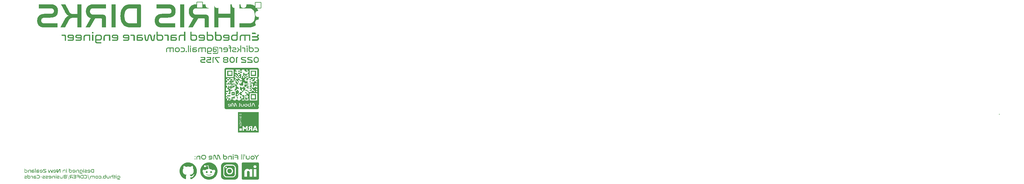
<source format=gbr>
%TF.GenerationSoftware,KiCad,Pcbnew,8.0.3*%
%TF.CreationDate,2024-07-18T08:33:45+12:00*%
%TF.ProjectId,Tea Cozy Hotplate,54656120-436f-47a7-9920-486f74706c61,rev?*%
%TF.SameCoordinates,Original*%
%TF.FileFunction,Legend,Bot*%
%TF.FilePolarity,Positive*%
%FSLAX46Y46*%
G04 Gerber Fmt 4.6, Leading zero omitted, Abs format (unit mm)*
G04 Created by KiCad (PCBNEW 8.0.3) date 2024-07-18 08:33:45*
%MOMM*%
%LPD*%
G01*
G04 APERTURE LIST*
G04 Aperture macros list*
%AMRoundRect*
0 Rectangle with rounded corners*
0 $1 Rounding radius*
0 $2 $3 $4 $5 $6 $7 $8 $9 X,Y pos of 4 corners*
0 Add a 4 corners polygon primitive as box body*
4,1,4,$2,$3,$4,$5,$6,$7,$8,$9,$2,$3,0*
0 Add four circle primitives for the rounded corners*
1,1,$1+$1,$2,$3*
1,1,$1+$1,$4,$5*
1,1,$1+$1,$6,$7*
1,1,$1+$1,$8,$9*
0 Add four rect primitives between the rounded corners*
20,1,$1+$1,$2,$3,$4,$5,0*
20,1,$1+$1,$4,$5,$6,$7,0*
20,1,$1+$1,$6,$7,$8,$9,0*
20,1,$1+$1,$8,$9,$2,$3,0*%
G04 Aperture macros list end*
%ADD10C,0.000000*%
%ADD11C,0.249999*%
%ADD12C,0.500000*%
%ADD13RoundRect,0.050000X0.850000X-0.850000X0.850000X0.850000X-0.850000X0.850000X-0.850000X-0.850000X0*%
%ADD14O,1.800000X1.800000*%
%ADD15C,0.650013*%
%ADD16O,2.400000X1.100000*%
%ADD17O,2.400000X1.700000*%
%ADD18RoundRect,0.050000X-0.850000X-0.850000X0.850000X-0.850000X0.850000X0.850000X-0.850000X0.850000X0*%
%ADD19C,5.100000*%
G04 APERTURE END LIST*
D10*
G36*
X13619214Y-52283012D02*
G01*
X13083714Y-52283012D01*
X13083714Y-52130013D01*
X13619214Y-52130013D01*
X13619214Y-52283012D01*
G37*
G36*
X70723602Y-24724554D02*
G01*
X70413544Y-24724554D01*
X70413544Y-24413979D01*
X70723602Y-24413979D01*
X70723602Y-24724554D01*
G37*
G36*
X24156715Y-51669510D02*
G01*
X24181410Y-51669938D01*
X24205157Y-51671210D01*
X24227968Y-51673310D01*
X24249853Y-51676222D01*
X24270823Y-51679927D01*
X24290888Y-51684411D01*
X24310060Y-51689655D01*
X24328348Y-51695643D01*
X24345764Y-51702358D01*
X24362319Y-51709784D01*
X24378023Y-51717903D01*
X24392886Y-51726700D01*
X24406920Y-51736157D01*
X24420136Y-51746258D01*
X24432543Y-51756985D01*
X24444153Y-51768322D01*
X24454976Y-51780253D01*
X24465024Y-51792760D01*
X24474306Y-51805826D01*
X24482834Y-51819436D01*
X24490618Y-51833572D01*
X24497669Y-51848218D01*
X24503998Y-51863356D01*
X24509614Y-51878970D01*
X24514530Y-51895043D01*
X24518756Y-51911559D01*
X24525180Y-51945852D01*
X24528971Y-51981713D01*
X24530216Y-52019009D01*
X24530216Y-52682007D01*
X24353216Y-52682007D01*
X24353216Y-52281506D01*
X23742716Y-52281506D01*
X23742716Y-52113506D01*
X24353216Y-52113506D01*
X24353216Y-52017506D01*
X24352638Y-52000012D01*
X24350840Y-51983026D01*
X24349454Y-51974750D01*
X24347728Y-51966633D01*
X24345650Y-51958686D01*
X24343208Y-51950919D01*
X24340391Y-51943343D01*
X24337185Y-51935970D01*
X24333581Y-51928809D01*
X24329565Y-51921871D01*
X24325126Y-51915167D01*
X24320252Y-51908708D01*
X24314932Y-51902504D01*
X24309154Y-51896567D01*
X24302905Y-51890906D01*
X24296174Y-51885533D01*
X24288949Y-51880458D01*
X24281219Y-51875693D01*
X24272971Y-51871247D01*
X24264194Y-51867131D01*
X24254876Y-51863357D01*
X24245005Y-51859934D01*
X24234569Y-51856874D01*
X24223557Y-51854187D01*
X24211957Y-51851884D01*
X24199756Y-51849976D01*
X24186944Y-51848473D01*
X24173507Y-51847386D01*
X24159435Y-51846727D01*
X24144716Y-51846504D01*
X23736715Y-51846504D01*
X23736715Y-51669506D01*
X24156715Y-51669510D01*
G37*
G36*
X55160206Y-12649507D02*
G01*
X54789207Y-12649507D01*
X54789207Y-11158506D01*
X54138206Y-11158506D01*
X54068511Y-11160462D01*
X54003758Y-11166279D01*
X53973215Y-11170611D01*
X53943885Y-11175879D01*
X53915760Y-11182074D01*
X53888832Y-11189186D01*
X53863094Y-11197206D01*
X53838537Y-11206123D01*
X53815154Y-11215929D01*
X53792938Y-11226613D01*
X53771880Y-11238166D01*
X53751974Y-11250579D01*
X53733210Y-11263841D01*
X53715582Y-11277944D01*
X53699083Y-11292877D01*
X53683703Y-11308631D01*
X53669436Y-11325197D01*
X53656274Y-11342564D01*
X53644209Y-11360723D01*
X53633233Y-11379665D01*
X53623339Y-11399380D01*
X53614520Y-11419858D01*
X53606766Y-11441090D01*
X53600072Y-11463065D01*
X53594428Y-11485776D01*
X53589828Y-11509211D01*
X53583727Y-11558216D01*
X53581707Y-11610006D01*
X53581707Y-12649507D01*
X53207207Y-12649507D01*
X53207207Y-11610006D01*
X53208109Y-11563036D01*
X53210818Y-11517293D01*
X53215334Y-11472795D01*
X53221658Y-11429558D01*
X53229792Y-11387601D01*
X53239737Y-11346940D01*
X53251495Y-11307593D01*
X53265066Y-11269577D01*
X53280452Y-11232909D01*
X53297654Y-11197607D01*
X53316674Y-11163688D01*
X53337513Y-11131169D01*
X53360172Y-11100068D01*
X53384652Y-11070402D01*
X53410955Y-11042188D01*
X53439081Y-11015444D01*
X53469033Y-10990186D01*
X53500811Y-10966433D01*
X53534417Y-10944201D01*
X53569853Y-10923507D01*
X53607118Y-10904370D01*
X53646215Y-10886806D01*
X53687145Y-10870833D01*
X53729909Y-10856467D01*
X53774509Y-10843727D01*
X53820945Y-10832629D01*
X53869219Y-10823192D01*
X53919333Y-10815431D01*
X53971287Y-10809365D01*
X54025083Y-10805010D01*
X54080723Y-10802385D01*
X54138206Y-10801506D01*
X54789207Y-10801506D01*
X54789207Y-10000007D01*
X55160206Y-10000007D01*
X55160206Y-12649507D01*
G37*
D11*
X291196265Y-33923009D02*
X291196268Y-33923011D01*
D10*
G36*
X27344426Y-50164134D02*
G01*
X27361943Y-50165094D01*
X27378772Y-50166678D01*
X27394921Y-50168873D01*
X27410397Y-50171666D01*
X27425209Y-50175043D01*
X27439364Y-50178992D01*
X27452870Y-50183498D01*
X27465734Y-50188550D01*
X27477964Y-50194133D01*
X27489568Y-50200235D01*
X27500553Y-50206842D01*
X27510928Y-50213941D01*
X27520699Y-50221520D01*
X27529875Y-50229564D01*
X27538463Y-50238061D01*
X27546471Y-50246997D01*
X27553907Y-50256360D01*
X27560778Y-50266136D01*
X27567092Y-50276311D01*
X27572857Y-50286873D01*
X27578080Y-50297809D01*
X27582769Y-50309106D01*
X27586932Y-50320749D01*
X27590576Y-50332726D01*
X27593710Y-50345025D01*
X27598475Y-50370531D01*
X27601289Y-50397162D01*
X27602213Y-50424812D01*
X27602213Y-50694813D01*
X27601289Y-50722463D01*
X27598475Y-50749095D01*
X27596340Y-50761995D01*
X27593710Y-50774601D01*
X27590576Y-50786899D01*
X27586932Y-50798876D01*
X27582769Y-50810520D01*
X27578080Y-50821816D01*
X27572857Y-50832752D01*
X27567092Y-50843314D01*
X27560778Y-50853490D01*
X27553907Y-50863265D01*
X27546471Y-50872628D01*
X27538463Y-50881564D01*
X27529875Y-50890061D01*
X27520699Y-50898105D01*
X27510928Y-50905684D01*
X27500553Y-50912783D01*
X27489568Y-50919390D01*
X27477964Y-50925492D01*
X27465734Y-50931075D01*
X27452870Y-50936127D01*
X27439364Y-50940633D01*
X27425209Y-50944582D01*
X27410397Y-50947959D01*
X27394921Y-50950752D01*
X27378772Y-50952947D01*
X27361943Y-50954531D01*
X27344426Y-50955491D01*
X27326214Y-50955814D01*
X26841713Y-50955814D01*
X26841713Y-50801315D01*
X27326214Y-50801315D01*
X27334217Y-50801180D01*
X27341915Y-50800778D01*
X27349313Y-50800114D01*
X27356413Y-50799194D01*
X27363218Y-50798024D01*
X27369733Y-50796609D01*
X27375959Y-50794954D01*
X27381901Y-50793065D01*
X27387562Y-50790948D01*
X27392945Y-50788608D01*
X27398053Y-50786050D01*
X27402890Y-50783280D01*
X27407458Y-50780303D01*
X27411762Y-50777126D01*
X27415805Y-50773753D01*
X27419589Y-50770190D01*
X27423118Y-50766442D01*
X27426396Y-50762515D01*
X27429425Y-50758415D01*
X27432210Y-50754147D01*
X27434753Y-50749716D01*
X27437057Y-50745127D01*
X27439126Y-50740388D01*
X27440964Y-50735502D01*
X27442573Y-50730475D01*
X27443957Y-50725314D01*
X27446062Y-50714607D01*
X27447305Y-50703426D01*
X27447714Y-50691814D01*
X27447714Y-50634815D01*
X27071215Y-50634815D01*
X27036064Y-50633853D01*
X27003691Y-50630986D01*
X26988524Y-50628847D01*
X26974025Y-50626243D01*
X26960186Y-50623176D01*
X26946996Y-50619651D01*
X26934448Y-50615671D01*
X26922533Y-50611240D01*
X26911242Y-50606362D01*
X26900567Y-50601039D01*
X26890497Y-50595275D01*
X26881026Y-50589075D01*
X26872143Y-50582441D01*
X26863840Y-50575377D01*
X26856109Y-50567888D01*
X26848940Y-50559975D01*
X26842325Y-50551643D01*
X26836254Y-50542896D01*
X26830720Y-50533737D01*
X26825713Y-50524169D01*
X26821225Y-50514196D01*
X26817246Y-50503823D01*
X26813769Y-50493051D01*
X26810784Y-50481885D01*
X26808282Y-50470329D01*
X26806254Y-50458386D01*
X26803588Y-50433353D01*
X26803011Y-50415810D01*
X26958715Y-50415810D01*
X26958808Y-50421228D01*
X26959090Y-50426511D01*
X26959565Y-50431658D01*
X26960236Y-50436666D01*
X26961108Y-50441532D01*
X26962186Y-50446253D01*
X26963473Y-50450828D01*
X26964973Y-50455254D01*
X26966691Y-50459529D01*
X26968631Y-50463649D01*
X26970796Y-50467613D01*
X26973191Y-50471418D01*
X26975820Y-50475061D01*
X26978687Y-50478540D01*
X26981797Y-50481853D01*
X26985153Y-50484997D01*
X26988759Y-50487970D01*
X26992620Y-50490769D01*
X26996740Y-50493391D01*
X27001123Y-50495835D01*
X27005772Y-50498097D01*
X27010693Y-50500176D01*
X27015889Y-50502068D01*
X27021364Y-50503772D01*
X27027123Y-50505284D01*
X27033169Y-50506603D01*
X27039507Y-50507726D01*
X27046141Y-50508650D01*
X27053074Y-50509373D01*
X27060312Y-50509893D01*
X27067858Y-50510206D01*
X27075716Y-50510311D01*
X27447716Y-50510311D01*
X27447714Y-50426311D01*
X27447305Y-50414947D01*
X27446789Y-50409399D01*
X27446062Y-50403949D01*
X27445118Y-50398604D01*
X27443957Y-50393369D01*
X27442573Y-50388251D01*
X27440964Y-50383256D01*
X27439126Y-50378392D01*
X27437057Y-50373663D01*
X27434753Y-50369076D01*
X27432210Y-50364638D01*
X27429425Y-50360355D01*
X27426396Y-50356233D01*
X27423118Y-50352279D01*
X27419589Y-50348498D01*
X27415805Y-50344898D01*
X27411762Y-50341484D01*
X27407458Y-50338263D01*
X27402890Y-50335241D01*
X27398053Y-50332425D01*
X27392945Y-50329820D01*
X27387562Y-50327434D01*
X27381901Y-50325272D01*
X27375959Y-50323340D01*
X27369733Y-50321646D01*
X27363218Y-50320195D01*
X27356413Y-50318993D01*
X27349313Y-50318048D01*
X27341915Y-50317365D01*
X27334217Y-50316950D01*
X27326214Y-50316811D01*
X27071215Y-50316811D01*
X27064029Y-50316924D01*
X27057097Y-50317263D01*
X27050417Y-50317824D01*
X27043986Y-50318604D01*
X27037804Y-50319598D01*
X27031869Y-50320805D01*
X27026178Y-50322221D01*
X27020731Y-50323842D01*
X27015525Y-50325665D01*
X27010560Y-50327687D01*
X27005833Y-50329905D01*
X27001342Y-50332315D01*
X26997087Y-50334914D01*
X26993065Y-50337698D01*
X26989275Y-50340665D01*
X26985715Y-50343811D01*
X26982384Y-50347133D01*
X26979280Y-50350627D01*
X26976400Y-50354290D01*
X26973745Y-50358120D01*
X26971311Y-50362111D01*
X26969098Y-50366263D01*
X26967103Y-50370570D01*
X26965325Y-50375030D01*
X26963762Y-50379639D01*
X26962413Y-50384394D01*
X26961277Y-50389292D01*
X26960350Y-50394330D01*
X26959122Y-50404811D01*
X26958715Y-50415810D01*
X26803011Y-50415810D01*
X26802715Y-50406815D01*
X26803654Y-50378872D01*
X26804835Y-50365467D01*
X26806498Y-50352445D01*
X26808647Y-50339813D01*
X26811288Y-50327575D01*
X26814426Y-50315735D01*
X26818067Y-50304299D01*
X26822215Y-50293272D01*
X26826876Y-50282658D01*
X26832055Y-50272463D01*
X26837757Y-50262692D01*
X26843988Y-50253349D01*
X26850752Y-50244439D01*
X26858056Y-50235968D01*
X26865903Y-50227940D01*
X26874300Y-50220360D01*
X26883251Y-50213233D01*
X26892762Y-50206565D01*
X26902838Y-50200360D01*
X26913484Y-50194622D01*
X26924705Y-50189358D01*
X26936507Y-50184571D01*
X26948895Y-50180268D01*
X26961874Y-50176452D01*
X26975449Y-50173129D01*
X26989626Y-50170303D01*
X27004410Y-50167981D01*
X27019805Y-50166165D01*
X27035818Y-50164863D01*
X27052453Y-50164077D01*
X27069715Y-50163815D01*
X27326214Y-50163811D01*
X27344426Y-50164134D01*
G37*
G36*
X73516724Y-25345186D02*
G01*
X73206665Y-25345186D01*
X73206665Y-25035128D01*
X73516724Y-25035128D01*
X73516724Y-25345186D01*
G37*
D11*
X291196375Y-33923009D02*
X291196378Y-33923007D01*
D10*
G36*
X51653632Y-14573106D02*
G01*
X51675710Y-14574958D01*
X51686073Y-14576379D01*
X51695993Y-14578143D01*
X51705475Y-14580260D01*
X51714523Y-14582741D01*
X51723142Y-14585596D01*
X51731339Y-14588834D01*
X51739116Y-14592466D01*
X51746481Y-14596501D01*
X51753437Y-14600950D01*
X51759989Y-14605824D01*
X51766144Y-14611131D01*
X51771905Y-14616882D01*
X51777278Y-14623087D01*
X51782268Y-14629757D01*
X51786880Y-14636900D01*
X51791118Y-14644528D01*
X51794989Y-14652651D01*
X51798497Y-14661278D01*
X51801646Y-14670419D01*
X51804443Y-14680085D01*
X51806892Y-14690286D01*
X51808998Y-14701031D01*
X51810766Y-14712331D01*
X51812202Y-14724196D01*
X51814094Y-14749661D01*
X51814716Y-14777507D01*
X51814716Y-15892508D01*
X51549717Y-15892508D01*
X51549717Y-14865007D01*
X51549599Y-14860466D01*
X51549243Y-14856218D01*
X51548645Y-14852263D01*
X51548254Y-14850395D01*
X51547802Y-14848601D01*
X51547287Y-14846880D01*
X51546709Y-14845232D01*
X51546068Y-14843657D01*
X51545364Y-14842155D01*
X51544595Y-14840727D01*
X51543762Y-14839372D01*
X51542864Y-14838091D01*
X51541901Y-14836882D01*
X51540871Y-14835747D01*
X51539776Y-14834685D01*
X51538613Y-14833696D01*
X51537383Y-14832780D01*
X51536086Y-14831938D01*
X51534720Y-14831169D01*
X51533286Y-14830473D01*
X51531783Y-14829851D01*
X51530210Y-14829301D01*
X51528567Y-14828825D01*
X51526854Y-14828423D01*
X51525070Y-14828093D01*
X51523214Y-14827837D01*
X51521287Y-14827653D01*
X51519288Y-14827544D01*
X51517216Y-14827507D01*
X50847210Y-14827507D01*
X50847210Y-15892508D01*
X50579716Y-15892508D01*
X50579716Y-14827507D01*
X50269711Y-14827507D01*
X50219515Y-14828849D01*
X50172957Y-14832854D01*
X50129980Y-14839488D01*
X50109817Y-14843780D01*
X50090529Y-14848718D01*
X50072110Y-14854296D01*
X50054551Y-14860512D01*
X50037846Y-14867360D01*
X50021989Y-14874836D01*
X50006973Y-14882937D01*
X49992790Y-14891658D01*
X49979433Y-14900995D01*
X49966897Y-14910944D01*
X49955174Y-14921502D01*
X49944256Y-14932663D01*
X49934138Y-14944423D01*
X49924813Y-14956779D01*
X49916273Y-14969727D01*
X49908511Y-14983262D01*
X49901521Y-14997380D01*
X49895297Y-15012077D01*
X49889830Y-15027349D01*
X49885114Y-15043192D01*
X49881143Y-15059602D01*
X49877910Y-15076574D01*
X49873627Y-15112190D01*
X49872211Y-15150007D01*
X49872211Y-15892508D01*
X49604710Y-15892508D01*
X49604710Y-15150007D01*
X49605354Y-15116237D01*
X49607290Y-15083371D01*
X49610517Y-15051421D01*
X49615037Y-15020398D01*
X49620852Y-14990312D01*
X49627962Y-14961174D01*
X49636370Y-14932996D01*
X49646077Y-14905788D01*
X49657084Y-14879562D01*
X49669392Y-14854328D01*
X49683003Y-14830098D01*
X49697918Y-14806882D01*
X49714138Y-14784691D01*
X49731666Y-14763537D01*
X49750502Y-14743430D01*
X49770647Y-14724382D01*
X49792104Y-14706403D01*
X49814872Y-14689504D01*
X49838955Y-14673696D01*
X49864353Y-14658991D01*
X49891067Y-14645399D01*
X49919099Y-14632932D01*
X49948450Y-14621599D01*
X49979122Y-14611413D01*
X50011116Y-14602384D01*
X50044434Y-14594523D01*
X50079076Y-14587842D01*
X50115044Y-14582351D01*
X50152340Y-14578060D01*
X50190964Y-14574982D01*
X50230919Y-14573128D01*
X50272205Y-14572507D01*
X51629719Y-14572507D01*
X51653632Y-14573106D01*
G37*
G36*
X52612205Y-11158507D02*
G01*
X51506207Y-11158507D01*
X51487533Y-11158833D01*
X51469569Y-11159800D01*
X51452308Y-11161394D01*
X51435742Y-11163600D01*
X51419862Y-11166403D01*
X51404662Y-11169789D01*
X51390134Y-11173743D01*
X51376269Y-11178250D01*
X51363061Y-11183295D01*
X51350501Y-11188863D01*
X51338582Y-11194941D01*
X51327297Y-11201512D01*
X51316636Y-11208563D01*
X51306594Y-11216079D01*
X51297161Y-11224044D01*
X51288331Y-11232445D01*
X51280096Y-11241266D01*
X51272448Y-11250493D01*
X51265379Y-11260110D01*
X51258882Y-11270104D01*
X51252949Y-11280459D01*
X51247572Y-11291161D01*
X51242744Y-11302195D01*
X51238456Y-11313547D01*
X51234702Y-11325200D01*
X51231473Y-11337142D01*
X51226561Y-11361829D01*
X51223659Y-11387490D01*
X51222706Y-11414007D01*
X51222706Y-11554008D01*
X52101208Y-11554008D01*
X52183186Y-11556291D01*
X52221708Y-11559129D01*
X52258613Y-11563086D01*
X52293923Y-11568149D01*
X52327661Y-11574310D01*
X52359848Y-11581558D01*
X52390506Y-11589883D01*
X52419656Y-11599273D01*
X52447321Y-11609720D01*
X52473522Y-11621213D01*
X52498281Y-11633742D01*
X52521620Y-11647296D01*
X52543561Y-11661865D01*
X52564125Y-11677439D01*
X52583334Y-11694008D01*
X52601210Y-11711560D01*
X52617775Y-11730088D01*
X52633051Y-11749579D01*
X52647059Y-11770023D01*
X52659821Y-11791411D01*
X52671359Y-11813732D01*
X52681694Y-11836976D01*
X52690850Y-11861132D01*
X52698846Y-11886191D01*
X52705706Y-11912142D01*
X52716101Y-11966679D01*
X52722211Y-12024662D01*
X52724209Y-12086007D01*
X52722058Y-12150014D01*
X52719349Y-12180782D01*
X52715534Y-12210708D01*
X52710598Y-12239779D01*
X52704529Y-12267978D01*
X52697313Y-12295294D01*
X52688936Y-12321710D01*
X52679384Y-12347215D01*
X52668646Y-12371792D01*
X52656706Y-12395429D01*
X52643552Y-12418111D01*
X52629170Y-12439824D01*
X52613546Y-12460554D01*
X52596668Y-12480286D01*
X52578522Y-12499007D01*
X52559094Y-12516703D01*
X52538370Y-12533360D01*
X52516338Y-12548963D01*
X52492984Y-12563498D01*
X52468294Y-12576951D01*
X52442255Y-12589309D01*
X52414854Y-12600556D01*
X52386077Y-12610679D01*
X52355910Y-12619665D01*
X52324341Y-12627498D01*
X52291355Y-12634164D01*
X52256939Y-12639650D01*
X52221080Y-12643942D01*
X52183765Y-12647024D01*
X52144979Y-12648884D01*
X52104710Y-12649508D01*
X51240211Y-12649508D01*
X51184593Y-12648263D01*
X51134384Y-12644476D01*
X51111229Y-12641604D01*
X51089333Y-12638064D01*
X51068663Y-12633848D01*
X51049188Y-12628945D01*
X51030877Y-12623345D01*
X51013698Y-12617037D01*
X50997621Y-12610011D01*
X50982613Y-12602258D01*
X50968643Y-12593766D01*
X50955680Y-12584525D01*
X50943692Y-12574526D01*
X50932649Y-12563758D01*
X50922518Y-12552210D01*
X50913268Y-12539873D01*
X50904868Y-12526736D01*
X50897286Y-12512789D01*
X50890492Y-12498022D01*
X50884453Y-12482424D01*
X50879138Y-12465985D01*
X50874516Y-12448695D01*
X50870555Y-12430544D01*
X50867225Y-12411521D01*
X50862327Y-12370820D01*
X50859573Y-12326509D01*
X50858711Y-12278507D01*
X50858711Y-12194508D01*
X50858711Y-11848007D01*
X51222706Y-11848007D01*
X51222706Y-12194508D01*
X51223038Y-12206528D01*
X51223459Y-12212204D01*
X51224052Y-12217661D01*
X51224823Y-12222900D01*
X51225774Y-12227922D01*
X51226909Y-12232731D01*
X51228229Y-12237328D01*
X51229740Y-12241714D01*
X51231443Y-12245892D01*
X51233342Y-12249864D01*
X51235441Y-12253631D01*
X51237742Y-12257196D01*
X51240250Y-12260560D01*
X51242965Y-12263726D01*
X51245893Y-12266695D01*
X51249037Y-12269469D01*
X51252399Y-12272050D01*
X51255982Y-12274440D01*
X51259791Y-12276641D01*
X51263828Y-12278655D01*
X51268096Y-12280484D01*
X51272599Y-12282129D01*
X51277339Y-12283593D01*
X51282321Y-12284878D01*
X51287546Y-12285985D01*
X51293019Y-12286916D01*
X51298743Y-12287674D01*
X51304720Y-12288260D01*
X51310955Y-12288676D01*
X51324207Y-12289007D01*
X52101208Y-12289007D01*
X52118271Y-12288752D01*
X52134686Y-12287991D01*
X52150458Y-12286732D01*
X52165596Y-12284981D01*
X52180105Y-12282745D01*
X52193993Y-12280033D01*
X52207267Y-12276849D01*
X52219935Y-12273203D01*
X52232002Y-12269100D01*
X52243477Y-12264547D01*
X52254366Y-12259553D01*
X52264676Y-12254124D01*
X52274414Y-12248266D01*
X52283588Y-12241987D01*
X52292204Y-12235294D01*
X52300270Y-12228195D01*
X52307792Y-12220695D01*
X52314778Y-12212803D01*
X52321235Y-12204525D01*
X52327169Y-12195868D01*
X52332588Y-12186839D01*
X52337499Y-12177446D01*
X52341909Y-12167695D01*
X52345824Y-12157593D01*
X52349253Y-12147148D01*
X52352201Y-12136367D01*
X52354677Y-12125256D01*
X52356686Y-12113823D01*
X52359336Y-12090017D01*
X52360207Y-12065007D01*
X52359373Y-12040076D01*
X52358315Y-12028113D01*
X52356816Y-12016492D01*
X52354866Y-12005218D01*
X52352455Y-11994294D01*
X52349572Y-11983724D01*
X52346207Y-11973515D01*
X52342350Y-11963669D01*
X52337990Y-11954192D01*
X52333118Y-11945088D01*
X52327722Y-11936362D01*
X52321794Y-11928017D01*
X52315322Y-11920059D01*
X52308296Y-11912491D01*
X52300707Y-11905320D01*
X52292543Y-11898548D01*
X52283795Y-11892180D01*
X52274452Y-11886221D01*
X52264504Y-11880676D01*
X52253941Y-11875549D01*
X52242752Y-11870843D01*
X52230928Y-11866565D01*
X52218457Y-11862718D01*
X52205331Y-11859307D01*
X52191537Y-11856336D01*
X52177067Y-11853810D01*
X52161911Y-11851733D01*
X52146056Y-11850110D01*
X52129495Y-11848945D01*
X52112215Y-11848242D01*
X52094208Y-11848007D01*
X51222706Y-11848007D01*
X50858711Y-11848007D01*
X50858711Y-11410507D01*
X50860868Y-11345990D01*
X50867434Y-11283851D01*
X50872415Y-11253750D01*
X50878553Y-11224337D01*
X50885864Y-11195642D01*
X50894367Y-11167694D01*
X50904081Y-11140527D01*
X50915022Y-11114169D01*
X50927209Y-11088652D01*
X50940660Y-11064007D01*
X50955393Y-11040264D01*
X50971425Y-11017454D01*
X50988775Y-10995608D01*
X51007461Y-10974757D01*
X51027500Y-10954931D01*
X51048911Y-10936161D01*
X51071711Y-10918478D01*
X51095918Y-10901913D01*
X51121551Y-10886496D01*
X51148627Y-10872259D01*
X51177164Y-10859231D01*
X51207180Y-10847444D01*
X51238693Y-10836929D01*
X51271722Y-10827716D01*
X51306283Y-10819836D01*
X51342395Y-10813319D01*
X51380076Y-10808198D01*
X51419344Y-10804501D01*
X51460217Y-10802261D01*
X51502712Y-10801507D01*
X52612205Y-10801507D01*
X52612205Y-11158507D01*
G37*
G36*
X35201206Y-52682007D02*
G01*
X35042206Y-52682007D01*
X35042206Y-51890007D01*
X35201206Y-51890007D01*
X35201206Y-52682007D01*
G37*
G36*
X72218610Y-14572859D02*
G01*
X72241570Y-14573919D01*
X72263602Y-14575692D01*
X72284718Y-14578181D01*
X72304929Y-14581391D01*
X72324247Y-14585328D01*
X72342685Y-14589995D01*
X72360254Y-14595398D01*
X72376966Y-14601540D01*
X72392833Y-14608426D01*
X72407867Y-14616062D01*
X72422080Y-14624451D01*
X72435483Y-14633597D01*
X72448089Y-14643507D01*
X72459910Y-14654184D01*
X72470957Y-14665632D01*
X72481242Y-14677857D01*
X72490777Y-14690863D01*
X72499575Y-14704654D01*
X72507647Y-14719236D01*
X72515004Y-14734612D01*
X72521659Y-14750787D01*
X72527624Y-14767767D01*
X72532911Y-14785554D01*
X72537531Y-14804155D01*
X72541496Y-14823573D01*
X72544819Y-14843813D01*
X72547511Y-14864880D01*
X72551049Y-14909513D01*
X72552208Y-14957507D01*
X72552208Y-15892508D01*
X72287209Y-15892508D01*
X72287209Y-14997507D01*
X72286590Y-14976647D01*
X72285814Y-14966741D01*
X72284723Y-14957185D01*
X72283315Y-14947976D01*
X72281589Y-14939115D01*
X72279540Y-14930599D01*
X72277169Y-14922429D01*
X72274471Y-14914603D01*
X72271445Y-14907120D01*
X72268089Y-14899980D01*
X72264400Y-14893181D01*
X72260375Y-14886723D01*
X72256014Y-14880604D01*
X72251312Y-14874824D01*
X72246269Y-14869382D01*
X72240882Y-14864277D01*
X72235148Y-14859508D01*
X72229065Y-14855074D01*
X72222631Y-14850974D01*
X72215844Y-14847207D01*
X72208701Y-14843773D01*
X72201201Y-14840670D01*
X72193340Y-14837898D01*
X72185116Y-14835455D01*
X72176528Y-14833341D01*
X72167573Y-14831554D01*
X72158248Y-14830095D01*
X72148552Y-14828961D01*
X72138482Y-14828153D01*
X72117210Y-14827507D01*
X71652206Y-14827507D01*
X71652206Y-14572507D01*
X72194710Y-14572507D01*
X72218610Y-14572859D01*
G37*
G36*
X20822212Y-50955811D02*
G01*
X20663212Y-50955811D01*
X20663212Y-50163811D01*
X20822212Y-50163811D01*
X20822212Y-50955811D01*
G37*
D11*
X291196303Y-33923023D02*
X291196311Y-33923024D01*
D10*
G36*
X71344238Y-26276398D02*
G01*
X71964874Y-26276398D01*
X71964874Y-25965822D01*
X72275452Y-25965822D01*
X72275452Y-26276398D01*
X72586029Y-26276398D01*
X72586029Y-26897030D01*
X73206657Y-26897030D01*
X73206657Y-27207088D01*
X72586021Y-27207088D01*
X72586021Y-26897032D01*
X72275452Y-26897032D01*
X72275452Y-27207090D01*
X72120422Y-27207090D01*
X71964874Y-27207088D01*
X71964874Y-27517664D01*
X71654816Y-27517664D01*
X71654816Y-27207090D01*
X71344238Y-27207090D01*
X71344238Y-27207088D01*
X71344238Y-26897032D01*
X71034180Y-26897032D01*
X71034180Y-26586456D01*
X71654816Y-26586456D01*
X71654816Y-27207088D01*
X71964874Y-27207088D01*
X71964874Y-26586456D01*
X71654816Y-26586456D01*
X71034180Y-26586456D01*
X71034180Y-25965822D01*
X71344238Y-25965822D01*
X71344238Y-26276398D01*
G37*
G36*
X71196094Y-33925454D02*
G01*
X71226915Y-33925599D01*
X71251041Y-33925893D01*
X71260956Y-33926109D01*
X71269633Y-33926378D01*
X71277215Y-33926706D01*
X71283848Y-33927098D01*
X71289678Y-33927558D01*
X71294848Y-33928094D01*
X71299505Y-33928708D01*
X71303792Y-33929408D01*
X71307855Y-33930199D01*
X71311839Y-33931085D01*
X71320576Y-33933282D01*
X71328808Y-33935662D01*
X71336554Y-33938236D01*
X71343833Y-33941021D01*
X71350665Y-33944029D01*
X71357070Y-33947274D01*
X71363066Y-33950771D01*
X71365917Y-33952618D01*
X71368673Y-33954534D01*
X71371337Y-33956519D01*
X71373911Y-33958576D01*
X71376398Y-33960706D01*
X71378800Y-33962912D01*
X71381119Y-33965194D01*
X71383357Y-33967556D01*
X71385519Y-33969997D01*
X71387604Y-33972521D01*
X71389617Y-33975128D01*
X71391560Y-33977822D01*
X71395244Y-33983472D01*
X71398675Y-33989487D01*
X71401873Y-33995879D01*
X71404511Y-34001729D01*
X71406521Y-34007206D01*
X71407322Y-34010124D01*
X71408004Y-34013331D01*
X71408580Y-34016954D01*
X71409062Y-34021123D01*
X71409795Y-34031604D01*
X71410304Y-34045795D01*
X71411053Y-34089389D01*
X71412086Y-34165513D01*
X70896958Y-34165513D01*
X70897012Y-34106667D01*
X70897071Y-34094762D01*
X70897229Y-34083733D01*
X70897495Y-34073522D01*
X70897877Y-34064073D01*
X70898385Y-34055330D01*
X70899026Y-34047235D01*
X70899809Y-34039732D01*
X70900743Y-34032765D01*
X70901836Y-34026276D01*
X70903097Y-34020209D01*
X70904534Y-34014508D01*
X70906156Y-34009115D01*
X70907971Y-34003974D01*
X70909989Y-33999029D01*
X70912217Y-33994222D01*
X70914664Y-33989498D01*
X70917836Y-33984046D01*
X70921274Y-33978862D01*
X70924988Y-33973939D01*
X70928986Y-33969273D01*
X70933276Y-33964858D01*
X70937866Y-33960688D01*
X70942765Y-33956759D01*
X70947980Y-33953063D01*
X70953519Y-33949597D01*
X70959392Y-33946354D01*
X70965606Y-33943329D01*
X70972170Y-33940517D01*
X70979092Y-33937912D01*
X70986379Y-33935509D01*
X70994040Y-33933301D01*
X71002084Y-33931285D01*
X71010422Y-33929530D01*
X71019471Y-33928159D01*
X71030457Y-33927127D01*
X71044608Y-33926387D01*
X71063152Y-33925892D01*
X71087317Y-33925596D01*
X71157419Y-33925415D01*
X71196094Y-33925454D01*
G37*
G36*
X26256893Y-51669998D02*
G01*
X26283301Y-51671463D01*
X26308933Y-51673906D01*
X26333782Y-51677329D01*
X26357842Y-51681733D01*
X26381108Y-51687120D01*
X26403572Y-51693490D01*
X26425229Y-51700846D01*
X26446074Y-51709188D01*
X26466099Y-51718518D01*
X26485300Y-51728837D01*
X26503669Y-51740148D01*
X26521201Y-51752450D01*
X26537890Y-51765745D01*
X26553730Y-51780036D01*
X26568714Y-51795322D01*
X26582837Y-51811607D01*
X26596093Y-51828890D01*
X26608475Y-51847173D01*
X26619978Y-51866458D01*
X26630595Y-51886746D01*
X26640321Y-51908039D01*
X26649149Y-51930337D01*
X26657073Y-51953643D01*
X26664088Y-51977957D01*
X26670187Y-52003281D01*
X26675365Y-52029616D01*
X26679614Y-52056964D01*
X26682930Y-52085326D01*
X26685306Y-52114703D01*
X26686736Y-52145098D01*
X26687214Y-52176510D01*
X26685322Y-52238052D01*
X26682966Y-52267310D01*
X26679676Y-52295561D01*
X26675457Y-52322805D01*
X26670316Y-52349044D01*
X26664256Y-52374279D01*
X26657284Y-52398510D01*
X26649404Y-52421740D01*
X26640623Y-52443969D01*
X26630944Y-52465198D01*
X26620373Y-52485428D01*
X26608916Y-52504661D01*
X26596577Y-52522898D01*
X26583362Y-52540139D01*
X26569276Y-52556386D01*
X26554325Y-52571639D01*
X26538512Y-52585901D01*
X26521845Y-52599171D01*
X26504328Y-52611452D01*
X26485965Y-52622744D01*
X26466764Y-52633048D01*
X26446727Y-52642366D01*
X26425862Y-52650698D01*
X26404172Y-52658046D01*
X26381664Y-52664411D01*
X26358342Y-52669793D01*
X26334212Y-52674194D01*
X26309279Y-52677616D01*
X26283548Y-52680058D01*
X26229713Y-52682011D01*
X25838213Y-52682011D01*
X25838213Y-52505013D01*
X26229713Y-52505013D01*
X26247807Y-52504726D01*
X26265246Y-52503861D01*
X26282036Y-52502412D01*
X26298183Y-52500372D01*
X26313692Y-52497734D01*
X26328568Y-52494492D01*
X26342815Y-52490639D01*
X26356440Y-52486169D01*
X26369448Y-52481074D01*
X26381843Y-52475349D01*
X26393632Y-52468987D01*
X26404818Y-52461981D01*
X26415408Y-52454325D01*
X26425407Y-52446012D01*
X26434820Y-52437035D01*
X26443651Y-52427388D01*
X26451907Y-52417064D01*
X26459593Y-52406057D01*
X26466713Y-52394360D01*
X26473273Y-52381966D01*
X26479279Y-52368869D01*
X26484735Y-52355063D01*
X26489646Y-52340540D01*
X26494019Y-52325294D01*
X26497857Y-52309319D01*
X26501167Y-52292608D01*
X26503953Y-52275154D01*
X26506221Y-52256951D01*
X26507976Y-52237992D01*
X26509223Y-52218270D01*
X26510214Y-52176514D01*
X26509206Y-52134493D01*
X26506159Y-52095581D01*
X26501038Y-52059724D01*
X26497689Y-52042923D01*
X26493807Y-52026866D01*
X26489390Y-52011544D01*
X26484432Y-51996952D01*
X26478930Y-51983082D01*
X26472878Y-51969927D01*
X26466272Y-51957481D01*
X26459108Y-51945737D01*
X26451382Y-51934687D01*
X26443089Y-51924326D01*
X26434224Y-51914646D01*
X26424784Y-51905640D01*
X26414764Y-51897301D01*
X26404159Y-51889623D01*
X26392965Y-51882599D01*
X26381178Y-51876221D01*
X26368794Y-51870484D01*
X26355807Y-51865380D01*
X26342214Y-51860901D01*
X26328010Y-51857043D01*
X26313191Y-51853796D01*
X26297752Y-51851156D01*
X26264999Y-51847664D01*
X26229713Y-51846512D01*
X25838213Y-51846512D01*
X25838213Y-51669514D01*
X26229713Y-51669510D01*
X26256893Y-51669998D01*
G37*
G36*
X54839680Y-8750011D02*
G01*
X53659687Y-8750011D01*
X53659687Y-2000008D01*
X54839680Y-2000008D01*
X54839680Y-8750011D01*
G37*
G36*
X40012199Y-10801506D02*
G01*
X40045661Y-10801999D01*
X40077805Y-10803483D01*
X40108650Y-10805965D01*
X40138213Y-10809449D01*
X40166508Y-10813944D01*
X40193555Y-10819456D01*
X40219368Y-10825990D01*
X40243964Y-10833553D01*
X40267361Y-10842152D01*
X40289575Y-10851793D01*
X40310623Y-10862482D01*
X40330521Y-10874227D01*
X40349286Y-10887032D01*
X40366934Y-10900906D01*
X40383483Y-10915853D01*
X40398949Y-10931881D01*
X40413348Y-10948996D01*
X40426697Y-10967204D01*
X40439014Y-10986512D01*
X40450314Y-11006926D01*
X40460614Y-11028452D01*
X40469932Y-11051098D01*
X40478282Y-11074869D01*
X40485683Y-11099772D01*
X40492151Y-11125812D01*
X40497703Y-11152998D01*
X40502354Y-11181334D01*
X40506123Y-11210828D01*
X40511077Y-11273314D01*
X40512699Y-11340506D01*
X40512699Y-12649506D01*
X40141701Y-12649506D01*
X40141701Y-11396505D01*
X40140835Y-11367300D01*
X40139748Y-11353433D01*
X40138221Y-11340054D01*
X40136251Y-11327162D01*
X40133833Y-11314756D01*
X40130966Y-11302834D01*
X40127646Y-11291396D01*
X40123869Y-11280439D01*
X40119633Y-11269964D01*
X40114934Y-11259967D01*
X40109770Y-11250449D01*
X40104136Y-11241407D01*
X40098030Y-11232841D01*
X40091448Y-11224749D01*
X40084388Y-11217130D01*
X40076845Y-11209983D01*
X40068818Y-11203306D01*
X40060302Y-11197099D01*
X40051295Y-11191359D01*
X40041793Y-11186086D01*
X40031793Y-11181278D01*
X40021292Y-11176934D01*
X40010286Y-11173052D01*
X39998773Y-11169632D01*
X39986750Y-11166673D01*
X39974212Y-11164172D01*
X39961157Y-11162128D01*
X39947582Y-11160541D01*
X39933483Y-11159409D01*
X39903702Y-11158505D01*
X39252701Y-11158505D01*
X39252701Y-10801505D01*
X40012199Y-10801506D01*
G37*
G36*
X20338561Y-50164170D02*
G01*
X20351808Y-50165281D01*
X20358026Y-50166134D01*
X20363978Y-50167192D01*
X20369667Y-50168463D01*
X20375096Y-50169951D01*
X20380268Y-50171664D01*
X20385185Y-50173607D01*
X20389852Y-50175786D01*
X20394271Y-50178207D01*
X20398444Y-50180877D01*
X20402376Y-50183800D01*
X20406069Y-50186985D01*
X20409526Y-50190435D01*
X20412750Y-50194159D01*
X20415744Y-50198160D01*
X20418511Y-50202447D01*
X20421054Y-50207023D01*
X20423376Y-50211897D01*
X20425481Y-50217073D01*
X20427371Y-50222558D01*
X20429049Y-50228358D01*
X20430518Y-50234478D01*
X20431782Y-50240925D01*
X20432843Y-50247706D01*
X20433704Y-50254825D01*
X20434840Y-50270104D01*
X20435213Y-50286812D01*
X20435213Y-50955811D01*
X20276213Y-50955811D01*
X20276213Y-50339310D01*
X20276142Y-50336585D01*
X20275928Y-50334036D01*
X20275570Y-50331664D01*
X20275336Y-50330543D01*
X20275064Y-50329466D01*
X20274755Y-50328434D01*
X20274409Y-50327445D01*
X20274025Y-50326500D01*
X20273602Y-50325599D01*
X20273141Y-50324742D01*
X20272642Y-50323929D01*
X20272103Y-50323160D01*
X20271525Y-50322435D01*
X20270907Y-50321754D01*
X20270250Y-50321117D01*
X20269553Y-50320524D01*
X20268815Y-50319975D01*
X20268036Y-50319469D01*
X20267217Y-50319008D01*
X20266356Y-50318590D01*
X20265454Y-50318217D01*
X20264511Y-50317887D01*
X20263525Y-50317602D01*
X20262497Y-50317360D01*
X20261426Y-50317162D01*
X20260312Y-50317008D01*
X20259156Y-50316898D01*
X20257956Y-50316833D01*
X20256712Y-50316811D01*
X19997211Y-50316811D01*
X19967095Y-50317616D01*
X19939160Y-50320019D01*
X19913374Y-50323999D01*
X19901276Y-50326575D01*
X19889704Y-50329537D01*
X19878652Y-50332884D01*
X19868116Y-50336614D01*
X19858094Y-50340722D01*
X19848579Y-50345208D01*
X19839569Y-50350069D01*
X19831059Y-50355301D01*
X19823046Y-50360904D01*
X19815524Y-50366873D01*
X19808489Y-50373208D01*
X19801939Y-50379904D01*
X19795868Y-50386961D01*
X19790273Y-50394374D01*
X19785148Y-50402143D01*
X19780491Y-50410264D01*
X19776297Y-50418735D01*
X19772563Y-50427553D01*
X19769282Y-50436716D01*
X19766453Y-50446222D01*
X19764070Y-50456068D01*
X19762130Y-50466251D01*
X19759560Y-50487621D01*
X19758711Y-50510311D01*
X19758711Y-50955811D01*
X19598211Y-50955811D01*
X19598211Y-50510311D01*
X19598594Y-50490049D01*
X19599742Y-50470329D01*
X19601658Y-50451159D01*
X19604343Y-50432545D01*
X19607798Y-50414493D01*
X19612024Y-50397011D01*
X19617024Y-50380104D01*
X19622797Y-50363779D01*
X19629347Y-50348043D01*
X19636673Y-50332903D01*
X19644777Y-50318365D01*
X19653662Y-50304435D01*
X19663327Y-50291121D01*
X19673775Y-50278428D01*
X19685007Y-50266364D01*
X19697024Y-50254935D01*
X19709828Y-50244148D01*
X19723420Y-50234009D01*
X19737801Y-50224524D01*
X19752972Y-50215701D01*
X19768936Y-50207546D01*
X19785694Y-50200065D01*
X19803246Y-50193266D01*
X19821595Y-50187154D01*
X19840741Y-50181737D01*
X19860686Y-50177021D01*
X19881431Y-50173012D01*
X19902978Y-50169717D01*
X19925328Y-50167143D01*
X19948483Y-50165296D01*
X19972444Y-50164183D01*
X19997211Y-50163811D01*
X20324213Y-50163811D01*
X20338561Y-50164170D01*
G37*
G36*
X71312409Y-37173108D02*
G01*
X71321834Y-37174189D01*
X71329615Y-37175501D01*
X71337071Y-37177147D01*
X71344199Y-37179124D01*
X71350994Y-37181428D01*
X71354266Y-37182703D01*
X71357453Y-37184058D01*
X71360555Y-37185494D01*
X71363571Y-37187010D01*
X71366501Y-37188606D01*
X71369345Y-37190282D01*
X71372102Y-37192037D01*
X71374771Y-37193871D01*
X71377352Y-37195783D01*
X71379845Y-37197773D01*
X71382248Y-37199841D01*
X71384563Y-37201987D01*
X71386787Y-37204210D01*
X71388920Y-37206509D01*
X71390963Y-37208885D01*
X71392914Y-37211337D01*
X71394773Y-37213865D01*
X71396540Y-37216468D01*
X71398214Y-37219146D01*
X71399795Y-37221898D01*
X71401281Y-37224725D01*
X71402673Y-37227626D01*
X71403970Y-37230600D01*
X71405172Y-37233648D01*
X71407089Y-37239190D01*
X71408586Y-37244807D01*
X71409715Y-37251150D01*
X71410525Y-37258871D01*
X71411068Y-37268623D01*
X71411393Y-37281056D01*
X71411551Y-37296824D01*
X71411592Y-37316578D01*
X71411593Y-37382368D01*
X71188784Y-37382368D01*
X71188821Y-37323522D01*
X71188863Y-37312084D01*
X71188984Y-37301645D01*
X71189195Y-37292128D01*
X71189508Y-37283460D01*
X71189935Y-37275563D01*
X71190488Y-37268363D01*
X71191180Y-37261784D01*
X71192022Y-37255751D01*
X71193026Y-37250187D01*
X71194205Y-37245017D01*
X71195570Y-37240167D01*
X71197133Y-37235559D01*
X71198908Y-37231119D01*
X71200904Y-37226771D01*
X71203136Y-37222439D01*
X71205614Y-37218048D01*
X71209634Y-37211892D01*
X71214232Y-37206137D01*
X71219375Y-37200795D01*
X71225033Y-37195877D01*
X71231174Y-37191395D01*
X71237769Y-37187360D01*
X71244786Y-37183785D01*
X71252194Y-37180680D01*
X71259962Y-37178058D01*
X71268060Y-37175930D01*
X71276456Y-37174307D01*
X71285120Y-37173202D01*
X71294021Y-37172626D01*
X71303127Y-37172591D01*
X71312409Y-37173108D01*
G37*
G36*
X74607208Y-17625000D02*
G01*
X73632210Y-17625000D01*
X73619737Y-17625219D01*
X73607632Y-17625870D01*
X73595897Y-17626947D01*
X73584533Y-17628442D01*
X73573543Y-17630350D01*
X73562929Y-17632663D01*
X73552691Y-17635374D01*
X73542833Y-17638477D01*
X73533356Y-17641964D01*
X73524261Y-17645828D01*
X73515551Y-17650064D01*
X73507227Y-17654663D01*
X73499291Y-17659620D01*
X73491746Y-17664926D01*
X73484592Y-17670576D01*
X73477832Y-17676563D01*
X73471467Y-17682879D01*
X73465500Y-17689518D01*
X73459932Y-17696472D01*
X73454765Y-17703736D01*
X73450001Y-17711301D01*
X73445641Y-17719162D01*
X73441688Y-17727312D01*
X73438143Y-17735743D01*
X73435009Y-17744448D01*
X73432286Y-17753421D01*
X73429978Y-17762656D01*
X73428085Y-17772144D01*
X73426609Y-17781879D01*
X73425553Y-17791855D01*
X73424918Y-17802064D01*
X73424706Y-17812500D01*
X73425156Y-17827234D01*
X73426551Y-17841431D01*
X73427624Y-17848323D01*
X73428957Y-17855077D01*
X73430560Y-17861691D01*
X73432440Y-17868164D01*
X73434605Y-17874494D01*
X73437065Y-17880679D01*
X73439827Y-17886719D01*
X73442899Y-17892612D01*
X73446289Y-17898357D01*
X73450007Y-17903952D01*
X73454059Y-17909395D01*
X73458455Y-17914687D01*
X73463203Y-17919825D01*
X73468310Y-17924807D01*
X73473785Y-17929633D01*
X73479637Y-17934301D01*
X73485873Y-17938810D01*
X73492502Y-17943158D01*
X73499532Y-17947344D01*
X73506971Y-17951366D01*
X73514828Y-17955224D01*
X73523110Y-17958916D01*
X73531827Y-17962440D01*
X73540985Y-17965795D01*
X73550594Y-17968980D01*
X73560662Y-17971993D01*
X73571197Y-17974833D01*
X73582207Y-17977499D01*
X74292206Y-18140001D01*
X74318562Y-18146331D01*
X74343739Y-18153138D01*
X74367761Y-18160433D01*
X74390648Y-18168224D01*
X74412424Y-18176520D01*
X74433111Y-18185330D01*
X74452731Y-18194665D01*
X74471307Y-18204532D01*
X74488862Y-18214941D01*
X74505417Y-18225901D01*
X74520995Y-18237422D01*
X74535619Y-18249512D01*
X74549311Y-18262181D01*
X74562093Y-18275437D01*
X74573989Y-18289291D01*
X74585019Y-18303750D01*
X74595207Y-18318825D01*
X74604576Y-18334524D01*
X74613147Y-18350857D01*
X74620943Y-18367832D01*
X74627986Y-18385459D01*
X74634299Y-18403748D01*
X74639905Y-18422706D01*
X74644825Y-18442344D01*
X74649083Y-18462670D01*
X74652700Y-18483694D01*
X74658102Y-18527871D01*
X74661212Y-18574949D01*
X74662209Y-18625000D01*
X74662209Y-18879999D01*
X74661680Y-18896787D01*
X74661018Y-18904765D01*
X74660089Y-18912465D01*
X74658894Y-18919889D01*
X74657430Y-18927037D01*
X74655696Y-18933910D01*
X74653693Y-18940507D01*
X74651419Y-18946830D01*
X74648873Y-18952879D01*
X74646054Y-18958653D01*
X74642961Y-18964155D01*
X74639594Y-18969384D01*
X74635951Y-18974340D01*
X74632031Y-18979024D01*
X74627834Y-18983437D01*
X74623359Y-18987579D01*
X74618605Y-18991451D01*
X74613570Y-18995052D01*
X74608254Y-18998384D01*
X74602657Y-19001446D01*
X74596776Y-19004240D01*
X74590612Y-19006766D01*
X74584163Y-19009023D01*
X74577428Y-19011014D01*
X74570407Y-19012737D01*
X74563098Y-19014194D01*
X74555501Y-19015386D01*
X74547614Y-19016311D01*
X74539437Y-19016972D01*
X74522209Y-19017500D01*
X73177208Y-19017500D01*
X73177208Y-18722500D01*
X74334709Y-18722500D01*
X74338781Y-18722409D01*
X74342563Y-18722124D01*
X74346060Y-18721626D01*
X74347703Y-18721292D01*
X74349276Y-18720898D01*
X74350779Y-18720442D01*
X74352214Y-18719921D01*
X74353579Y-18719333D01*
X74354877Y-18718676D01*
X74356106Y-18717948D01*
X74357269Y-18717146D01*
X74358365Y-18716268D01*
X74359394Y-18715312D01*
X74360358Y-18714275D01*
X74361256Y-18713155D01*
X74362089Y-18711951D01*
X74362857Y-18710658D01*
X74363562Y-18709276D01*
X74364202Y-18707803D01*
X74364780Y-18706234D01*
X74365295Y-18704570D01*
X74365748Y-18702806D01*
X74366138Y-18700941D01*
X74366468Y-18698973D01*
X74366736Y-18696899D01*
X74366944Y-18694717D01*
X74367092Y-18692425D01*
X74367210Y-18687500D01*
X74367210Y-18602499D01*
X74366929Y-18585068D01*
X74366014Y-18568403D01*
X74364360Y-18552506D01*
X74361860Y-18537382D01*
X74358408Y-18523035D01*
X74356291Y-18516153D01*
X74353897Y-18509467D01*
X74351212Y-18502977D01*
X74348222Y-18496684D01*
X74344915Y-18490587D01*
X74341276Y-18484687D01*
X74337293Y-18478986D01*
X74332953Y-18473482D01*
X74328242Y-18468177D01*
X74323147Y-18463071D01*
X74317654Y-18458165D01*
X74311751Y-18453459D01*
X74305424Y-18448953D01*
X74298660Y-18444649D01*
X74291445Y-18440546D01*
X74283766Y-18436644D01*
X74275610Y-18432945D01*
X74266964Y-18429449D01*
X74257815Y-18426156D01*
X74248148Y-18423067D01*
X74237951Y-18420182D01*
X74227211Y-18417501D01*
X73524712Y-18260000D01*
X73475397Y-18247365D01*
X73429609Y-18232866D01*
X73387300Y-18216456D01*
X73367436Y-18207519D01*
X73348423Y-18198086D01*
X73330256Y-18188152D01*
X73312929Y-18177710D01*
X73296436Y-18166754D01*
X73280771Y-18155279D01*
X73265928Y-18143278D01*
X73251902Y-18130746D01*
X73238686Y-18117676D01*
X73226274Y-18104063D01*
X73214660Y-18089901D01*
X73203839Y-18075183D01*
X73193804Y-18059904D01*
X73184549Y-18044058D01*
X73176070Y-18027639D01*
X73168358Y-18010641D01*
X73161410Y-17993058D01*
X73155218Y-17974884D01*
X73149777Y-17956112D01*
X73145081Y-17936738D01*
X73141123Y-17916756D01*
X73137898Y-17896158D01*
X73133624Y-17853095D01*
X73132210Y-17807501D01*
X73132743Y-17778856D01*
X73134339Y-17751052D01*
X73136989Y-17724091D01*
X73140686Y-17697979D01*
X73145424Y-17672720D01*
X73151194Y-17648319D01*
X73157990Y-17624781D01*
X73165804Y-17602109D01*
X73174629Y-17580310D01*
X73184457Y-17559386D01*
X73195281Y-17539343D01*
X73207094Y-17520186D01*
X73219888Y-17501918D01*
X73233657Y-17484545D01*
X73248392Y-17468070D01*
X73264087Y-17452500D01*
X73280734Y-17437838D01*
X73298326Y-17424088D01*
X73316855Y-17411256D01*
X73336314Y-17399346D01*
X73356697Y-17388362D01*
X73377995Y-17378309D01*
X73400201Y-17369192D01*
X73423308Y-17361015D01*
X73447308Y-17353784D01*
X73472195Y-17347501D01*
X73497961Y-17342173D01*
X73524598Y-17337803D01*
X73552100Y-17334396D01*
X73580458Y-17331957D01*
X73609667Y-17330490D01*
X73639717Y-17330000D01*
X74607208Y-17330000D01*
X74607208Y-17625000D01*
G37*
G36*
X75431906Y-37867723D02*
G01*
X75487884Y-38026249D01*
X75544433Y-38189134D01*
X75572122Y-38272303D01*
X75571981Y-38272986D01*
X75571133Y-38273606D01*
X75566760Y-38274643D01*
X75557885Y-38275435D01*
X75543388Y-38276014D01*
X75493047Y-38276655D01*
X75406777Y-38276814D01*
X75240417Y-38276814D01*
X75247687Y-38255630D01*
X75358257Y-37934351D01*
X75405932Y-37797627D01*
X75431906Y-37867723D01*
G37*
G36*
X56197208Y-14000008D02*
G01*
X56197208Y-15892508D01*
X55932217Y-15892508D01*
X55932217Y-14000007D01*
X56197208Y-14000008D01*
G37*
G36*
X71276720Y-36655575D02*
G01*
X71313683Y-36656964D01*
X71333592Y-36658784D01*
X71339736Y-36660207D01*
X71345685Y-36661828D01*
X71351439Y-36663646D01*
X71356997Y-36665659D01*
X71362355Y-36667864D01*
X71367515Y-36670260D01*
X71372473Y-36672844D01*
X71377229Y-36675615D01*
X71381781Y-36678570D01*
X71386127Y-36681708D01*
X71390267Y-36685026D01*
X71394199Y-36688523D01*
X71397922Y-36692197D01*
X71401434Y-36696045D01*
X71404733Y-36700065D01*
X71407819Y-36704256D01*
X71410690Y-36708615D01*
X71413345Y-36713141D01*
X71415781Y-36717831D01*
X71417999Y-36722683D01*
X71419996Y-36727696D01*
X71421771Y-36732867D01*
X71423322Y-36738195D01*
X71424649Y-36743677D01*
X71425749Y-36749311D01*
X71426622Y-36755096D01*
X71427266Y-36761029D01*
X71427680Y-36767108D01*
X71427810Y-36779697D01*
X71427002Y-36792848D01*
X71425709Y-36802892D01*
X71423792Y-36812447D01*
X71422601Y-36817041D01*
X71421255Y-36821512D01*
X71419753Y-36825861D01*
X71418097Y-36830086D01*
X71416285Y-36834189D01*
X71414319Y-36838169D01*
X71412199Y-36842026D01*
X71409923Y-36845759D01*
X71407493Y-36849369D01*
X71404909Y-36852855D01*
X71402171Y-36856218D01*
X71399279Y-36859457D01*
X71396233Y-36862571D01*
X71393033Y-36865562D01*
X71389679Y-36868429D01*
X71386171Y-36871171D01*
X71382511Y-36873789D01*
X71378696Y-36876282D01*
X71374729Y-36878650D01*
X71370608Y-36880894D01*
X71361908Y-36885006D01*
X71352597Y-36888618D01*
X71342676Y-36891728D01*
X71332149Y-36894334D01*
X71312618Y-36896114D01*
X71275841Y-36897486D01*
X71172516Y-36898913D01*
X71066080Y-36898420D01*
X71025414Y-36897393D01*
X71000433Y-36895813D01*
X70988055Y-36894050D01*
X70976368Y-36891865D01*
X70970783Y-36890614D01*
X70965370Y-36889257D01*
X70960129Y-36887793D01*
X70955060Y-36886223D01*
X70950162Y-36884546D01*
X70945435Y-36882763D01*
X70940879Y-36880872D01*
X70936493Y-36878874D01*
X70932278Y-36876769D01*
X70928232Y-36874557D01*
X70924356Y-36872237D01*
X70920650Y-36869808D01*
X70917113Y-36867272D01*
X70913745Y-36864628D01*
X70910546Y-36861875D01*
X70907515Y-36859013D01*
X70904652Y-36856043D01*
X70901958Y-36852964D01*
X70899431Y-36849775D01*
X70897071Y-36846478D01*
X70894878Y-36843070D01*
X70892853Y-36839554D01*
X70890994Y-36835927D01*
X70889301Y-36832190D01*
X70887774Y-36828343D01*
X70886414Y-36824386D01*
X70885218Y-36820318D01*
X70884189Y-36816139D01*
X70883459Y-36812130D01*
X70882832Y-36807152D01*
X70882318Y-36801384D01*
X70881924Y-36795006D01*
X70881659Y-36788196D01*
X70881531Y-36781133D01*
X70881548Y-36773998D01*
X70881719Y-36766970D01*
X70882137Y-36757350D01*
X70882381Y-36753167D01*
X70882659Y-36749346D01*
X70882981Y-36745844D01*
X70883354Y-36742617D01*
X70883787Y-36739623D01*
X70884289Y-36736820D01*
X70884867Y-36734163D01*
X70885532Y-36731611D01*
X70886291Y-36729120D01*
X70887152Y-36726648D01*
X70888125Y-36724152D01*
X70889217Y-36721589D01*
X70890438Y-36718916D01*
X70891796Y-36716090D01*
X70895028Y-36710095D01*
X70898704Y-36704429D01*
X70902829Y-36699086D01*
X70907411Y-36694065D01*
X70912456Y-36689360D01*
X70917970Y-36684969D01*
X70923961Y-36680888D01*
X70930435Y-36677112D01*
X70937399Y-36673640D01*
X70944860Y-36670466D01*
X70952823Y-36667587D01*
X70961297Y-36665000D01*
X70970287Y-36662701D01*
X70979800Y-36660686D01*
X70989843Y-36658951D01*
X71000422Y-36657494D01*
X71025853Y-36655846D01*
X71066760Y-36654758D01*
X71173318Y-36654176D01*
X71276720Y-36655575D01*
G37*
G36*
X75572124Y-38272307D02*
G01*
X75572122Y-38272303D01*
X75572124Y-38272294D01*
X75572124Y-38272307D01*
G37*
G36*
X74803613Y-46080403D02*
G01*
X74829104Y-46081917D01*
X74853948Y-46084444D01*
X74878133Y-46087985D01*
X74901645Y-46092542D01*
X74924472Y-46098119D01*
X74946601Y-46104716D01*
X74968019Y-46112336D01*
X74988714Y-46120982D01*
X75008672Y-46130656D01*
X75027881Y-46141359D01*
X75046328Y-46153094D01*
X75064000Y-46165864D01*
X75080884Y-46179670D01*
X75096968Y-46194514D01*
X75112238Y-46210399D01*
X75126682Y-46227327D01*
X75140287Y-46245301D01*
X75153041Y-46264321D01*
X75164930Y-46284391D01*
X75175941Y-46305513D01*
X75186062Y-46327689D01*
X75195280Y-46350921D01*
X75203582Y-46375212D01*
X75210956Y-46400563D01*
X75217388Y-46426976D01*
X75222865Y-46454455D01*
X75227376Y-46483001D01*
X75230906Y-46512616D01*
X75233443Y-46543302D01*
X75234975Y-46575062D01*
X75235489Y-46607899D01*
X75233443Y-46672495D01*
X75230906Y-46703182D01*
X75227376Y-46732797D01*
X75222865Y-46761343D01*
X75217388Y-46788821D01*
X75210956Y-46815235D01*
X75203582Y-46840586D01*
X75195280Y-46864876D01*
X75186062Y-46888108D01*
X75175941Y-46910284D01*
X75164930Y-46931406D01*
X75153041Y-46951476D01*
X75140287Y-46970497D01*
X75126682Y-46988470D01*
X75112238Y-47005398D01*
X75096968Y-47021283D01*
X75080884Y-47036128D01*
X75064000Y-47049934D01*
X75046328Y-47062703D01*
X75027881Y-47074438D01*
X75008672Y-47085142D01*
X74988714Y-47094815D01*
X74968019Y-47103461D01*
X74946601Y-47111081D01*
X74924472Y-47117679D01*
X74901645Y-47123255D01*
X74878133Y-47127813D01*
X74853948Y-47131354D01*
X74829104Y-47133880D01*
X74777489Y-47135899D01*
X74555489Y-47135899D01*
X74529540Y-47135394D01*
X74504203Y-47133880D01*
X74479491Y-47131354D01*
X74455419Y-47127813D01*
X74432000Y-47123255D01*
X74409248Y-47117679D01*
X74387177Y-47111081D01*
X74365802Y-47103461D01*
X74345135Y-47094815D01*
X74325191Y-47085142D01*
X74305984Y-47074438D01*
X74287528Y-47062703D01*
X74269837Y-47049934D01*
X74252924Y-47036128D01*
X74236803Y-47021283D01*
X74221489Y-47005398D01*
X74206995Y-46988470D01*
X74193336Y-46970497D01*
X74180524Y-46951476D01*
X74168575Y-46931406D01*
X74157501Y-46910284D01*
X74147318Y-46888108D01*
X74138038Y-46864876D01*
X74129676Y-46840586D01*
X74122246Y-46815235D01*
X74115761Y-46788821D01*
X74110236Y-46761343D01*
X74105684Y-46732797D01*
X74102119Y-46703182D01*
X74099556Y-46672495D01*
X74098008Y-46640735D01*
X74097488Y-46607899D01*
X74311485Y-46607899D01*
X74312451Y-46649088D01*
X74315364Y-46687196D01*
X74320252Y-46722280D01*
X74323445Y-46738706D01*
X74327142Y-46754399D01*
X74331345Y-46769365D01*
X74336058Y-46783612D01*
X74341285Y-46797146D01*
X74347028Y-46809977D01*
X74353292Y-46822110D01*
X74360079Y-46833553D01*
X74367392Y-46844313D01*
X74375236Y-46854398D01*
X74383612Y-46863815D01*
X74392525Y-46872572D01*
X74401978Y-46880675D01*
X74411974Y-46888132D01*
X74422516Y-46894951D01*
X74433608Y-46901138D01*
X74445253Y-46906701D01*
X74457454Y-46911648D01*
X74470215Y-46915985D01*
X74483539Y-46919720D01*
X74497429Y-46922860D01*
X74511888Y-46925413D01*
X74542528Y-46928786D01*
X74575485Y-46929897D01*
X74757484Y-46929897D01*
X74774430Y-46929621D01*
X74790771Y-46928786D01*
X74806512Y-46927386D01*
X74821656Y-46925413D01*
X74836208Y-46922860D01*
X74850173Y-46919719D01*
X74863555Y-46915984D01*
X74876359Y-46911647D01*
X74888588Y-46906701D01*
X74900247Y-46901137D01*
X74911341Y-46894950D01*
X74921874Y-46888131D01*
X74931851Y-46880674D01*
X74941275Y-46872571D01*
X74950151Y-46863814D01*
X74958484Y-46854397D01*
X74966277Y-46844312D01*
X74973537Y-46833551D01*
X74980265Y-46822108D01*
X74986468Y-46809975D01*
X74992150Y-46797145D01*
X74997314Y-46783610D01*
X75001966Y-46769363D01*
X75006109Y-46754397D01*
X75009749Y-46738705D01*
X75012889Y-46722278D01*
X75015533Y-46705111D01*
X75017687Y-46687195D01*
X75019355Y-46668523D01*
X75020541Y-46649088D01*
X75021484Y-46607899D01*
X75020541Y-46566687D01*
X75017687Y-46528516D01*
X75012889Y-46493333D01*
X75006109Y-46461086D01*
X75001966Y-46446046D01*
X74997314Y-46431721D01*
X74992150Y-46418104D01*
X74986468Y-46405187D01*
X74980265Y-46392965D01*
X74973537Y-46381430D01*
X74966277Y-46370577D01*
X74958484Y-46360398D01*
X74950151Y-46350887D01*
X74941275Y-46342037D01*
X74931851Y-46333843D01*
X74921874Y-46326296D01*
X74911341Y-46319391D01*
X74900247Y-46313121D01*
X74888588Y-46307480D01*
X74876359Y-46302460D01*
X74863555Y-46298056D01*
X74850173Y-46294260D01*
X74836208Y-46291066D01*
X74821656Y-46288468D01*
X74790771Y-46285031D01*
X74757484Y-46283897D01*
X74575485Y-46283897D01*
X74558715Y-46284180D01*
X74542528Y-46285031D01*
X74526920Y-46286458D01*
X74511888Y-46288468D01*
X74497429Y-46291066D01*
X74483539Y-46294260D01*
X74470215Y-46298056D01*
X74457454Y-46302460D01*
X74445253Y-46307480D01*
X74433608Y-46313121D01*
X74422516Y-46319391D01*
X74411974Y-46326296D01*
X74401978Y-46333843D01*
X74392525Y-46342037D01*
X74383612Y-46350887D01*
X74375236Y-46360398D01*
X74367392Y-46370577D01*
X74360079Y-46381430D01*
X74353292Y-46392965D01*
X74347028Y-46405187D01*
X74341285Y-46418104D01*
X74336058Y-46431721D01*
X74331345Y-46446046D01*
X74327142Y-46461086D01*
X74323445Y-46476846D01*
X74320252Y-46493333D01*
X74317560Y-46510554D01*
X74315364Y-46528516D01*
X74313662Y-46547224D01*
X74312451Y-46566687D01*
X74311485Y-46607899D01*
X74097488Y-46607899D01*
X74098008Y-46575062D01*
X74099556Y-46543302D01*
X74102119Y-46512616D01*
X74105684Y-46483001D01*
X74110236Y-46454455D01*
X74115761Y-46426976D01*
X74122246Y-46400563D01*
X74129676Y-46375212D01*
X74138038Y-46350921D01*
X74147318Y-46327689D01*
X74157501Y-46305513D01*
X74168575Y-46284391D01*
X74180524Y-46264321D01*
X74193336Y-46245301D01*
X74206995Y-46227327D01*
X74221489Y-46210399D01*
X74236803Y-46194514D01*
X74252924Y-46179670D01*
X74269837Y-46165864D01*
X74287528Y-46153094D01*
X74305984Y-46141359D01*
X74325191Y-46130656D01*
X74345135Y-46120982D01*
X74365802Y-46112336D01*
X74387177Y-46104716D01*
X74409248Y-46098119D01*
X74432000Y-46092542D01*
X74455419Y-46087985D01*
X74479491Y-46084444D01*
X74504203Y-46081917D01*
X74555489Y-46079899D01*
X74777489Y-46079899D01*
X74803613Y-46080403D01*
G37*
G36*
X56047398Y-48000793D02*
G01*
X56094037Y-48001975D01*
X56140279Y-48003949D01*
X56186192Y-48006722D01*
X56231842Y-48010297D01*
X56277295Y-48014680D01*
X56322618Y-48019875D01*
X56367878Y-48025887D01*
X56447312Y-48038483D01*
X56526020Y-48053622D01*
X56603970Y-48071295D01*
X56681132Y-48091492D01*
X56757474Y-48114206D01*
X56832966Y-48139428D01*
X56907576Y-48167149D01*
X56981274Y-48197361D01*
X57049065Y-48227687D01*
X57116080Y-48260092D01*
X57182273Y-48294549D01*
X57247596Y-48331032D01*
X57312003Y-48369513D01*
X57375448Y-48409966D01*
X57437884Y-48452363D01*
X57499264Y-48496677D01*
X57519060Y-48511608D01*
X57539832Y-48527641D01*
X57561049Y-48544346D01*
X57582181Y-48561296D01*
X57602699Y-48578059D01*
X57622071Y-48594208D01*
X57639769Y-48609313D01*
X57655262Y-48622944D01*
X57673244Y-48638973D01*
X57696409Y-48659987D01*
X57720649Y-48682705D01*
X57745538Y-48706702D01*
X57770648Y-48731548D01*
X57795554Y-48756817D01*
X57819829Y-48782080D01*
X57843045Y-48806912D01*
X57864777Y-48830883D01*
X57882730Y-48851233D01*
X57900211Y-48871449D01*
X57917277Y-48891603D01*
X57933983Y-48911762D01*
X57950388Y-48931998D01*
X57966549Y-48952379D01*
X57982521Y-48972974D01*
X57998363Y-48993855D01*
X58013056Y-49013572D01*
X58026420Y-49031933D01*
X58041825Y-49053629D01*
X58062641Y-49083355D01*
X58071534Y-49096527D01*
X58085646Y-49117777D01*
X58099909Y-49139440D01*
X58109257Y-49153851D01*
X58135832Y-49196581D01*
X58160688Y-49237943D01*
X58184061Y-49278376D01*
X58206186Y-49318313D01*
X58227301Y-49358193D01*
X58247642Y-49398450D01*
X58267444Y-49439523D01*
X58286945Y-49481846D01*
X58322597Y-49565232D01*
X58355124Y-49650248D01*
X58384472Y-49736703D01*
X58410589Y-49824405D01*
X58433420Y-49913160D01*
X58452912Y-50002777D01*
X58469012Y-50093063D01*
X58481667Y-50183826D01*
X58486519Y-50226945D01*
X58490584Y-50268978D01*
X58493890Y-50310426D01*
X58496461Y-50351786D01*
X58498325Y-50393557D01*
X58499508Y-50436237D01*
X58500036Y-50480324D01*
X58499935Y-50526318D01*
X58499357Y-50566157D01*
X58498314Y-50604573D01*
X58496785Y-50641882D01*
X58494751Y-50678397D01*
X58492192Y-50714433D01*
X58489088Y-50750304D01*
X58485420Y-50786325D01*
X58481167Y-50822811D01*
X58474078Y-50875728D01*
X58465949Y-50928134D01*
X58456773Y-50980049D01*
X58446544Y-51031492D01*
X58435256Y-51082484D01*
X58422904Y-51133044D01*
X58409480Y-51183193D01*
X58394980Y-51232950D01*
X58379396Y-51282336D01*
X58362724Y-51331369D01*
X58344956Y-51380071D01*
X58326087Y-51428460D01*
X58306111Y-51476558D01*
X58285022Y-51524383D01*
X58262813Y-51571956D01*
X58239479Y-51619297D01*
X58232643Y-51632773D01*
X58226933Y-51643958D01*
X58222946Y-51651687D01*
X58221786Y-51653892D01*
X58221279Y-51654797D01*
X58221013Y-51655222D01*
X58220536Y-51656053D01*
X58219057Y-51658734D01*
X58217057Y-51662447D01*
X58214752Y-51666798D01*
X58209776Y-51676215D01*
X58205513Y-51684162D01*
X58201612Y-51691302D01*
X58197720Y-51698299D01*
X58195887Y-51701525D01*
X58194065Y-51704763D01*
X58192460Y-51707644D01*
X58191280Y-51709797D01*
X58186946Y-51717571D01*
X58183210Y-51724179D01*
X58179163Y-51731221D01*
X58173893Y-51740295D01*
X58154358Y-51773317D01*
X58134664Y-51805583D01*
X58114693Y-51837272D01*
X58094327Y-51868564D01*
X58073448Y-51899637D01*
X58051937Y-51930669D01*
X58029677Y-51961840D01*
X58006550Y-51993328D01*
X57988357Y-52017375D01*
X57967538Y-52044378D01*
X57949913Y-52066846D01*
X57944118Y-52074039D01*
X57941303Y-52077290D01*
X57941069Y-52077543D01*
X57940613Y-52078079D01*
X57939149Y-52079858D01*
X57937136Y-52082352D01*
X57934795Y-52085285D01*
X57925179Y-52097157D01*
X57913350Y-52111374D01*
X57885620Y-52143874D01*
X57856741Y-52176843D01*
X57843477Y-52191648D01*
X57831852Y-52204342D01*
X57811047Y-52226577D01*
X57793101Y-52245359D01*
X57774507Y-52264306D01*
X57751759Y-52287037D01*
X57728441Y-52309956D01*
X57705498Y-52331986D01*
X57682797Y-52353246D01*
X57660204Y-52373857D01*
X57637588Y-52393937D01*
X57614814Y-52413606D01*
X57591750Y-52432984D01*
X57568264Y-52452190D01*
X57559547Y-52459204D01*
X57556439Y-52461718D01*
X57555394Y-52462585D01*
X57554764Y-52463139D01*
X57552568Y-52464908D01*
X57548066Y-52468461D01*
X57534767Y-52478889D01*
X57496448Y-52508192D01*
X57457398Y-52536799D01*
X57417645Y-52564692D01*
X57377215Y-52591854D01*
X57336136Y-52618266D01*
X57294434Y-52643911D01*
X57252138Y-52668770D01*
X57209274Y-52692825D01*
X57176954Y-52709938D01*
X57136050Y-52730793D01*
X57094759Y-52751266D01*
X57061275Y-52767231D01*
X57030416Y-52781188D01*
X56999506Y-52794693D01*
X56968480Y-52807770D01*
X56937271Y-52820447D01*
X56905813Y-52832749D01*
X56874040Y-52844702D01*
X56841886Y-52856332D01*
X56809284Y-52867664D01*
X56803602Y-52869580D01*
X56798751Y-52871160D01*
X56794521Y-52872452D01*
X56790700Y-52873503D01*
X56788877Y-52873953D01*
X56787076Y-52874362D01*
X56785273Y-52874734D01*
X56783440Y-52875076D01*
X56779578Y-52875694D01*
X56775280Y-52876263D01*
X56775291Y-52876314D01*
X56775297Y-52876338D01*
X56775303Y-52876362D01*
X56767546Y-52877146D01*
X56759095Y-52877660D01*
X56750260Y-52877909D01*
X56741345Y-52877896D01*
X56732659Y-52877628D01*
X56724508Y-52877110D01*
X56717199Y-52876345D01*
X56713957Y-52875872D01*
X56711040Y-52875340D01*
X56706248Y-52874227D01*
X56701623Y-52872988D01*
X56697159Y-52871616D01*
X56692849Y-52870108D01*
X56688685Y-52868460D01*
X56684659Y-52866667D01*
X56680764Y-52864724D01*
X56676992Y-52862628D01*
X56673337Y-52860373D01*
X56669790Y-52857955D01*
X56666345Y-52855371D01*
X56662992Y-52852615D01*
X56659727Y-52849684D01*
X56656539Y-52846572D01*
X56653424Y-52843276D01*
X56650372Y-52839790D01*
X56647274Y-52836011D01*
X56644349Y-52832225D01*
X56641595Y-52828426D01*
X56639009Y-52824607D01*
X56636588Y-52820764D01*
X56634330Y-52816890D01*
X56632231Y-52812978D01*
X56630290Y-52809024D01*
X56628504Y-52805022D01*
X56626870Y-52800964D01*
X56625385Y-52796847D01*
X56624047Y-52792662D01*
X56622854Y-52788406D01*
X56621802Y-52784071D01*
X56620890Y-52779652D01*
X56620113Y-52775143D01*
X56619310Y-52761798D01*
X56619061Y-52728947D01*
X56620304Y-52563297D01*
X56620991Y-52466857D01*
X56621380Y-52376137D01*
X56621477Y-52342382D01*
X56621658Y-52314576D01*
X56621895Y-52295616D01*
X56622027Y-52290360D01*
X56622162Y-52288403D01*
X56622407Y-52288295D01*
X56622975Y-52288254D01*
X56625093Y-52288371D01*
X56628535Y-52288756D01*
X56633320Y-52289412D01*
X56646995Y-52291548D01*
X56666271Y-52294804D01*
X56695189Y-52299656D01*
X56719302Y-52303424D01*
X56740264Y-52306244D01*
X56759730Y-52308248D01*
X56779354Y-52309572D01*
X56800791Y-52310350D01*
X56825695Y-52310717D01*
X56855721Y-52310806D01*
X56897158Y-52310635D01*
X56913288Y-52310354D01*
X56927631Y-52309884D01*
X56941141Y-52309181D01*
X56954773Y-52308199D01*
X56969480Y-52306896D01*
X56986217Y-52305225D01*
X57006673Y-52303014D01*
X57027418Y-52300476D01*
X57048027Y-52297678D01*
X57068077Y-52294687D01*
X57087145Y-52291569D01*
X57104805Y-52288392D01*
X57120636Y-52285221D01*
X57134212Y-52282124D01*
X57140934Y-52280385D01*
X57148512Y-52278275D01*
X57156606Y-52275901D01*
X57164874Y-52273369D01*
X57172976Y-52270784D01*
X57180571Y-52268253D01*
X57187317Y-52265883D01*
X57192875Y-52263779D01*
X57205577Y-52258558D01*
X57218111Y-52253038D01*
X57230463Y-52247229D01*
X57242622Y-52241139D01*
X57254573Y-52234775D01*
X57266304Y-52228146D01*
X57277803Y-52221261D01*
X57289057Y-52214128D01*
X57300052Y-52206756D01*
X57310776Y-52199152D01*
X57321217Y-52191326D01*
X57331361Y-52183285D01*
X57341195Y-52175037D01*
X57350707Y-52166593D01*
X57359884Y-52157958D01*
X57368713Y-52149143D01*
X57374245Y-52143436D01*
X57378722Y-52138758D01*
X57382413Y-52134805D01*
X57385583Y-52131273D01*
X57388499Y-52127860D01*
X57391426Y-52124261D01*
X57394633Y-52120173D01*
X57398384Y-52115292D01*
X57407414Y-52103057D01*
X57415951Y-52090635D01*
X57423991Y-52078026D01*
X57431534Y-52065235D01*
X57438578Y-52052264D01*
X57445122Y-52039115D01*
X57451162Y-52025791D01*
X57456699Y-52012295D01*
X57462197Y-51998245D01*
X57466925Y-51986588D01*
X57472976Y-51972284D01*
X57482441Y-51950294D01*
X57493018Y-51926270D01*
X57503075Y-51904519D01*
X57512863Y-51884583D01*
X57522635Y-51865999D01*
X57532640Y-51848307D01*
X57543130Y-51831045D01*
X57554356Y-51813754D01*
X57566570Y-51795971D01*
X57574885Y-51784156D01*
X57577751Y-51780065D01*
X57579189Y-51777969D01*
X57584805Y-51770329D01*
X57594815Y-51756990D01*
X57604487Y-51744224D01*
X57609093Y-51738300D01*
X57609179Y-51738230D01*
X57609299Y-51738112D01*
X57609634Y-51737744D01*
X57610083Y-51737221D01*
X57610630Y-51736565D01*
X57613472Y-51733078D01*
X57615044Y-51731153D01*
X57616503Y-51729381D01*
X57617691Y-51727958D01*
X57618134Y-51727437D01*
X57618450Y-51727077D01*
X57619604Y-51725796D01*
X57621851Y-51723248D01*
X57624863Y-51719796D01*
X57628311Y-51715805D01*
X57632923Y-51710671D01*
X57638612Y-51704643D01*
X57645035Y-51698058D01*
X57651849Y-51691255D01*
X57658711Y-51684572D01*
X57665278Y-51678349D01*
X57671206Y-51672923D01*
X57676151Y-51668633D01*
X57682945Y-51663125D01*
X57689819Y-51657839D01*
X57696771Y-51652775D01*
X57703801Y-51647933D01*
X57710905Y-51643315D01*
X57718083Y-51638921D01*
X57725334Y-51634752D01*
X57732655Y-51630810D01*
X57734872Y-51629607D01*
X57737344Y-51628180D01*
X57742911Y-51624753D01*
X57749076Y-51620723D01*
X57755560Y-51616286D01*
X57762084Y-51611637D01*
X57768368Y-51606971D01*
X57774133Y-51602484D01*
X57779099Y-51598370D01*
X57783465Y-51594507D01*
X57787747Y-51590541D01*
X57791932Y-51586482D01*
X57796013Y-51582344D01*
X57799978Y-51578137D01*
X57803820Y-51573875D01*
X57807527Y-51569569D01*
X57811091Y-51565230D01*
X57814502Y-51560871D01*
X57817749Y-51556504D01*
X57820825Y-51552141D01*
X57823718Y-51547793D01*
X57826420Y-51543474D01*
X57828920Y-51539193D01*
X57831210Y-51534965D01*
X57833279Y-51530800D01*
X57834552Y-51527980D01*
X57835633Y-51525296D01*
X57836521Y-51522738D01*
X57836893Y-51521503D01*
X57837216Y-51520296D01*
X57837490Y-51519115D01*
X57837715Y-51517960D01*
X57837892Y-51516829D01*
X57838019Y-51515721D01*
X57838098Y-51514634D01*
X57838127Y-51513569D01*
X57838106Y-51512522D01*
X57838037Y-51511494D01*
X57837917Y-51510483D01*
X57837748Y-51509487D01*
X57837529Y-51508507D01*
X57837260Y-51507539D01*
X57836941Y-51506583D01*
X57836572Y-51505639D01*
X57836153Y-51504704D01*
X57835683Y-51503778D01*
X57835163Y-51502859D01*
X57834592Y-51501946D01*
X57833970Y-51501038D01*
X57833298Y-51500133D01*
X57832574Y-51499231D01*
X57831800Y-51498331D01*
X57830097Y-51496529D01*
X57827785Y-51494401D01*
X57825217Y-51492386D01*
X57822390Y-51490483D01*
X57819297Y-51488691D01*
X57815936Y-51487008D01*
X57812300Y-51485432D01*
X57808386Y-51483963D01*
X57804187Y-51482599D01*
X57799700Y-51481339D01*
X57794920Y-51480180D01*
X57789842Y-51479122D01*
X57784462Y-51478164D01*
X57778773Y-51477304D01*
X57772773Y-51476540D01*
X57766455Y-51475871D01*
X57759815Y-51475296D01*
X57751434Y-51474715D01*
X57743984Y-51474388D01*
X57736969Y-51474342D01*
X57729894Y-51474605D01*
X57722263Y-51475206D01*
X57713581Y-51476172D01*
X57703351Y-51477532D01*
X57691078Y-51479313D01*
X57679037Y-51481133D01*
X57669192Y-51482700D01*
X57661071Y-51484115D01*
X57654204Y-51485478D01*
X57651095Y-51486172D01*
X57648122Y-51486891D01*
X57645228Y-51487647D01*
X57642354Y-51488453D01*
X57636430Y-51490265D01*
X57629879Y-51492428D01*
X57622578Y-51495047D01*
X57614479Y-51498218D01*
X57605843Y-51501827D01*
X57596928Y-51505754D01*
X57587993Y-51509884D01*
X57579297Y-51514098D01*
X57571100Y-51518282D01*
X57563660Y-51522316D01*
X57551932Y-51528998D01*
X57541007Y-51535412D01*
X57530634Y-51541719D01*
X57520561Y-51548083D01*
X57510536Y-51554665D01*
X57500307Y-51561627D01*
X57489622Y-51569132D01*
X57478230Y-51577343D01*
X57474905Y-51579829D01*
X57471017Y-51582842D01*
X57466786Y-51586202D01*
X57462430Y-51589727D01*
X57458171Y-51593238D01*
X57454226Y-51596554D01*
X57450817Y-51599494D01*
X57448162Y-51601879D01*
X57445640Y-51604218D01*
X57442837Y-51606792D01*
X57437756Y-51611431D01*
X57430873Y-51617886D01*
X57423215Y-51625536D01*
X57415057Y-51634074D01*
X57406678Y-51643193D01*
X57398353Y-51652586D01*
X57390361Y-51661946D01*
X57382979Y-51670967D01*
X57376484Y-51679340D01*
X57373822Y-51682975D01*
X57370361Y-51687817D01*
X57362342Y-51699251D01*
X57355030Y-51709888D01*
X57352451Y-51713735D01*
X57351025Y-51715977D01*
X57349903Y-51717863D01*
X57348069Y-51720891D01*
X57343273Y-51728722D01*
X57340906Y-51732598D01*
X57338964Y-51735808D01*
X57338215Y-51737061D01*
X57337649Y-51738026D01*
X57337291Y-51738661D01*
X57337198Y-51738842D01*
X57337166Y-51738926D01*
X57336474Y-51740351D01*
X57334566Y-51743642D01*
X57328112Y-51754197D01*
X57319821Y-51767346D01*
X57311710Y-51779842D01*
X57303077Y-51792576D01*
X57294416Y-51804740D01*
X57285652Y-51816427D01*
X57276712Y-51827728D01*
X57267519Y-51838736D01*
X57258000Y-51849543D01*
X57248079Y-51860241D01*
X57237682Y-51870922D01*
X57228684Y-51879824D01*
X57220161Y-51887966D01*
X57211966Y-51895475D01*
X57203949Y-51902478D01*
X57195960Y-51909103D01*
X57187851Y-51915476D01*
X57179472Y-51921724D01*
X57170673Y-51927975D01*
X57158630Y-51936107D01*
X57146549Y-51943786D01*
X57134432Y-51951012D01*
X57122282Y-51957784D01*
X57110097Y-51964102D01*
X57097881Y-51969964D01*
X57085634Y-51975370D01*
X57073358Y-51980320D01*
X57061053Y-51984813D01*
X57048721Y-51988849D01*
X57036363Y-51992426D01*
X57023980Y-51995544D01*
X57011574Y-51998203D01*
X56999146Y-52000402D01*
X56986697Y-52002141D01*
X56974228Y-52003418D01*
X56966241Y-52003841D01*
X56955023Y-52004083D01*
X56926561Y-52004070D01*
X56896171Y-52003460D01*
X56882543Y-52002958D01*
X56871181Y-52002338D01*
X56844481Y-52000206D01*
X56819273Y-51997526D01*
X56795277Y-51994247D01*
X56772213Y-51990316D01*
X56749802Y-51985681D01*
X56727763Y-51980289D01*
X56705816Y-51974086D01*
X56683681Y-51967022D01*
X56676232Y-51964447D01*
X56668447Y-51961637D01*
X56660494Y-51958655D01*
X56652536Y-51955568D01*
X56644742Y-51952440D01*
X56637275Y-51949338D01*
X56630302Y-51946326D01*
X56623989Y-51943470D01*
X56622576Y-51942814D01*
X56621322Y-51942222D01*
X56620216Y-51941686D01*
X56619250Y-51941199D01*
X56618411Y-51940751D01*
X56618037Y-51940540D01*
X56617692Y-51940335D01*
X56617373Y-51940136D01*
X56617080Y-51939943D01*
X56616811Y-51939753D01*
X56616566Y-51939566D01*
X56616342Y-51939380D01*
X56616139Y-51939196D01*
X56615956Y-51939011D01*
X56615790Y-51938826D01*
X56615642Y-51938638D01*
X56615509Y-51938446D01*
X56615390Y-51938251D01*
X56615284Y-51938050D01*
X56615189Y-51937843D01*
X56615106Y-51937628D01*
X56615031Y-51937405D01*
X56614964Y-51937173D01*
X56614904Y-51936931D01*
X56614849Y-51936677D01*
X56614750Y-51936131D01*
X56611210Y-51914494D01*
X56607393Y-51893271D01*
X56602955Y-51872213D01*
X56597938Y-51851471D01*
X56592387Y-51831198D01*
X56586346Y-51811545D01*
X56579860Y-51792663D01*
X56572972Y-51774706D01*
X56565727Y-51757824D01*
X56563528Y-51753114D01*
X56560808Y-51747481D01*
X56554575Y-51734965D01*
X56548571Y-51723304D01*
X56546137Y-51718742D01*
X56544338Y-51715530D01*
X56543705Y-51714450D01*
X56543117Y-51713428D01*
X56542586Y-51712489D01*
X56542126Y-51711655D01*
X56541746Y-51710950D01*
X56541461Y-51710395D01*
X56541281Y-51710015D01*
X56541234Y-51709897D01*
X56541218Y-51709831D01*
X56541051Y-51709495D01*
X56540572Y-51708674D01*
X56538818Y-51705797D01*
X56533089Y-51696625D01*
X56525923Y-51685600D01*
X56518759Y-51675169D01*
X56511510Y-51665221D01*
X56504089Y-51655650D01*
X56496411Y-51646347D01*
X56488387Y-51637203D01*
X56479932Y-51628111D01*
X56470959Y-51618961D01*
X56467973Y-51615973D01*
X56465199Y-51613173D01*
X56462699Y-51610623D01*
X56460532Y-51608384D01*
X56458758Y-51606519D01*
X56457437Y-51605090D01*
X56456965Y-51604558D01*
X56456629Y-51604158D01*
X56456436Y-51603899D01*
X56456396Y-51603824D01*
X56456394Y-51603786D01*
X56456929Y-51603668D01*
X56458331Y-51603454D01*
X56463358Y-51602788D01*
X56470712Y-51601886D01*
X56479630Y-51600845D01*
X56528515Y-51594815D01*
X56576527Y-51587988D01*
X56623342Y-51580428D01*
X56668640Y-51572196D01*
X56712097Y-51563355D01*
X56753393Y-51553966D01*
X56792206Y-51544092D01*
X56828213Y-51533794D01*
X56842425Y-51529348D01*
X56857407Y-51524430D01*
X56872798Y-51519171D01*
X56888236Y-51513702D01*
X56903358Y-51508153D01*
X56917802Y-51502656D01*
X56931205Y-51497340D01*
X56943207Y-51492336D01*
X56950728Y-51489099D01*
X56955303Y-51487157D01*
X56959705Y-51485317D01*
X56972531Y-51479664D01*
X56988596Y-51472233D01*
X57025490Y-51454471D01*
X57060483Y-51436901D01*
X57074170Y-51429708D01*
X57083668Y-51424389D01*
X57085356Y-51423404D01*
X57087712Y-51422081D01*
X57093204Y-51419052D01*
X57107758Y-51410916D01*
X57123174Y-51401808D01*
X57139144Y-51391929D01*
X57155358Y-51381484D01*
X57171509Y-51370674D01*
X57187287Y-51359704D01*
X57202383Y-51348776D01*
X57216488Y-51338093D01*
X57231054Y-51326486D01*
X57245714Y-51314246D01*
X57260309Y-51301520D01*
X57274679Y-51288458D01*
X57288664Y-51275208D01*
X57302105Y-51261916D01*
X57314841Y-51248733D01*
X57326714Y-51235806D01*
X57334583Y-51227003D01*
X57339661Y-51221302D01*
X57342751Y-51217706D01*
X57346893Y-51212689D01*
X57357085Y-51199968D01*
X57367749Y-51186290D01*
X57372482Y-51180075D01*
X57376400Y-51174801D01*
X57397002Y-51145144D01*
X57416720Y-51113870D01*
X57435583Y-51080916D01*
X57453624Y-51046221D01*
X57470871Y-51009724D01*
X57487357Y-50971365D01*
X57503110Y-50931082D01*
X57518162Y-50888813D01*
X57532891Y-50842655D01*
X57545976Y-50795646D01*
X57557448Y-50747618D01*
X57567338Y-50698404D01*
X57575676Y-50647835D01*
X57582495Y-50595743D01*
X57587823Y-50541959D01*
X57591694Y-50486317D01*
X57593120Y-50457056D01*
X57594119Y-50428472D01*
X57594691Y-50400675D01*
X57594837Y-50373774D01*
X57594555Y-50347879D01*
X57593846Y-50323099D01*
X57592709Y-50299545D01*
X57591145Y-50277325D01*
X57588834Y-50252780D01*
X57585990Y-50228491D01*
X57582611Y-50204458D01*
X57578698Y-50180683D01*
X57574251Y-50157165D01*
X57569270Y-50133905D01*
X57563755Y-50110904D01*
X57557706Y-50088161D01*
X57551124Y-50065679D01*
X57544009Y-50043457D01*
X57536361Y-50021495D01*
X57528180Y-49999794D01*
X57519466Y-49978356D01*
X57510219Y-49957179D01*
X57500439Y-49936265D01*
X57490128Y-49915615D01*
X57475370Y-49888118D01*
X57459720Y-49861145D01*
X57443174Y-49834696D01*
X57425732Y-49808766D01*
X57407392Y-49783355D01*
X57388153Y-49758460D01*
X57368014Y-49734079D01*
X57346973Y-49710209D01*
X57345217Y-49708245D01*
X57343576Y-49706351D01*
X57342088Y-49704573D01*
X57340788Y-49702956D01*
X57340220Y-49702223D01*
X57339714Y-49701548D01*
X57339272Y-49700937D01*
X57338901Y-49700395D01*
X57338604Y-49699929D01*
X57338387Y-49699543D01*
X57338253Y-49699245D01*
X57338219Y-49699130D01*
X57338207Y-49699039D01*
X57338218Y-49698862D01*
X57338248Y-49698642D01*
X57338365Y-49698084D01*
X57338549Y-49697393D01*
X57338793Y-49696596D01*
X57339087Y-49695719D01*
X57339424Y-49694789D01*
X57339795Y-49693834D01*
X57340191Y-49692879D01*
X57343685Y-49684253D01*
X57347481Y-49674039D01*
X57351466Y-49662592D01*
X57355524Y-49650269D01*
X57359542Y-49637425D01*
X57363404Y-49624418D01*
X57366996Y-49611604D01*
X57370205Y-49599339D01*
X57376794Y-49570609D01*
X57382237Y-49541517D01*
X57386534Y-49512072D01*
X57389685Y-49482281D01*
X57391692Y-49452153D01*
X57392554Y-49421696D01*
X57392272Y-49390919D01*
X57390846Y-49359828D01*
X57388278Y-49328434D01*
X57384567Y-49296744D01*
X57379714Y-49264766D01*
X57373720Y-49232508D01*
X57366584Y-49199980D01*
X57358308Y-49167188D01*
X57348892Y-49134142D01*
X57338337Y-49100849D01*
X57333927Y-49087768D01*
X57329638Y-49075469D01*
X57324676Y-49061718D01*
X57318249Y-49044281D01*
X57315067Y-49035717D01*
X57306385Y-49033558D01*
X57296296Y-49031384D01*
X57285792Y-49029711D01*
X57274868Y-49028540D01*
X57263517Y-49027871D01*
X57251736Y-49027706D01*
X57239518Y-49028044D01*
X57226859Y-49028887D01*
X57213754Y-49030235D01*
X57200196Y-49032089D01*
X57186182Y-49034449D01*
X57171706Y-49037316D01*
X57156762Y-49040690D01*
X57141345Y-49044573D01*
X57125451Y-49048965D01*
X57109074Y-49053866D01*
X57092209Y-49059277D01*
X57071364Y-49066475D01*
X57047275Y-49075455D01*
X57016652Y-49087478D01*
X56976208Y-49103809D01*
X56953135Y-49113375D01*
X56929232Y-49123610D01*
X56905107Y-49134235D01*
X56881371Y-49144969D01*
X56858635Y-49155534D01*
X56837506Y-49165650D01*
X56818597Y-49175036D01*
X56802517Y-49183414D01*
X56786574Y-49192229D01*
X56768392Y-49202698D01*
X56748474Y-49214512D01*
X56727326Y-49227360D01*
X56683361Y-49254917D01*
X56661554Y-49269005D01*
X56640537Y-49282887D01*
X56625362Y-49293041D01*
X56609039Y-49288723D01*
X56550754Y-49273853D01*
X56492672Y-49260552D01*
X56434709Y-49248806D01*
X56376781Y-49238601D01*
X56318802Y-49229924D01*
X56260690Y-49222760D01*
X56202360Y-49217097D01*
X56143726Y-49212921D01*
X56105774Y-49210864D01*
X56074486Y-49209662D01*
X56041944Y-49209101D01*
X56000233Y-49208961D01*
X55958521Y-49209099D01*
X55925979Y-49209658D01*
X55910673Y-49210165D01*
X55894689Y-49210859D01*
X55856735Y-49212921D01*
X55798104Y-49217097D01*
X55739775Y-49222760D01*
X55681664Y-49229924D01*
X55623686Y-49238601D01*
X55565758Y-49248805D01*
X55507795Y-49260551D01*
X55449714Y-49273851D01*
X55391430Y-49288719D01*
X55375118Y-49293098D01*
X55363934Y-49286110D01*
X55354566Y-49280213D01*
X55347744Y-49275898D01*
X55340252Y-49271128D01*
X55329250Y-49264172D01*
X55283245Y-49235180D01*
X55251956Y-49215646D01*
X55238821Y-49207638D01*
X55226592Y-49200353D01*
X55214695Y-49193451D01*
X55202555Y-49186594D01*
X55175251Y-49171665D01*
X55164465Y-49165984D01*
X55151366Y-49159291D01*
X55121519Y-49144475D01*
X55092289Y-49130432D01*
X55079961Y-49124703D01*
X55070255Y-49120373D01*
X55050755Y-49111893D01*
X55033939Y-49104670D01*
X55016119Y-49097239D01*
X54979121Y-49082399D01*
X54943066Y-49068667D01*
X54926425Y-49062620D01*
X54911259Y-49057335D01*
X54898532Y-49053210D01*
X54884913Y-49049152D01*
X54870745Y-49045246D01*
X54856375Y-49041577D01*
X54842146Y-49038230D01*
X54828403Y-49035290D01*
X54815492Y-49032842D01*
X54803757Y-49030972D01*
X54795874Y-49029930D01*
X54788187Y-49029052D01*
X54780685Y-49028337D01*
X54773359Y-49027787D01*
X54766196Y-49027400D01*
X54759187Y-49027178D01*
X54752322Y-49027122D01*
X54745588Y-49027230D01*
X54738977Y-49027504D01*
X54732477Y-49027945D01*
X54726078Y-49028551D01*
X54719769Y-49029325D01*
X54713540Y-49030265D01*
X54707380Y-49031373D01*
X54701278Y-49032648D01*
X54695225Y-49034092D01*
X54688690Y-49035709D01*
X54684849Y-49045795D01*
X54676185Y-49069018D01*
X54667961Y-49092162D01*
X54659949Y-49115894D01*
X54651920Y-49140881D01*
X54645777Y-49161535D01*
X54639882Y-49183509D01*
X54634308Y-49206450D01*
X54629128Y-49230007D01*
X54624417Y-49253829D01*
X54620248Y-49277565D01*
X54616693Y-49300865D01*
X54613827Y-49323376D01*
X54611523Y-49346550D01*
X54609879Y-49369698D01*
X54608890Y-49392796D01*
X54608553Y-49415820D01*
X54608868Y-49438744D01*
X54609829Y-49461545D01*
X54611435Y-49484196D01*
X54613683Y-49506675D01*
X54616570Y-49528956D01*
X54620093Y-49551015D01*
X54624250Y-49572828D01*
X54629038Y-49594368D01*
X54634453Y-49615613D01*
X54640493Y-49636538D01*
X54647156Y-49657117D01*
X54654438Y-49677326D01*
X54657193Y-49684701D01*
X54659542Y-49691072D01*
X54661226Y-49695767D01*
X54661738Y-49697275D01*
X54661987Y-49698112D01*
X54662039Y-49698455D01*
X54662035Y-49698822D01*
X54661971Y-49699219D01*
X54661843Y-49699653D01*
X54661645Y-49700131D01*
X54661374Y-49700658D01*
X54661025Y-49701243D01*
X54660594Y-49701890D01*
X54660075Y-49702607D01*
X54659465Y-49703399D01*
X54658758Y-49704275D01*
X54657952Y-49705239D01*
X54656019Y-49707459D01*
X54653629Y-49710114D01*
X54633763Y-49732613D01*
X54614686Y-49755596D01*
X54596403Y-49779049D01*
X54578922Y-49802958D01*
X54562251Y-49827311D01*
X54546396Y-49852093D01*
X54531365Y-49877293D01*
X54517164Y-49902895D01*
X54503801Y-49928887D01*
X54491282Y-49955256D01*
X54479616Y-49981989D01*
X54468808Y-50009071D01*
X54458867Y-50036491D01*
X54449799Y-50064233D01*
X54441611Y-50092286D01*
X54434311Y-50120636D01*
X54425345Y-50161591D01*
X54418095Y-50203005D01*
X54412528Y-50245346D01*
X54408612Y-50289082D01*
X54406315Y-50334682D01*
X54405603Y-50382615D01*
X54406444Y-50433350D01*
X54408806Y-50487354D01*
X54413170Y-50548508D01*
X54419349Y-50607648D01*
X54427384Y-50664973D01*
X54437315Y-50720682D01*
X54449179Y-50774974D01*
X54463018Y-50828050D01*
X54478871Y-50880108D01*
X54496777Y-50931347D01*
X54505914Y-50955231D01*
X54515287Y-50978404D01*
X54524906Y-51000887D01*
X54534784Y-51022699D01*
X54544931Y-51043859D01*
X54555360Y-51064389D01*
X54566081Y-51084307D01*
X54577108Y-51103634D01*
X54588451Y-51122390D01*
X54600122Y-51140593D01*
X54612133Y-51158265D01*
X54624495Y-51175424D01*
X54637221Y-51192091D01*
X54650321Y-51208286D01*
X54663808Y-51224028D01*
X54677692Y-51239338D01*
X54686401Y-51248477D01*
X54696048Y-51258258D01*
X54706322Y-51268387D01*
X54716915Y-51278570D01*
X54727517Y-51288512D01*
X54737817Y-51297919D01*
X54747506Y-51306498D01*
X54756275Y-51313953D01*
X54780827Y-51333673D01*
X54805741Y-51352428D01*
X54831303Y-51370400D01*
X54857797Y-51387767D01*
X54885507Y-51404710D01*
X54914716Y-51421410D01*
X54945709Y-51438047D01*
X54978771Y-51454800D01*
X55023176Y-51475889D01*
X55066527Y-51494732D01*
X55109606Y-51511582D01*
X55153193Y-51526693D01*
X55198071Y-51540319D01*
X55245021Y-51552714D01*
X55294824Y-51564131D01*
X55348263Y-51574825D01*
X55390420Y-51582227D01*
X55436490Y-51589427D01*
X55483318Y-51595964D01*
X55527752Y-51601372D01*
X55531577Y-51601799D01*
X55535165Y-51602218D01*
X55538437Y-51602618D01*
X55541311Y-51602988D01*
X55543709Y-51603317D01*
X55545549Y-51603595D01*
X55546752Y-51603811D01*
X55547089Y-51603893D01*
X55547237Y-51603954D01*
X55547258Y-51603988D01*
X55547265Y-51604035D01*
X55547257Y-51604094D01*
X55547234Y-51604164D01*
X55547149Y-51604338D01*
X55547010Y-51604555D01*
X55546823Y-51604812D01*
X55546588Y-51605106D01*
X55545989Y-51605797D01*
X55545234Y-51606606D01*
X55544347Y-51607513D01*
X55543348Y-51608495D01*
X55542259Y-51609531D01*
X55534788Y-51616496D01*
X55531770Y-51619359D01*
X55529058Y-51621980D01*
X55526521Y-51624484D01*
X55524028Y-51627001D01*
X55521451Y-51629657D01*
X55518658Y-51632580D01*
X55514744Y-51636796D01*
X55510354Y-51641699D01*
X55505713Y-51647019D01*
X55501047Y-51652488D01*
X55496584Y-51657838D01*
X55492550Y-51662799D01*
X55489172Y-51667104D01*
X55486675Y-51670483D01*
X55484907Y-51672984D01*
X55482852Y-51675854D01*
X55480753Y-51678748D01*
X55478859Y-51681320D01*
X55476590Y-51684475D01*
X55474092Y-51688132D01*
X55471383Y-51692264D01*
X55468480Y-51696844D01*
X55465401Y-51701842D01*
X55462163Y-51707231D01*
X55458783Y-51712983D01*
X55455280Y-51719070D01*
X55448192Y-51732036D01*
X55441418Y-51745507D01*
X55434964Y-51759460D01*
X55428836Y-51773877D01*
X55423040Y-51788735D01*
X55417581Y-51804013D01*
X55412466Y-51819691D01*
X55407701Y-51835748D01*
X55403291Y-51852162D01*
X55399243Y-51868912D01*
X55395561Y-51885979D01*
X55392253Y-51903339D01*
X55389324Y-51920974D01*
X55386780Y-51938860D01*
X55384626Y-51956979D01*
X55382870Y-51975307D01*
X55382226Y-51982921D01*
X55381601Y-51989978D01*
X55381072Y-51995700D01*
X55380711Y-51999310D01*
X55379391Y-52387299D01*
X55378932Y-52625249D01*
X55378646Y-52695183D01*
X55378447Y-52720517D01*
X55378194Y-52740430D01*
X55377876Y-52755673D01*
X55377480Y-52766996D01*
X55376995Y-52775151D01*
X55376715Y-52778275D01*
X55376409Y-52780888D01*
X55376073Y-52783084D01*
X55375708Y-52784958D01*
X55374883Y-52788111D01*
X55372807Y-52794670D01*
X55371001Y-52800315D01*
X55368882Y-52805899D01*
X55366466Y-52811401D01*
X55363770Y-52816802D01*
X55360809Y-52822081D01*
X55357601Y-52827217D01*
X55354162Y-52832190D01*
X55350507Y-52836980D01*
X55346653Y-52841567D01*
X55342617Y-52845929D01*
X55338415Y-52850046D01*
X55334064Y-52853899D01*
X55329579Y-52857467D01*
X55324977Y-52860728D01*
X55320274Y-52863664D01*
X55315487Y-52866253D01*
X55312303Y-52867783D01*
X55309132Y-52869188D01*
X55305955Y-52870472D01*
X55302756Y-52871638D01*
X55299514Y-52872690D01*
X55296212Y-52873632D01*
X55292831Y-52874467D01*
X55289352Y-52875198D01*
X55285758Y-52875829D01*
X55282029Y-52876364D01*
X55278148Y-52876807D01*
X55274095Y-52877160D01*
X55269853Y-52877428D01*
X55265402Y-52877614D01*
X55255802Y-52877754D01*
X55245784Y-52877646D01*
X55237085Y-52877307D01*
X55233092Y-52877027D01*
X55229263Y-52876662D01*
X55225542Y-52876201D01*
X55221875Y-52875636D01*
X55218205Y-52874956D01*
X55214479Y-52874153D01*
X55210640Y-52873216D01*
X55206634Y-52872137D01*
X55197896Y-52869514D01*
X55187824Y-52866207D01*
X55154967Y-52854836D01*
X55122126Y-52842946D01*
X55089334Y-52830550D01*
X55056626Y-52817663D01*
X55024035Y-52804298D01*
X54991595Y-52790471D01*
X54959342Y-52776194D01*
X54927307Y-52761482D01*
X54894067Y-52745439D01*
X54854689Y-52725748D01*
X54817246Y-52706507D01*
X54801773Y-52698334D01*
X54789810Y-52691811D01*
X54788673Y-52691227D01*
X54787358Y-52690521D01*
X54784377Y-52688867D01*
X54778309Y-52685463D01*
X54754357Y-52672018D01*
X54725431Y-52655199D01*
X54695570Y-52637382D01*
X54668812Y-52620941D01*
X54621489Y-52590564D01*
X54575404Y-52559474D01*
X54530342Y-52527508D01*
X54486088Y-52494502D01*
X54442427Y-52460291D01*
X54399142Y-52424711D01*
X54356019Y-52387597D01*
X54312843Y-52348785D01*
X54300584Y-52337317D01*
X54285522Y-52322889D01*
X54250957Y-52289077D01*
X54217079Y-52255196D01*
X54202877Y-52240681D01*
X54191822Y-52229092D01*
X54168247Y-52203838D01*
X54139253Y-52171986D01*
X54109219Y-52137499D01*
X54078562Y-52100903D01*
X54047698Y-52062722D01*
X54017044Y-52023480D01*
X53987017Y-51983701D01*
X53958032Y-51943909D01*
X53930508Y-51904629D01*
X53914674Y-51881210D01*
X53898376Y-51856467D01*
X53881948Y-51830936D01*
X53865726Y-51805155D01*
X53850043Y-51779663D01*
X53835237Y-51754997D01*
X53821640Y-51731696D01*
X53809589Y-51710297D01*
X53799091Y-51691296D01*
X53791956Y-51678236D01*
X53788350Y-51671522D01*
X53785336Y-51665798D01*
X53782816Y-51661059D01*
X53780656Y-51657027D01*
X53779075Y-51654130D01*
X53778571Y-51653240D01*
X53778294Y-51652794D01*
X53772168Y-51641125D01*
X53759644Y-51616379D01*
X53746265Y-51589592D01*
X53737576Y-51571796D01*
X53724926Y-51544979D01*
X53722358Y-51539584D01*
X53720264Y-51535111D01*
X53718855Y-51532028D01*
X53718472Y-51531153D01*
X53718338Y-51530800D01*
X53718264Y-51530571D01*
X53718054Y-51530049D01*
X53717280Y-51528260D01*
X53716136Y-51525697D01*
X53714741Y-51522625D01*
X53706650Y-51504641D01*
X53696823Y-51482033D01*
X53686531Y-51457765D01*
X53677048Y-51434803D01*
X53642761Y-51345036D01*
X53612103Y-51253653D01*
X53585102Y-51160778D01*
X53561786Y-51066533D01*
X53542182Y-50971041D01*
X53526318Y-50874426D01*
X53514223Y-50776810D01*
X53505924Y-50678318D01*
X53503350Y-50632367D01*
X53501548Y-50586006D01*
X53500516Y-50539425D01*
X53500253Y-50492812D01*
X53500759Y-50446356D01*
X53502033Y-50400248D01*
X53504074Y-50354674D01*
X53506882Y-50309826D01*
X53512042Y-50248307D01*
X53518654Y-50187149D01*
X53526709Y-50126396D01*
X53536200Y-50066096D01*
X53547119Y-50006294D01*
X53559458Y-49947037D01*
X53573209Y-49888369D01*
X53588364Y-49830338D01*
X53602121Y-49782456D01*
X53617264Y-49733777D01*
X53633616Y-49684780D01*
X53651000Y-49635947D01*
X53669241Y-49587756D01*
X53688162Y-49540690D01*
X53707588Y-49495226D01*
X53727341Y-49451847D01*
X53748322Y-49408274D01*
X53769962Y-49365281D01*
X53792263Y-49322864D01*
X53815228Y-49281020D01*
X53838859Y-49239745D01*
X53863158Y-49199037D01*
X53888126Y-49158892D01*
X53913767Y-49119306D01*
X53940083Y-49080276D01*
X53967075Y-49041799D01*
X53994746Y-49003872D01*
X54023099Y-48966491D01*
X54052135Y-48929652D01*
X54081856Y-48893354D01*
X54112265Y-48857591D01*
X54143364Y-48822361D01*
X54163348Y-48800495D01*
X54184646Y-48777858D01*
X54206925Y-48754781D01*
X54229851Y-48731598D01*
X54253093Y-48708642D01*
X54276316Y-48686244D01*
X54299189Y-48664737D01*
X54321377Y-48644455D01*
X54337077Y-48630339D01*
X54346591Y-48621852D01*
X54354738Y-48614746D01*
X54366333Y-48604771D01*
X54402301Y-48574459D01*
X54438966Y-48544740D01*
X54514247Y-48487165D01*
X54591896Y-48432222D01*
X54671631Y-48380089D01*
X54753172Y-48330941D01*
X54836237Y-48284955D01*
X54920546Y-48242307D01*
X54963079Y-48222291D01*
X55005817Y-48203175D01*
X55064350Y-48178573D01*
X55123337Y-48155568D01*
X55182784Y-48134157D01*
X55242699Y-48114341D01*
X55303087Y-48096117D01*
X55363953Y-48079484D01*
X55425305Y-48064441D01*
X55487147Y-48050987D01*
X55549487Y-48039121D01*
X55612330Y-48028841D01*
X55675683Y-48020145D01*
X55739551Y-48013034D01*
X55803940Y-48007505D01*
X55868857Y-48003557D01*
X55934307Y-48001189D01*
X56000298Y-48000401D01*
X56047398Y-48000793D01*
G37*
G36*
X67144071Y-17332173D02*
G01*
X67178003Y-17334861D01*
X67210623Y-17338594D01*
X67241940Y-17343351D01*
X67271967Y-17349116D01*
X67300715Y-17355870D01*
X67328195Y-17363594D01*
X67354419Y-17372270D01*
X67379399Y-17381880D01*
X67403145Y-17392405D01*
X67425670Y-17403828D01*
X67446984Y-17416130D01*
X67467100Y-17429292D01*
X67486027Y-17443296D01*
X67503779Y-17458125D01*
X67520367Y-17473759D01*
X67535801Y-17490181D01*
X67550094Y-17507371D01*
X67563256Y-17525312D01*
X67575300Y-17543986D01*
X67586236Y-17563374D01*
X67596077Y-17583457D01*
X67604833Y-17604219D01*
X67612516Y-17625639D01*
X67619137Y-17647700D01*
X67624708Y-17670384D01*
X67629241Y-17693672D01*
X67635237Y-17741987D01*
X67637215Y-17792500D01*
X67636222Y-17827775D01*
X67633260Y-17861425D01*
X67628349Y-17893464D01*
X67621513Y-17923906D01*
X67612772Y-17952765D01*
X67602149Y-17980058D01*
X67589666Y-18005798D01*
X67575344Y-18029999D01*
X67559206Y-18052678D01*
X67541274Y-18073847D01*
X67521569Y-18093523D01*
X67500113Y-18111719D01*
X67476929Y-18128450D01*
X67452038Y-18143730D01*
X67425463Y-18157576D01*
X67397224Y-18170000D01*
X67425930Y-18182865D01*
X67439660Y-18189809D01*
X67452969Y-18197099D01*
X67465856Y-18204737D01*
X67478317Y-18212725D01*
X67490349Y-18221067D01*
X67501948Y-18229765D01*
X67513111Y-18238822D01*
X67523835Y-18248240D01*
X67534117Y-18258023D01*
X67543953Y-18268173D01*
X67553342Y-18278693D01*
X67562278Y-18289586D01*
X67570759Y-18300854D01*
X67578782Y-18312500D01*
X67586344Y-18324526D01*
X67593441Y-18336937D01*
X67600070Y-18349734D01*
X67606228Y-18362920D01*
X67611912Y-18376497D01*
X67617119Y-18390470D01*
X67621845Y-18404839D01*
X67626087Y-18419609D01*
X67629842Y-18434782D01*
X67633106Y-18450360D01*
X67635878Y-18466346D01*
X67638152Y-18482744D01*
X67639927Y-18499555D01*
X67641198Y-18516783D01*
X67641964Y-18534430D01*
X67642220Y-18552500D01*
X67641734Y-18577589D01*
X67640270Y-18602217D01*
X67637814Y-18626361D01*
X67634354Y-18650000D01*
X67629878Y-18673112D01*
X67624373Y-18695674D01*
X67617827Y-18717665D01*
X67610228Y-18739062D01*
X67601564Y-18759845D01*
X67591821Y-18779990D01*
X67580988Y-18799476D01*
X67569052Y-18818281D01*
X67556001Y-18836383D01*
X67541823Y-18853760D01*
X67526505Y-18870389D01*
X67510035Y-18886250D01*
X67492400Y-18901320D01*
X67473588Y-18915576D01*
X67453586Y-18928998D01*
X67432384Y-18941562D01*
X67409967Y-18953248D01*
X67386323Y-18964033D01*
X67361441Y-18973895D01*
X67335308Y-18982812D01*
X67307912Y-18990763D01*
X67279239Y-18997725D01*
X67249279Y-19003675D01*
X67218017Y-19008594D01*
X67185443Y-19012457D01*
X67151544Y-19015244D01*
X67116307Y-19016932D01*
X67079720Y-19017500D01*
X66667221Y-19017500D01*
X66630627Y-19016932D01*
X66595370Y-19015244D01*
X66561437Y-19012457D01*
X66528818Y-19008594D01*
X66497500Y-19003675D01*
X66467473Y-18997725D01*
X66438725Y-18990763D01*
X66411245Y-18982812D01*
X66385020Y-18973895D01*
X66360040Y-18964033D01*
X66336293Y-18953248D01*
X66313769Y-18941562D01*
X66292454Y-18928998D01*
X66272338Y-18915576D01*
X66253410Y-18901320D01*
X66235658Y-18886250D01*
X66219070Y-18870389D01*
X66203635Y-18853760D01*
X66189342Y-18836383D01*
X66176180Y-18818281D01*
X66164136Y-18799476D01*
X66153199Y-18779990D01*
X66143358Y-18759845D01*
X66134602Y-18739062D01*
X66126919Y-18717665D01*
X66120297Y-18695674D01*
X66114725Y-18673112D01*
X66110192Y-18650000D01*
X66104197Y-18602217D01*
X66102219Y-18552500D01*
X66103268Y-18516783D01*
X66104120Y-18507500D01*
X66399727Y-18507500D01*
X66399969Y-18520221D01*
X66400697Y-18532601D01*
X66401912Y-18544637D01*
X66403618Y-18556323D01*
X66405817Y-18567655D01*
X66408510Y-18578630D01*
X66411701Y-18589244D01*
X66415390Y-18599492D01*
X66419582Y-18609369D01*
X66424277Y-18618873D01*
X66429479Y-18627999D01*
X66435190Y-18636743D01*
X66441411Y-18645100D01*
X66448145Y-18653067D01*
X66455395Y-18660639D01*
X66463162Y-18667812D01*
X66471450Y-18674583D01*
X66480260Y-18680946D01*
X66489594Y-18686899D01*
X66499455Y-18692436D01*
X66509846Y-18697554D01*
X66520768Y-18702249D01*
X66532224Y-18706516D01*
X66544215Y-18710352D01*
X66556745Y-18713751D01*
X66569816Y-18716711D01*
X66583430Y-18719227D01*
X66597588Y-18721294D01*
X66612295Y-18722909D01*
X66627551Y-18724068D01*
X66643359Y-18724767D01*
X66659721Y-18725000D01*
X67087227Y-18725000D01*
X67118985Y-18724068D01*
X67148641Y-18721294D01*
X67162684Y-18719227D01*
X67176203Y-18716711D01*
X67189201Y-18713751D01*
X67201677Y-18710352D01*
X67213634Y-18706516D01*
X67225071Y-18702249D01*
X67235991Y-18697554D01*
X67246393Y-18692436D01*
X67256279Y-18686899D01*
X67265649Y-18680946D01*
X67274505Y-18674583D01*
X67282847Y-18667812D01*
X67290677Y-18660639D01*
X67297995Y-18653067D01*
X67304802Y-18645100D01*
X67311099Y-18636743D01*
X67316887Y-18627999D01*
X67322167Y-18618873D01*
X67326940Y-18609369D01*
X67331206Y-18599492D01*
X67334967Y-18589244D01*
X67338224Y-18578630D01*
X67340977Y-18567655D01*
X67343227Y-18556323D01*
X67344976Y-18544637D01*
X67346224Y-18532601D01*
X67347221Y-18507500D01*
X67346958Y-18494800D01*
X67346169Y-18482482D01*
X67344857Y-18470548D01*
X67343022Y-18458998D01*
X67340668Y-18447836D01*
X67337795Y-18437060D01*
X67334407Y-18426674D01*
X67330503Y-18416679D01*
X67326087Y-18407075D01*
X67321160Y-18397865D01*
X67315724Y-18389049D01*
X67309781Y-18380629D01*
X67303333Y-18372606D01*
X67296381Y-18364982D01*
X67288927Y-18357759D01*
X67280973Y-18350936D01*
X67272522Y-18344517D01*
X67263574Y-18338502D01*
X67254132Y-18332892D01*
X67244197Y-18327689D01*
X67233771Y-18322895D01*
X67222857Y-18318510D01*
X67211456Y-18314536D01*
X67199569Y-18310975D01*
X67187199Y-18307828D01*
X67174347Y-18305096D01*
X67161016Y-18302780D01*
X67147207Y-18300883D01*
X67132921Y-18299404D01*
X67118162Y-18298346D01*
X67102930Y-18297711D01*
X67087227Y-18297499D01*
X66659721Y-18297499D01*
X66628374Y-18298346D01*
X66599023Y-18300883D01*
X66571672Y-18305096D01*
X66546324Y-18310975D01*
X66534402Y-18314536D01*
X66522982Y-18318510D01*
X66512065Y-18322895D01*
X66501652Y-18327689D01*
X66491741Y-18332892D01*
X66482335Y-18338502D01*
X66473433Y-18344517D01*
X66465036Y-18350936D01*
X66457145Y-18357759D01*
X66449759Y-18364982D01*
X66442880Y-18372606D01*
X66436507Y-18380629D01*
X66430642Y-18389049D01*
X66425284Y-18397865D01*
X66420434Y-18407075D01*
X66416093Y-18416679D01*
X66412261Y-18426674D01*
X66408938Y-18437060D01*
X66406126Y-18447836D01*
X66403823Y-18458998D01*
X66402032Y-18470548D01*
X66400752Y-18482482D01*
X66399983Y-18494800D01*
X66399727Y-18507500D01*
X66104120Y-18507500D01*
X66106394Y-18482744D01*
X66111563Y-18450360D01*
X66118743Y-18419609D01*
X66127900Y-18390470D01*
X66139002Y-18362920D01*
X66152015Y-18336937D01*
X66166907Y-18312500D01*
X66183645Y-18289586D01*
X66202195Y-18268173D01*
X66222525Y-18248240D01*
X66244602Y-18229765D01*
X66268392Y-18212725D01*
X66293864Y-18197099D01*
X66320983Y-18182865D01*
X66349716Y-18170000D01*
X66335391Y-18163965D01*
X66321478Y-18157576D01*
X66307981Y-18150832D01*
X66294902Y-18143730D01*
X66282245Y-18136270D01*
X66270011Y-18128450D01*
X66258204Y-18120266D01*
X66246826Y-18111719D01*
X66235881Y-18102805D01*
X66225370Y-18093523D01*
X66215297Y-18083871D01*
X66205665Y-18073847D01*
X66196475Y-18063450D01*
X66187731Y-18052678D01*
X66179436Y-18041528D01*
X66171593Y-18029999D01*
X66164203Y-18018090D01*
X66157270Y-18005798D01*
X66150797Y-17993121D01*
X66144786Y-17980058D01*
X66139241Y-17966607D01*
X66134163Y-17952765D01*
X66129555Y-17938532D01*
X66125421Y-17923906D01*
X66121763Y-17908883D01*
X66118584Y-17893464D01*
X66115887Y-17877645D01*
X66113673Y-17861425D01*
X66111947Y-17844803D01*
X66111417Y-17837500D01*
X66407219Y-17837500D01*
X66407468Y-17850405D01*
X66408216Y-17862873D01*
X66409464Y-17874905D01*
X66411213Y-17886503D01*
X66413464Y-17897669D01*
X66416217Y-17908405D01*
X66419473Y-17918712D01*
X66423234Y-17928593D01*
X66427501Y-17938049D01*
X66432274Y-17947082D01*
X66437554Y-17955694D01*
X66443342Y-17963886D01*
X66449639Y-17971661D01*
X66456446Y-17979020D01*
X66463764Y-17985966D01*
X66471594Y-17992499D01*
X66479936Y-17998623D01*
X66488792Y-18004338D01*
X66498163Y-18009646D01*
X66508049Y-18014550D01*
X66518452Y-18019051D01*
X66529371Y-18023151D01*
X66540809Y-18026852D01*
X66552766Y-18030156D01*
X66565243Y-18033064D01*
X66578241Y-18035578D01*
X66591761Y-18037701D01*
X66605804Y-18039433D01*
X66620370Y-18040777D01*
X66635462Y-18041735D01*
X66667221Y-18042500D01*
X67077217Y-18042500D01*
X67109005Y-18041735D01*
X67138742Y-18039433D01*
X67166428Y-18035578D01*
X67192063Y-18030156D01*
X67204111Y-18026852D01*
X67215647Y-18023151D01*
X67226670Y-18019051D01*
X67237181Y-18014550D01*
X67247179Y-18009646D01*
X67256664Y-18004338D01*
X67265636Y-17998623D01*
X67274096Y-17992499D01*
X67282042Y-17985966D01*
X67289477Y-17979020D01*
X67296398Y-17971661D01*
X67302807Y-17963886D01*
X67308703Y-17955694D01*
X67314086Y-17947082D01*
X67318957Y-17938049D01*
X67323315Y-17928593D01*
X67327160Y-17918712D01*
X67330493Y-17908405D01*
X67333313Y-17897669D01*
X67335620Y-17886503D01*
X67337415Y-17874905D01*
X67338696Y-17862873D01*
X67339465Y-17850405D01*
X67339722Y-17837500D01*
X67339487Y-17825438D01*
X67338779Y-17813633D01*
X67337596Y-17802095D01*
X67335933Y-17790829D01*
X67333786Y-17779846D01*
X67331153Y-17769153D01*
X67328029Y-17758759D01*
X67324410Y-17748671D01*
X67320293Y-17738898D01*
X67315675Y-17729448D01*
X67310551Y-17720330D01*
X67304918Y-17711552D01*
X67298773Y-17703121D01*
X67292111Y-17695046D01*
X67284929Y-17687336D01*
X67277224Y-17679999D01*
X67268991Y-17673042D01*
X67260227Y-17666475D01*
X67250928Y-17660304D01*
X67241091Y-17654540D01*
X67230712Y-17649189D01*
X67219787Y-17644260D01*
X67208313Y-17639762D01*
X67196286Y-17635702D01*
X67183702Y-17632089D01*
X67170558Y-17628931D01*
X67156849Y-17626236D01*
X67142573Y-17624013D01*
X67127726Y-17622269D01*
X67112304Y-17621013D01*
X67096303Y-17620254D01*
X67079720Y-17619999D01*
X66664726Y-17619999D01*
X66648150Y-17620254D01*
X66632170Y-17621013D01*
X66616781Y-17622269D01*
X66601980Y-17624013D01*
X66587760Y-17626236D01*
X66574118Y-17628931D01*
X66561050Y-17632089D01*
X66548550Y-17635702D01*
X66536614Y-17639762D01*
X66525237Y-17644260D01*
X66514416Y-17649189D01*
X66504144Y-17654540D01*
X66494419Y-17660304D01*
X66485234Y-17666475D01*
X66476586Y-17673042D01*
X66468470Y-17679999D01*
X66460881Y-17687336D01*
X66453815Y-17695046D01*
X66447267Y-17703121D01*
X66441233Y-17711552D01*
X66435708Y-17720330D01*
X66430687Y-17729448D01*
X66426166Y-17738898D01*
X66422141Y-17748671D01*
X66418606Y-17758759D01*
X66415558Y-17769153D01*
X66412991Y-17779846D01*
X66410901Y-17790829D01*
X66408133Y-17813633D01*
X66407219Y-17837500D01*
X66111417Y-17837500D01*
X66110711Y-17827775D01*
X66109967Y-17810342D01*
X66109718Y-17792500D01*
X66110211Y-17766978D01*
X66111696Y-17741987D01*
X66114186Y-17717545D01*
X66117692Y-17693672D01*
X66122225Y-17670384D01*
X66127796Y-17647700D01*
X66134418Y-17625639D01*
X66142101Y-17604219D01*
X66150857Y-17583457D01*
X66160697Y-17563374D01*
X66171634Y-17543986D01*
X66183677Y-17525312D01*
X66196840Y-17507371D01*
X66211133Y-17490181D01*
X66226567Y-17473759D01*
X66243155Y-17458125D01*
X66260907Y-17443296D01*
X66279835Y-17429292D01*
X66299950Y-17416130D01*
X66321265Y-17403828D01*
X66343790Y-17392405D01*
X66367536Y-17381880D01*
X66392516Y-17372270D01*
X66418741Y-17363594D01*
X66446222Y-17355870D01*
X66474970Y-17349116D01*
X66504998Y-17343351D01*
X66536315Y-17338594D01*
X66568935Y-17334861D01*
X66602868Y-17332173D01*
X66638126Y-17330546D01*
X66674721Y-17330000D01*
X67072220Y-17330000D01*
X67144071Y-17332173D01*
G37*
D11*
X291196268Y-33923011D02*
X291196271Y-33923013D01*
D10*
G36*
X23247172Y-51669842D02*
G01*
X23268327Y-51670830D01*
X23288686Y-51672461D01*
X23308258Y-51674725D01*
X23327049Y-51677608D01*
X23345065Y-51681098D01*
X23362314Y-51685184D01*
X23378802Y-51689853D01*
X23394537Y-51695094D01*
X23409525Y-51700894D01*
X23423773Y-51707241D01*
X23437288Y-51714123D01*
X23450076Y-51721528D01*
X23462146Y-51729444D01*
X23473503Y-51737858D01*
X23484154Y-51746759D01*
X23494107Y-51756135D01*
X23503367Y-51765974D01*
X23511943Y-51776263D01*
X23519841Y-51786990D01*
X23527067Y-51798143D01*
X23533629Y-51809711D01*
X23539533Y-51821681D01*
X23544787Y-51834041D01*
X23549397Y-51846779D01*
X23553370Y-51859882D01*
X23556713Y-51873340D01*
X23559432Y-51887139D01*
X23563030Y-51915714D01*
X23564217Y-51945511D01*
X23563654Y-51965935D01*
X23561970Y-51985577D01*
X23559164Y-52004428D01*
X23555240Y-52022480D01*
X23550200Y-52039722D01*
X23544046Y-52056147D01*
X23536780Y-52071747D01*
X23528404Y-52086511D01*
X23518921Y-52100431D01*
X23508333Y-52113499D01*
X23496641Y-52125706D01*
X23483849Y-52137042D01*
X23469959Y-52147500D01*
X23454971Y-52157070D01*
X23438890Y-52165743D01*
X23421717Y-52173512D01*
X23430316Y-52177282D01*
X23438677Y-52181281D01*
X23446795Y-52185508D01*
X23454670Y-52189962D01*
X23462298Y-52194644D01*
X23469679Y-52199553D01*
X23476809Y-52204689D01*
X23483686Y-52210051D01*
X23490308Y-52215640D01*
X23496673Y-52221455D01*
X23502779Y-52227495D01*
X23508623Y-52233761D01*
X23514204Y-52240252D01*
X23519519Y-52246969D01*
X23524565Y-52253909D01*
X23529342Y-52261075D01*
X23533846Y-52268464D01*
X23538075Y-52276077D01*
X23542028Y-52283914D01*
X23545701Y-52291974D01*
X23549094Y-52300257D01*
X23552202Y-52308762D01*
X23555025Y-52317491D01*
X23557561Y-52326441D01*
X23559806Y-52335613D01*
X23561759Y-52345007D01*
X23563417Y-52354622D01*
X23564779Y-52364459D01*
X23565842Y-52374516D01*
X23566605Y-52384794D01*
X23567063Y-52395292D01*
X23567217Y-52406010D01*
X23566930Y-52420659D01*
X23566063Y-52435065D01*
X23564609Y-52449213D01*
X23562559Y-52463089D01*
X23559904Y-52476679D01*
X23556637Y-52489967D01*
X23552749Y-52502939D01*
X23548233Y-52515581D01*
X23543079Y-52527877D01*
X23537279Y-52539815D01*
X23530826Y-52551378D01*
X23523711Y-52562553D01*
X23515926Y-52573324D01*
X23507462Y-52583677D01*
X23498312Y-52593599D01*
X23488467Y-52603073D01*
X23477919Y-52612086D01*
X23466659Y-52620623D01*
X23454680Y-52628670D01*
X23441973Y-52636211D01*
X23428530Y-52643233D01*
X23414342Y-52649720D01*
X23399402Y-52655659D01*
X23383701Y-52661034D01*
X23367232Y-52665832D01*
X23349984Y-52670037D01*
X23331952Y-52673635D01*
X23313125Y-52676611D01*
X23293497Y-52678952D01*
X23273058Y-52680641D01*
X23251801Y-52681666D01*
X23229717Y-52682011D01*
X22716717Y-52682011D01*
X22716717Y-52505013D01*
X23229717Y-52505013D01*
X23248492Y-52504454D01*
X23266007Y-52502795D01*
X23274295Y-52501560D01*
X23282270Y-52500059D01*
X23289934Y-52498295D01*
X23297288Y-52496270D01*
X23304331Y-52493989D01*
X23311066Y-52491454D01*
X23317492Y-52488667D01*
X23323611Y-52485633D01*
X23329423Y-52482353D01*
X23334930Y-52478832D01*
X23340132Y-52475071D01*
X23345030Y-52471075D01*
X23349624Y-52466846D01*
X23353917Y-52462387D01*
X23357907Y-52457701D01*
X23361597Y-52452791D01*
X23364987Y-52447660D01*
X23368078Y-52442312D01*
X23370871Y-52436749D01*
X23373366Y-52430974D01*
X23375564Y-52424990D01*
X23377467Y-52418801D01*
X23379075Y-52412409D01*
X23380388Y-52405817D01*
X23381408Y-52399029D01*
X23382136Y-52392047D01*
X23382717Y-52377514D01*
X23382563Y-52369902D01*
X23382103Y-52362537D01*
X23381335Y-52355417D01*
X23380262Y-52348542D01*
X23378883Y-52341912D01*
X23377200Y-52335527D01*
X23375212Y-52329387D01*
X23372920Y-52323490D01*
X23370325Y-52317838D01*
X23367428Y-52312429D01*
X23364228Y-52307263D01*
X23360727Y-52302340D01*
X23356925Y-52297661D01*
X23352822Y-52293224D01*
X23348419Y-52289029D01*
X23343717Y-52285076D01*
X23338716Y-52281364D01*
X23333417Y-52277895D01*
X23327820Y-52274666D01*
X23321926Y-52271678D01*
X23315736Y-52268931D01*
X23309249Y-52266424D01*
X23302467Y-52264157D01*
X23295389Y-52262130D01*
X23288018Y-52260343D01*
X23280352Y-52258794D01*
X23272393Y-52257485D01*
X23264142Y-52256414D01*
X23255598Y-52255582D01*
X23246762Y-52254988D01*
X23228218Y-52254513D01*
X22725718Y-52254513D01*
X22725718Y-52094013D01*
X23223717Y-52094013D01*
X23242261Y-52093572D01*
X23259640Y-52092241D01*
X23275851Y-52090009D01*
X23290888Y-52086865D01*
X23304748Y-52082798D01*
X23311234Y-52080416D01*
X23317425Y-52077798D01*
X23323319Y-52074944D01*
X23328916Y-52071853D01*
X23334215Y-52068522D01*
X23339216Y-52064951D01*
X23343918Y-52061139D01*
X23348321Y-52057083D01*
X23352423Y-52052784D01*
X23356226Y-52048238D01*
X23359727Y-52043445D01*
X23362927Y-52038403D01*
X23365824Y-52033112D01*
X23368419Y-52027569D01*
X23370711Y-52021773D01*
X23372698Y-52015724D01*
X23374382Y-52009419D01*
X23375761Y-52002857D01*
X23376834Y-51996037D01*
X23377601Y-51988958D01*
X23378062Y-51981617D01*
X23378216Y-51974014D01*
X23378079Y-51966786D01*
X23377668Y-51959729D01*
X23376979Y-51952846D01*
X23376010Y-51946142D01*
X23374759Y-51939620D01*
X23373223Y-51933284D01*
X23371399Y-51927138D01*
X23369286Y-51921187D01*
X23366881Y-51915433D01*
X23364181Y-51909880D01*
X23361184Y-51904534D01*
X23357887Y-51899396D01*
X23354288Y-51894471D01*
X23350384Y-51889764D01*
X23346174Y-51885277D01*
X23341654Y-51881015D01*
X23336821Y-51876982D01*
X23331675Y-51873181D01*
X23326211Y-51869616D01*
X23320428Y-51866291D01*
X23314323Y-51863210D01*
X23307894Y-51860377D01*
X23301138Y-51857795D01*
X23294052Y-51855469D01*
X23286635Y-51853402D01*
X23278883Y-51851598D01*
X23270795Y-51850061D01*
X23262367Y-51848795D01*
X23253598Y-51847804D01*
X23244485Y-51847091D01*
X23235025Y-51846660D01*
X23225216Y-51846516D01*
X22718216Y-51846516D01*
X22718216Y-51669518D01*
X23225216Y-51669510D01*
X23247172Y-51669842D01*
G37*
G36*
X32169682Y-3180009D02*
G01*
X28469681Y-3180009D01*
X28409796Y-3181199D01*
X28352007Y-3184730D01*
X28296302Y-3190539D01*
X28242669Y-3198563D01*
X28191093Y-3208741D01*
X28141562Y-3221010D01*
X28094065Y-3235307D01*
X28048586Y-3251571D01*
X28005115Y-3269740D01*
X27963638Y-3289750D01*
X27924141Y-3311540D01*
X27886614Y-3335048D01*
X27851041Y-3360211D01*
X27817412Y-3386967D01*
X27785712Y-3415254D01*
X27755930Y-3445009D01*
X27728052Y-3476170D01*
X27702065Y-3508676D01*
X27677957Y-3542463D01*
X27655715Y-3577470D01*
X27635326Y-3613634D01*
X27616777Y-3650893D01*
X27600056Y-3689184D01*
X27585149Y-3728446D01*
X27572044Y-3768617D01*
X27560728Y-3809633D01*
X27543411Y-3893954D01*
X27533096Y-3980912D01*
X27529680Y-4070009D01*
X27532876Y-4159667D01*
X27542590Y-4248212D01*
X27559014Y-4334999D01*
X27582336Y-4419384D01*
X27596644Y-4460474D01*
X27612749Y-4500722D01*
X27630673Y-4540047D01*
X27650442Y-4578369D01*
X27672078Y-4615606D01*
X27695605Y-4651679D01*
X27721048Y-4686507D01*
X27748430Y-4720009D01*
X27777775Y-4752105D01*
X27809106Y-4782715D01*
X27842448Y-4811756D01*
X27877824Y-4839150D01*
X27915259Y-4864815D01*
X27954775Y-4888672D01*
X27996397Y-4910638D01*
X28040149Y-4930635D01*
X28086054Y-4948580D01*
X28134136Y-4964394D01*
X28184419Y-4977997D01*
X28236926Y-4989307D01*
X28291683Y-4998243D01*
X28348711Y-5004727D01*
X28408036Y-5008676D01*
X28469681Y-5010010D01*
X31099682Y-5010010D01*
X31233534Y-5013677D01*
X31357689Y-5024814D01*
X31416176Y-5033249D01*
X31472294Y-5043628D01*
X31526060Y-5055977D01*
X31577494Y-5070322D01*
X31626613Y-5086689D01*
X31673436Y-5105103D01*
X31717981Y-5125589D01*
X31760267Y-5148174D01*
X31800311Y-5172883D01*
X31838133Y-5199741D01*
X31873750Y-5228775D01*
X31907181Y-5260010D01*
X31938443Y-5293471D01*
X31967556Y-5329185D01*
X31994538Y-5367176D01*
X32019407Y-5407471D01*
X32042181Y-5450095D01*
X32062878Y-5495073D01*
X32081518Y-5542432D01*
X32098117Y-5592197D01*
X32112695Y-5644394D01*
X32125270Y-5699048D01*
X32135861Y-5756185D01*
X32144484Y-5815830D01*
X32151160Y-5878010D01*
X32155905Y-5942750D01*
X32159679Y-6080010D01*
X32159679Y-8750011D01*
X30979685Y-8750011D01*
X30979685Y-6310010D01*
X30979509Y-6298965D01*
X30978984Y-6288326D01*
X30978111Y-6278090D01*
X30976892Y-6268253D01*
X30975329Y-6258811D01*
X30973423Y-6249761D01*
X30971176Y-6241100D01*
X30968591Y-6232823D01*
X30965669Y-6224927D01*
X30962412Y-6217408D01*
X30958822Y-6210262D01*
X30954900Y-6203487D01*
X30950648Y-6197078D01*
X30946069Y-6191031D01*
X30941164Y-6185343D01*
X30935935Y-6180010D01*
X30930384Y-6175029D01*
X30924512Y-6170396D01*
X30918321Y-6166107D01*
X30911814Y-6162159D01*
X30904992Y-6158547D01*
X30897856Y-6155269D01*
X30890410Y-6152320D01*
X30882654Y-6149698D01*
X30874590Y-6147397D01*
X30866221Y-6145416D01*
X30857547Y-6143749D01*
X30848572Y-6142393D01*
X30829721Y-6140601D01*
X30809685Y-6140010D01*
X29049685Y-6140010D01*
X27509682Y-8750011D01*
X26199682Y-8750011D01*
X27769682Y-6050011D01*
X27674958Y-6021056D01*
X27583883Y-5988651D01*
X27496416Y-5952916D01*
X27412513Y-5913975D01*
X27332134Y-5871951D01*
X27255235Y-5826966D01*
X27181775Y-5779143D01*
X27111712Y-5728604D01*
X27045003Y-5675472D01*
X26981607Y-5619871D01*
X26921480Y-5561922D01*
X26864582Y-5501748D01*
X26810871Y-5439472D01*
X26760303Y-5375217D01*
X26712836Y-5309105D01*
X26668430Y-5241260D01*
X26627041Y-5171802D01*
X26588628Y-5100857D01*
X26553147Y-5028545D01*
X26520559Y-4954990D01*
X26490819Y-4880314D01*
X26463886Y-4804641D01*
X26418273Y-4650790D01*
X26383383Y-4494421D01*
X26358879Y-4336513D01*
X26344423Y-4178049D01*
X26339680Y-4020009D01*
X26347351Y-3819345D01*
X26357000Y-3720610D01*
X26370578Y-3623134D01*
X26388126Y-3527064D01*
X26409685Y-3432548D01*
X26435293Y-3339730D01*
X26464992Y-3248759D01*
X26498822Y-3159779D01*
X26536823Y-3072938D01*
X26579036Y-2988383D01*
X26625500Y-2906259D01*
X26676256Y-2826713D01*
X26731345Y-2749891D01*
X26790806Y-2675941D01*
X26854680Y-2605008D01*
X26923007Y-2537240D01*
X26995827Y-2472782D01*
X27073182Y-2411781D01*
X27155110Y-2354383D01*
X27241652Y-2300736D01*
X27332849Y-2250985D01*
X27428741Y-2205277D01*
X27529368Y-2163758D01*
X27634770Y-2126575D01*
X27744988Y-2093875D01*
X27860062Y-2065804D01*
X27980033Y-2042508D01*
X28104939Y-2024134D01*
X28234823Y-2010828D01*
X28369724Y-2002737D01*
X28509682Y-2000008D01*
X32169682Y-2000008D01*
X32169682Y-3180009D01*
G37*
G36*
X75959864Y-14573137D02*
G01*
X75991728Y-14575030D01*
X76022783Y-14578188D01*
X76053014Y-14582614D01*
X76082404Y-14588311D01*
X76110938Y-14595282D01*
X76138599Y-14603528D01*
X76165372Y-14613054D01*
X76191240Y-14623861D01*
X76216187Y-14635953D01*
X76240198Y-14649332D01*
X76263256Y-14664001D01*
X76285346Y-14679963D01*
X76306451Y-14697220D01*
X76326555Y-14715776D01*
X76345643Y-14735632D01*
X76363698Y-14756792D01*
X76380704Y-14779259D01*
X76396646Y-14803034D01*
X76411506Y-14828122D01*
X76425270Y-14854525D01*
X76437921Y-14882244D01*
X76449443Y-14911285D01*
X76459821Y-14941648D01*
X76469037Y-14973336D01*
X76477077Y-15006353D01*
X76483923Y-15040702D01*
X76489561Y-15076384D01*
X76493974Y-15113403D01*
X76497146Y-15151761D01*
X76499061Y-15191461D01*
X76499702Y-15232507D01*
X76497146Y-15313253D01*
X76493974Y-15351611D01*
X76489561Y-15388630D01*
X76483923Y-15424312D01*
X76477076Y-15458661D01*
X76469036Y-15491678D01*
X76459820Y-15523367D01*
X76449442Y-15553730D01*
X76437920Y-15582770D01*
X76425268Y-15610490D01*
X76411504Y-15636892D01*
X76396643Y-15661980D01*
X76380702Y-15685756D01*
X76363695Y-15708222D01*
X76345640Y-15729382D01*
X76326552Y-15749239D01*
X76306448Y-15767794D01*
X76285343Y-15785052D01*
X76263253Y-15801013D01*
X76240195Y-15815682D01*
X76216184Y-15829061D01*
X76191236Y-15841153D01*
X76165368Y-15851961D01*
X76138596Y-15861486D01*
X76110935Y-15869733D01*
X76082401Y-15876703D01*
X76053011Y-15882400D01*
X76022781Y-15886826D01*
X75991726Y-15889984D01*
X75927208Y-15892508D01*
X75247208Y-15892508D01*
X75247208Y-15635007D01*
X75902206Y-15635007D01*
X75923389Y-15634661D01*
X75943816Y-15633618D01*
X75963492Y-15631868D01*
X75982422Y-15629401D01*
X76000613Y-15626210D01*
X76018069Y-15622285D01*
X76034796Y-15617616D01*
X76050801Y-15612195D01*
X76066087Y-15606011D01*
X76080661Y-15599057D01*
X76094528Y-15591323D01*
X76107694Y-15582800D01*
X76120164Y-15573478D01*
X76131944Y-15563349D01*
X76143039Y-15552404D01*
X76153455Y-15540632D01*
X76163197Y-15528026D01*
X76172270Y-15514575D01*
X76180681Y-15500271D01*
X76188434Y-15485105D01*
X76195535Y-15469067D01*
X76201990Y-15452148D01*
X76207804Y-15434340D01*
X76212983Y-15415632D01*
X76217532Y-15396016D01*
X76221457Y-15375483D01*
X76224763Y-15354023D01*
X76227455Y-15331628D01*
X76229539Y-15308288D01*
X76231022Y-15283994D01*
X76232201Y-15232507D01*
X76231022Y-15180992D01*
X76227455Y-15133278D01*
X76221457Y-15089300D01*
X76212983Y-15048991D01*
X76207804Y-15030192D01*
X76201990Y-15012286D01*
X76195535Y-14995264D01*
X76188434Y-14979118D01*
X76180681Y-14963840D01*
X76172270Y-14949422D01*
X76163197Y-14935855D01*
X76153455Y-14923132D01*
X76143039Y-14911243D01*
X76131944Y-14900182D01*
X76120164Y-14889938D01*
X76107694Y-14880505D01*
X76094528Y-14871874D01*
X76080661Y-14864037D01*
X76066087Y-14856985D01*
X76050801Y-14850710D01*
X76034796Y-14845205D01*
X76018069Y-14840460D01*
X76000613Y-14836468D01*
X75982422Y-14833220D01*
X75943816Y-14828924D01*
X75902206Y-14827507D01*
X75247208Y-14827507D01*
X75247208Y-14572507D01*
X75927208Y-14572507D01*
X75959864Y-14573137D01*
G37*
G36*
X76025570Y-20500655D02*
G01*
X76051030Y-20502580D01*
X76076112Y-20505752D01*
X76100787Y-20510139D01*
X76125023Y-20515709D01*
X76148788Y-20522432D01*
X76172052Y-20530277D01*
X76194784Y-20539213D01*
X76216952Y-20549209D01*
X76238526Y-20560233D01*
X76259475Y-20572255D01*
X76279768Y-20585244D01*
X76299373Y-20599168D01*
X76318259Y-20613997D01*
X76336396Y-20629700D01*
X76353753Y-20646245D01*
X76370298Y-20663602D01*
X76386001Y-20681739D01*
X76400830Y-20700625D01*
X76414754Y-20720230D01*
X76427743Y-20740523D01*
X76439765Y-20761472D01*
X76450789Y-20783046D01*
X76460785Y-20805214D01*
X76469721Y-20827946D01*
X76477566Y-20851210D01*
X76484289Y-20874975D01*
X76489860Y-20899211D01*
X76494246Y-20923886D01*
X76497418Y-20948969D01*
X76499344Y-20974429D01*
X76499992Y-21000235D01*
X76499992Y-32000084D01*
X76499344Y-32025890D01*
X76497418Y-32051349D01*
X76494246Y-32076432D01*
X76489860Y-32101106D01*
X76484289Y-32125342D01*
X76477566Y-32149107D01*
X76469721Y-32172371D01*
X76460785Y-32195103D01*
X76450789Y-32217271D01*
X76439765Y-32238845D01*
X76427743Y-32259794D01*
X76414754Y-32280086D01*
X76400830Y-32299692D01*
X76386001Y-32318578D01*
X76370298Y-32336715D01*
X76353753Y-32354072D01*
X76336396Y-32370617D01*
X76318259Y-32386320D01*
X76299373Y-32401149D01*
X76279768Y-32415073D01*
X76259475Y-32428062D01*
X76238526Y-32440084D01*
X76216952Y-32451109D01*
X76194784Y-32461105D01*
X76172052Y-32470041D01*
X76148788Y-32477886D01*
X76125023Y-32484609D01*
X76100787Y-32490180D01*
X76076112Y-32494566D01*
X76051030Y-32497738D01*
X76025570Y-32499664D01*
X75999763Y-32500313D01*
X66999794Y-32500313D01*
X66973988Y-32499664D01*
X66948528Y-32497738D01*
X66923445Y-32494567D01*
X66898770Y-32490180D01*
X66874535Y-32484609D01*
X66850770Y-32477886D01*
X66827505Y-32470041D01*
X66804774Y-32461105D01*
X66782605Y-32451110D01*
X66761031Y-32440085D01*
X66740082Y-32428063D01*
X66719790Y-32415074D01*
X66700185Y-32401150D01*
X66681298Y-32386321D01*
X66663161Y-32370619D01*
X66645804Y-32354074D01*
X66629259Y-32336717D01*
X66613557Y-32318580D01*
X66598728Y-32299693D01*
X66584803Y-32280088D01*
X66571815Y-32259796D01*
X66559793Y-32238847D01*
X66548768Y-32217273D01*
X66538773Y-32195104D01*
X66529837Y-32172372D01*
X66521992Y-32149108D01*
X66515268Y-32125343D01*
X66509698Y-32101108D01*
X66505311Y-32076433D01*
X66502140Y-32051350D01*
X66500214Y-32025890D01*
X66499565Y-32000084D01*
X66499565Y-31207876D01*
X67572884Y-31207876D01*
X67573753Y-31234413D01*
X67574854Y-31247118D01*
X67576410Y-31259443D01*
X67578430Y-31271384D01*
X67580924Y-31282937D01*
X67583900Y-31294100D01*
X67587368Y-31304868D01*
X67591335Y-31315237D01*
X67595811Y-31325206D01*
X67600806Y-31334769D01*
X67606327Y-31343924D01*
X67612384Y-31352666D01*
X67618985Y-31360993D01*
X67626140Y-31368901D01*
X67633858Y-31376386D01*
X67642146Y-31383444D01*
X67651015Y-31390073D01*
X67660473Y-31396269D01*
X67670529Y-31402027D01*
X67681192Y-31407346D01*
X67692471Y-31412220D01*
X67704375Y-31416647D01*
X67716912Y-31420623D01*
X67730091Y-31424144D01*
X67743923Y-31427207D01*
X67758414Y-31429809D01*
X67773575Y-31431946D01*
X67789413Y-31433613D01*
X67805939Y-31434809D01*
X67823161Y-31435529D01*
X67841087Y-31435770D01*
X68217812Y-31435770D01*
X68217812Y-31492611D01*
X68217404Y-31504223D01*
X68216889Y-31509871D01*
X68216162Y-31515406D01*
X68215220Y-31520823D01*
X68214060Y-31526115D01*
X68212678Y-31531279D01*
X68211071Y-31536307D01*
X68209236Y-31541195D01*
X68207169Y-31545936D01*
X68204867Y-31550527D01*
X68202327Y-31554960D01*
X68199545Y-31559231D01*
X68196519Y-31563334D01*
X68193244Y-31567263D01*
X68189717Y-31571013D01*
X68185936Y-31574579D01*
X68181896Y-31577954D01*
X68177595Y-31581134D01*
X68173029Y-31584113D01*
X68168195Y-31586885D01*
X68163090Y-31589445D01*
X68157710Y-31591787D01*
X68152051Y-31593907D01*
X68146112Y-31595797D01*
X68139887Y-31597454D01*
X68133374Y-31598870D01*
X68126570Y-31600042D01*
X68119472Y-31600963D01*
X68112075Y-31601627D01*
X68104377Y-31602030D01*
X68096375Y-31602165D01*
X67611649Y-31602165D01*
X67611649Y-31756678D01*
X68096375Y-31756678D01*
X68096601Y-31756674D01*
X68591423Y-31756674D01*
X68769707Y-31756674D01*
X68769707Y-30955694D01*
X68769768Y-30952359D01*
X68769952Y-30949106D01*
X68770254Y-30945935D01*
X68770674Y-30942850D01*
X68771209Y-30939850D01*
X68771857Y-30936938D01*
X68772615Y-30934115D01*
X68773481Y-30931384D01*
X68774453Y-30928745D01*
X68775529Y-30926200D01*
X68776707Y-30923751D01*
X68777983Y-30921399D01*
X68779356Y-30919147D01*
X68780825Y-30916995D01*
X68782385Y-30914945D01*
X68784036Y-30913000D01*
X68785774Y-30911159D01*
X68787598Y-30909426D01*
X68789506Y-30907802D01*
X68791495Y-30906287D01*
X68793562Y-30904885D01*
X68795707Y-30903596D01*
X68797925Y-30902423D01*
X68800216Y-30901366D01*
X68802577Y-30900427D01*
X68805005Y-30899608D01*
X68807499Y-30898911D01*
X68810056Y-30898337D01*
X68812674Y-30897888D01*
X68815350Y-30897565D01*
X68818083Y-30897370D01*
X68820869Y-30897305D01*
X68823246Y-30897357D01*
X68825593Y-30897512D01*
X68827911Y-30897768D01*
X68830197Y-30898124D01*
X68832450Y-30898577D01*
X68834669Y-30899125D01*
X68836852Y-30899768D01*
X68838999Y-30900501D01*
X68841108Y-30901325D01*
X68843178Y-30902237D01*
X68845207Y-30903234D01*
X68847195Y-30904316D01*
X68851039Y-30906725D01*
X68854700Y-30909447D01*
X68858168Y-30912468D01*
X68861432Y-30915773D01*
X68864482Y-30919347D01*
X68867308Y-30923174D01*
X68869899Y-30927239D01*
X68872245Y-30931528D01*
X68874335Y-30936024D01*
X68876160Y-30940714D01*
X69122139Y-31587187D01*
X69129782Y-31608327D01*
X69138125Y-31628408D01*
X69147229Y-31647388D01*
X69157154Y-31665223D01*
X69167962Y-31681874D01*
X69173716Y-31689741D01*
X69179713Y-31697297D01*
X69185961Y-31704535D01*
X69192468Y-31711450D01*
X69199240Y-31718038D01*
X69206286Y-31724292D01*
X69213614Y-31730208D01*
X69221230Y-31735780D01*
X69229143Y-31741004D01*
X69237360Y-31745873D01*
X69245888Y-31750383D01*
X69254736Y-31754529D01*
X69263910Y-31758304D01*
X69273419Y-31761704D01*
X69283269Y-31764724D01*
X69293469Y-31767359D01*
X69304027Y-31769602D01*
X69314948Y-31771450D01*
X69326243Y-31772896D01*
X69337917Y-31773935D01*
X69349978Y-31774562D01*
X69362434Y-31774773D01*
X69376140Y-31774514D01*
X69389413Y-31773744D01*
X69402254Y-31772470D01*
X69414662Y-31770700D01*
X69426637Y-31768443D01*
X69438180Y-31765706D01*
X69449289Y-31762498D01*
X69459964Y-31758826D01*
X69470206Y-31754698D01*
X69480014Y-31750124D01*
X69489388Y-31745110D01*
X69498328Y-31739664D01*
X69506834Y-31733795D01*
X69514905Y-31727511D01*
X69522542Y-31720820D01*
X69529743Y-31713730D01*
X69536510Y-31706249D01*
X69542841Y-31698384D01*
X69548737Y-31690145D01*
X69554197Y-31681538D01*
X69559222Y-31672573D01*
X69563810Y-31663257D01*
X69567963Y-31653598D01*
X69571679Y-31643604D01*
X69574958Y-31633283D01*
X69577801Y-31622644D01*
X69580207Y-31611694D01*
X69582176Y-31600441D01*
X69583708Y-31588894D01*
X69584802Y-31577060D01*
X69585459Y-31564947D01*
X69585678Y-31552565D01*
X69585678Y-30955696D01*
X69585744Y-30952361D01*
X69585941Y-30949108D01*
X69586264Y-30945937D01*
X69586713Y-30942851D01*
X69587283Y-30939852D01*
X69587972Y-30936940D01*
X69588777Y-30934117D01*
X69589696Y-30931386D01*
X69590725Y-30928747D01*
X69591861Y-30926202D01*
X69593103Y-30923753D01*
X69594447Y-30921401D01*
X69595889Y-30919149D01*
X69597428Y-30916997D01*
X69599061Y-30914947D01*
X69600784Y-30913002D01*
X69602596Y-30911161D01*
X69604492Y-30909428D01*
X69606470Y-30907804D01*
X69608528Y-30906289D01*
X69610663Y-30904887D01*
X69612871Y-30903598D01*
X69615150Y-30902424D01*
X69617498Y-30901367D01*
X69619910Y-30900429D01*
X69622385Y-30899610D01*
X69624920Y-30898913D01*
X69627512Y-30898339D01*
X69630157Y-30897890D01*
X69632854Y-30897567D01*
X69635599Y-30897372D01*
X69638390Y-30897306D01*
X69640894Y-30897359D01*
X69643345Y-30897514D01*
X69645742Y-30897770D01*
X69648087Y-30898126D01*
X69650379Y-30898579D01*
X69652619Y-30899127D01*
X69654807Y-30899769D01*
X69656943Y-30900503D01*
X69659029Y-30901327D01*
X69661063Y-30902239D01*
X69663047Y-30903236D01*
X69664981Y-30904318D01*
X69666865Y-30905482D01*
X69668700Y-30906726D01*
X69670486Y-30908049D01*
X69672223Y-30909449D01*
X69675553Y-30912470D01*
X69678691Y-30915775D01*
X69681643Y-30919349D01*
X69684409Y-30923176D01*
X69686993Y-30927241D01*
X69689397Y-30931529D01*
X69691625Y-30936026D01*
X69693680Y-30940716D01*
X69997025Y-31756687D01*
X70185646Y-31756687D01*
X69948130Y-31117441D01*
X70655380Y-31117441D01*
X70874489Y-31117441D01*
X70874489Y-31492613D01*
X70874112Y-31508526D01*
X70872969Y-31523107D01*
X70872105Y-31529910D01*
X70871044Y-31536397D01*
X70869784Y-31542571D01*
X70868322Y-31548439D01*
X70866657Y-31554005D01*
X70864786Y-31559275D01*
X70862707Y-31564254D01*
X70860419Y-31568947D01*
X70857919Y-31573360D01*
X70855206Y-31577498D01*
X70852277Y-31581366D01*
X70849130Y-31584970D01*
X70845763Y-31588314D01*
X70842175Y-31591404D01*
X70838363Y-31594246D01*
X70834325Y-31596844D01*
X70830059Y-31599204D01*
X70825563Y-31601331D01*
X70820836Y-31603230D01*
X70815874Y-31604907D01*
X70810676Y-31606367D01*
X70805241Y-31607615D01*
X70799566Y-31608657D01*
X70793648Y-31609497D01*
X70781079Y-31610596D01*
X70767517Y-31610952D01*
X70658478Y-31610952D01*
X70658478Y-31756680D01*
X70800591Y-31756680D01*
X70830163Y-31755889D01*
X70844143Y-31754881D01*
X70857591Y-31753446D01*
X70870511Y-31751569D01*
X70882907Y-31749238D01*
X70894783Y-31746438D01*
X70906143Y-31743156D01*
X70916992Y-31739378D01*
X70927333Y-31735090D01*
X70937170Y-31730278D01*
X70946509Y-31724928D01*
X70955351Y-31719027D01*
X70963703Y-31712562D01*
X70971567Y-31705517D01*
X70978949Y-31697880D01*
X70985851Y-31689636D01*
X70992278Y-31680772D01*
X70998235Y-31671274D01*
X71003725Y-31661128D01*
X71008752Y-31650320D01*
X71013320Y-31638837D01*
X71017434Y-31626665D01*
X71021098Y-31613790D01*
X71024316Y-31600198D01*
X71027091Y-31585876D01*
X71029428Y-31570809D01*
X71031331Y-31554984D01*
X71032803Y-31538387D01*
X71033851Y-31521005D01*
X71034683Y-31483828D01*
X71034683Y-31444553D01*
X71034683Y-31117445D01*
X71142685Y-31117445D01*
X71142685Y-30964483D01*
X71034683Y-30964483D01*
X71034683Y-30964479D01*
X71286865Y-30964479D01*
X71286865Y-31444553D01*
X71287208Y-31461550D01*
X71288236Y-31478216D01*
X71289948Y-31494540D01*
X71292341Y-31510506D01*
X71295416Y-31526102D01*
X71299169Y-31541313D01*
X71303601Y-31556126D01*
X71308709Y-31570526D01*
X71314492Y-31584501D01*
X71320948Y-31598036D01*
X71328077Y-31611118D01*
X71335876Y-31623732D01*
X71344345Y-31635866D01*
X71353482Y-31647504D01*
X71363285Y-31658634D01*
X71373753Y-31669242D01*
X71384884Y-31679313D01*
X71396678Y-31688835D01*
X71409132Y-31697793D01*
X71422246Y-31706173D01*
X71436018Y-31713962D01*
X71450446Y-31721146D01*
X71465529Y-31727712D01*
X71481265Y-31733644D01*
X71497654Y-31738931D01*
X71514694Y-31743557D01*
X71532382Y-31747509D01*
X71550719Y-31750774D01*
X71569702Y-31753337D01*
X71589330Y-31755185D01*
X71609602Y-31756304D01*
X71630516Y-31756680D01*
X71777275Y-31756680D01*
X71798189Y-31756304D01*
X71818461Y-31755185D01*
X71838089Y-31753337D01*
X71857072Y-31750774D01*
X71875409Y-31747509D01*
X71893098Y-31743557D01*
X71910137Y-31738931D01*
X71926526Y-31733644D01*
X71942262Y-31727712D01*
X71957346Y-31721146D01*
X71971774Y-31713962D01*
X71985545Y-31706173D01*
X71998659Y-31697793D01*
X72011113Y-31688835D01*
X72022907Y-31679313D01*
X72034039Y-31669242D01*
X72044507Y-31658634D01*
X72054309Y-31647504D01*
X72063446Y-31635866D01*
X72071915Y-31623732D01*
X72079714Y-31611118D01*
X72086843Y-31598036D01*
X72093299Y-31584501D01*
X72099082Y-31570526D01*
X72104190Y-31556126D01*
X72108622Y-31541313D01*
X72112375Y-31526102D01*
X72115450Y-31510506D01*
X72117843Y-31494540D01*
X72119555Y-31478216D01*
X72120583Y-31461550D01*
X72120926Y-31444553D01*
X72120925Y-31360838D01*
X72306953Y-31360838D01*
X72307342Y-31385465D01*
X72308500Y-31409284D01*
X72310417Y-31432297D01*
X72313084Y-31454505D01*
X72316490Y-31475911D01*
X72320624Y-31496516D01*
X72325476Y-31516321D01*
X72331037Y-31535329D01*
X72337295Y-31553541D01*
X72344240Y-31570959D01*
X72351863Y-31587584D01*
X72360152Y-31603419D01*
X72369097Y-31618464D01*
X72378689Y-31632723D01*
X72388917Y-31646195D01*
X72399770Y-31658884D01*
X72411238Y-31670790D01*
X72423311Y-31681916D01*
X72435979Y-31692263D01*
X72449232Y-31701833D01*
X72463058Y-31710628D01*
X72477448Y-31718649D01*
X72492391Y-31725898D01*
X72507878Y-31732376D01*
X72523897Y-31738086D01*
X72540439Y-31743029D01*
X72557493Y-31747207D01*
X72575049Y-31750622D01*
X72593096Y-31753275D01*
X72611625Y-31755167D01*
X72650085Y-31756680D01*
X72817001Y-31756680D01*
X72836594Y-31756302D01*
X72855709Y-31755167D01*
X72874338Y-31753275D01*
X72892470Y-31750622D01*
X72910095Y-31747207D01*
X72927206Y-31743029D01*
X72943792Y-31738086D01*
X72959843Y-31732376D01*
X72975351Y-31725898D01*
X72990305Y-31718649D01*
X73004696Y-31710628D01*
X73018516Y-31701833D01*
X73031753Y-31692263D01*
X73044400Y-31681916D01*
X73056445Y-31670790D01*
X73067881Y-31658884D01*
X73078696Y-31646195D01*
X73088883Y-31632723D01*
X73098431Y-31618464D01*
X73107331Y-31603419D01*
X73115574Y-31587584D01*
X73123149Y-31570959D01*
X73130048Y-31553541D01*
X73136261Y-31535329D01*
X73141779Y-31516321D01*
X73146592Y-31496516D01*
X73150690Y-31475911D01*
X73154064Y-31454505D01*
X73156705Y-31432297D01*
X73158603Y-31409284D01*
X73159749Y-31385465D01*
X73160133Y-31360840D01*
X73313103Y-31360840D01*
X73314637Y-31409286D01*
X73316541Y-31432298D01*
X73319189Y-31454507D01*
X73322571Y-31475913D01*
X73326677Y-31496517D01*
X73331498Y-31516323D01*
X73337024Y-31535331D01*
X73343244Y-31553543D01*
X73350149Y-31570961D01*
X73357728Y-31587586D01*
X73365973Y-31603421D01*
X73374872Y-31618466D01*
X73384416Y-31632724D01*
X73394596Y-31646197D01*
X73405400Y-31658886D01*
X73416820Y-31670792D01*
X73428845Y-31681918D01*
X73441466Y-31692265D01*
X73454672Y-31701835D01*
X73468453Y-31710630D01*
X73482800Y-31718651D01*
X73497703Y-31725899D01*
X73513152Y-31732378D01*
X73529136Y-31738088D01*
X73545646Y-31743031D01*
X73562673Y-31747209D01*
X73580205Y-31750624D01*
X73598234Y-31753277D01*
X73616748Y-31755169D01*
X73655197Y-31756681D01*
X73874306Y-31756681D01*
X74306320Y-31756681D01*
X74502693Y-31756681D01*
X74810165Y-30942261D01*
X74811032Y-30940050D01*
X74811942Y-30937917D01*
X74812898Y-30935861D01*
X74813898Y-30933882D01*
X74814942Y-30931980D01*
X74816030Y-30930154D01*
X74817163Y-30928403D01*
X74818340Y-30926726D01*
X74819562Y-30925124D01*
X74820827Y-30923596D01*
X74822137Y-30922142D01*
X74823491Y-30920760D01*
X74824889Y-30919450D01*
X74826331Y-30918212D01*
X74827817Y-30917046D01*
X74829347Y-30915951D01*
X74830921Y-30914925D01*
X74832538Y-30913970D01*
X74834200Y-30913084D01*
X74835905Y-30912266D01*
X74837654Y-30911517D01*
X74839447Y-30910836D01*
X74841284Y-30910222D01*
X74843164Y-30909675D01*
X74845088Y-30909194D01*
X74847055Y-30908779D01*
X74849066Y-30908429D01*
X74851120Y-30908144D01*
X74855359Y-30907766D01*
X74859772Y-30907640D01*
X74864186Y-30907766D01*
X74868430Y-30908144D01*
X74872506Y-30908779D01*
X74876414Y-30909675D01*
X74880158Y-30910836D01*
X74883738Y-30912266D01*
X74887156Y-30913970D01*
X74890414Y-30915951D01*
X74893514Y-30918212D01*
X74896458Y-30920760D01*
X74899247Y-30923596D01*
X74901883Y-30926726D01*
X74904369Y-30930154D01*
X74906704Y-30933882D01*
X74908892Y-30937917D01*
X74910934Y-30942261D01*
X75231842Y-31756681D01*
X75426659Y-31756681D01*
X75071129Y-30856478D01*
X75067521Y-30847790D01*
X75063728Y-30839442D01*
X75059749Y-30831430D01*
X75055582Y-30823750D01*
X75051227Y-30816398D01*
X75046682Y-30809369D01*
X75041947Y-30802659D01*
X75037019Y-30796263D01*
X75031898Y-30790178D01*
X75026583Y-30784400D01*
X75021073Y-30778924D01*
X75015366Y-30773746D01*
X75009462Y-30768861D01*
X75003358Y-30764266D01*
X74997055Y-30759957D01*
X74990551Y-30755928D01*
X74983845Y-30752177D01*
X74976935Y-30748698D01*
X74969821Y-30745487D01*
X74962502Y-30742540D01*
X74954975Y-30739854D01*
X74947241Y-30737423D01*
X74939298Y-30735244D01*
X74931145Y-30733312D01*
X74922781Y-30731623D01*
X74914205Y-30730173D01*
X74896410Y-30727973D01*
X74877752Y-30726678D01*
X74858223Y-30726254D01*
X74838958Y-30726678D01*
X74820537Y-30727973D01*
X74802954Y-30730173D01*
X74786205Y-30733312D01*
X74770284Y-30737422D01*
X74755187Y-30742539D01*
X74740909Y-30748696D01*
X74727444Y-30755927D01*
X74714787Y-30764265D01*
X74708761Y-30768860D01*
X74702935Y-30773744D01*
X74697308Y-30778922D01*
X74691880Y-30784398D01*
X74686651Y-30790177D01*
X74681620Y-30796262D01*
X74672148Y-30809367D01*
X74663460Y-30823749D01*
X74655550Y-30839442D01*
X74648415Y-30856478D01*
X74306320Y-31756681D01*
X73874306Y-31756681D01*
X73891901Y-31756356D01*
X73908966Y-31755379D01*
X73925500Y-31753750D01*
X73941501Y-31751467D01*
X73956966Y-31748529D01*
X73971894Y-31744935D01*
X73986283Y-31740684D01*
X74000131Y-31735775D01*
X74013437Y-31730207D01*
X74026197Y-31723979D01*
X74038411Y-31717090D01*
X74050076Y-31709537D01*
X74061190Y-31701322D01*
X74071753Y-31692441D01*
X74081761Y-31682895D01*
X74091212Y-31672682D01*
X74100106Y-31661801D01*
X74108439Y-31650251D01*
X74116211Y-31638031D01*
X74123419Y-31625140D01*
X74130061Y-31611576D01*
X74136136Y-31597338D01*
X74141641Y-31582427D01*
X74146575Y-31566839D01*
X74150935Y-31550575D01*
X74154720Y-31533632D01*
X74157928Y-31516011D01*
X74160557Y-31497710D01*
X74162605Y-31478728D01*
X74164071Y-31459063D01*
X74164951Y-31438715D01*
X74165245Y-31417683D01*
X74165245Y-30621351D01*
X74006081Y-30621351D01*
X74006081Y-30964481D01*
X73655197Y-30964481D01*
X73635740Y-30964861D01*
X73616748Y-30965999D01*
X73598234Y-30967899D01*
X73580205Y-30970561D01*
X73562673Y-30973987D01*
X73545646Y-30978179D01*
X73529136Y-30983138D01*
X73513152Y-30988865D01*
X73497703Y-30995363D01*
X73482800Y-31002632D01*
X73468453Y-31010674D01*
X73454672Y-31019491D01*
X73441466Y-31029084D01*
X73428845Y-31039455D01*
X73416820Y-31050605D01*
X73405400Y-31062536D01*
X73394596Y-31075248D01*
X73384416Y-31088745D01*
X73374872Y-31103027D01*
X73365973Y-31118095D01*
X73357728Y-31133952D01*
X73350149Y-31150599D01*
X73343244Y-31168037D01*
X73337024Y-31186268D01*
X73331498Y-31205293D01*
X73326677Y-31225115D01*
X73322571Y-31245733D01*
X73319189Y-31267151D01*
X73316541Y-31289368D01*
X73314637Y-31312388D01*
X73313488Y-31336212D01*
X73313103Y-31360840D01*
X73160133Y-31360840D01*
X73160133Y-31360838D01*
X73158603Y-31312387D01*
X73156705Y-31289367D01*
X73154064Y-31267149D01*
X73150690Y-31245732D01*
X73146592Y-31225113D01*
X73141779Y-31205292D01*
X73136261Y-31186267D01*
X73130048Y-31168036D01*
X73123149Y-31150598D01*
X73115574Y-31133951D01*
X73107331Y-31118094D01*
X73098431Y-31103026D01*
X73088883Y-31088744D01*
X73078696Y-31075247D01*
X73067881Y-31062534D01*
X73056445Y-31050604D01*
X73044400Y-31039454D01*
X73031753Y-31029083D01*
X73018516Y-31019490D01*
X73004696Y-31010673D01*
X72990305Y-31002631D01*
X72975351Y-30995361D01*
X72959843Y-30988864D01*
X72943792Y-30983136D01*
X72927206Y-30978177D01*
X72910095Y-30973986D01*
X72892470Y-30970559D01*
X72874338Y-30967897D01*
X72855709Y-30965997D01*
X72817001Y-30964479D01*
X72650085Y-30964479D01*
X72630625Y-30964859D01*
X72611625Y-30965997D01*
X72593096Y-30967897D01*
X72575049Y-30970559D01*
X72557493Y-30973986D01*
X72540439Y-30978177D01*
X72523897Y-30983136D01*
X72507878Y-30988864D01*
X72492391Y-30995361D01*
X72477448Y-31002630D01*
X72463058Y-31010672D01*
X72449232Y-31019489D01*
X72435979Y-31029082D01*
X72423311Y-31039453D01*
X72411238Y-31050603D01*
X72399770Y-31062534D01*
X72388917Y-31075246D01*
X72378689Y-31088743D01*
X72369097Y-31103025D01*
X72360152Y-31118094D01*
X72351863Y-31133950D01*
X72344240Y-31150597D01*
X72337295Y-31168035D01*
X72331037Y-31186266D01*
X72325476Y-31205291D01*
X72320624Y-31225113D01*
X72316490Y-31245731D01*
X72313084Y-31267149D01*
X72310417Y-31289367D01*
X72308500Y-31312386D01*
X72307342Y-31336210D01*
X72306953Y-31360838D01*
X72120925Y-31360838D01*
X72120918Y-30964479D01*
X71960205Y-30964479D01*
X71960205Y-31438869D01*
X71960004Y-31447520D01*
X71959401Y-31456029D01*
X71958400Y-31464388D01*
X71957002Y-31472587D01*
X71955209Y-31480619D01*
X71953024Y-31488474D01*
X71950448Y-31496144D01*
X71947484Y-31503619D01*
X71944133Y-31510892D01*
X71940399Y-31517954D01*
X71936282Y-31524795D01*
X71931786Y-31531407D01*
X71926912Y-31537782D01*
X71921663Y-31543910D01*
X71916040Y-31549784D01*
X71910046Y-31555393D01*
X71903682Y-31560731D01*
X71896952Y-31565787D01*
X71889857Y-31570553D01*
X71882399Y-31575020D01*
X71874580Y-31579181D01*
X71866403Y-31583025D01*
X71857869Y-31586544D01*
X71848981Y-31589730D01*
X71839741Y-31592574D01*
X71830151Y-31595067D01*
X71820214Y-31597200D01*
X71809930Y-31598965D01*
X71799303Y-31600353D01*
X71788334Y-31601355D01*
X71777026Y-31601963D01*
X71765381Y-31602167D01*
X71636192Y-31602167D01*
X71624552Y-31601963D01*
X71613258Y-31601355D01*
X71602311Y-31600353D01*
X71591712Y-31598965D01*
X71581464Y-31597200D01*
X71571568Y-31595067D01*
X71562026Y-31592574D01*
X71552838Y-31589730D01*
X71544007Y-31586544D01*
X71535535Y-31583024D01*
X71527422Y-31579180D01*
X71519670Y-31575020D01*
X71512282Y-31570552D01*
X71505257Y-31565786D01*
X71498599Y-31560730D01*
X71492309Y-31555393D01*
X71486387Y-31549783D01*
X71480836Y-31543910D01*
X71475658Y-31537781D01*
X71470853Y-31531406D01*
X71466424Y-31524794D01*
X71462371Y-31517953D01*
X71458698Y-31510891D01*
X71455404Y-31503618D01*
X71452492Y-31496143D01*
X71449963Y-31488473D01*
X71447819Y-31480618D01*
X71446061Y-31472587D01*
X71444691Y-31464388D01*
X71443711Y-31456029D01*
X71443121Y-31447520D01*
X71442924Y-31438869D01*
X71442924Y-30964479D01*
X71286865Y-30964479D01*
X71034683Y-30964479D01*
X71034683Y-30776894D01*
X70874489Y-30776894D01*
X70874489Y-30964479D01*
X70655380Y-30964479D01*
X70655380Y-31117441D01*
X69948130Y-31117441D01*
X69891296Y-30964479D01*
X69872482Y-30913845D01*
X69864857Y-30892705D01*
X69856563Y-30872624D01*
X69847536Y-30853644D01*
X69837709Y-30835808D01*
X69827018Y-30819158D01*
X69821329Y-30811291D01*
X69815398Y-30803735D01*
X69809219Y-30796497D01*
X69802784Y-30789582D01*
X69796083Y-30782994D01*
X69789109Y-30776740D01*
X69781854Y-30770824D01*
X69774310Y-30765251D01*
X69766468Y-30760028D01*
X69758320Y-30755159D01*
X69749859Y-30750649D01*
X69741075Y-30746503D01*
X69731961Y-30742728D01*
X69722509Y-30739327D01*
X69712711Y-30736307D01*
X69702558Y-30733673D01*
X69692042Y-30731430D01*
X69681155Y-30729582D01*
X69669889Y-30728136D01*
X69658236Y-30727097D01*
X69646188Y-30726470D01*
X69633736Y-30726259D01*
X69633736Y-30726254D01*
X69619893Y-30726510D01*
X69606492Y-30727276D01*
X69593530Y-30728541D01*
X69581010Y-30730299D01*
X69568929Y-30732540D01*
X69557289Y-30735258D01*
X69546090Y-30738443D01*
X69535330Y-30742088D01*
X69525010Y-30746185D01*
X69515131Y-30750725D01*
X69505691Y-30755700D01*
X69496691Y-30761103D01*
X69488131Y-30766924D01*
X69480011Y-30773157D01*
X69472330Y-30779793D01*
X69465089Y-30786824D01*
X69458287Y-30794241D01*
X69451925Y-30802037D01*
X69446002Y-30810203D01*
X69440518Y-30818732D01*
X69435473Y-30827615D01*
X69430867Y-30836845D01*
X69426701Y-30846412D01*
X69422973Y-30856310D01*
X69419684Y-30866529D01*
X69416834Y-30877062D01*
X69414423Y-30887900D01*
X69412450Y-30899036D01*
X69410916Y-30910462D01*
X69409820Y-30922169D01*
X69408943Y-30946394D01*
X69408943Y-31545324D01*
X69408882Y-31548523D01*
X69408698Y-31551648D01*
X69408395Y-31554698D01*
X69407976Y-31557672D01*
X69407441Y-31560567D01*
X69406793Y-31563381D01*
X69406035Y-31566113D01*
X69405169Y-31568760D01*
X69404196Y-31571322D01*
X69403121Y-31573795D01*
X69401943Y-31576179D01*
X69400667Y-31578470D01*
X69399293Y-31580668D01*
X69397825Y-31582771D01*
X69396265Y-31584776D01*
X69394614Y-31586682D01*
X69392876Y-31588487D01*
X69391051Y-31590189D01*
X69389144Y-31591787D01*
X69387155Y-31593277D01*
X69385087Y-31594659D01*
X69382943Y-31595931D01*
X69380724Y-31597090D01*
X69378434Y-31598135D01*
X69376073Y-31599065D01*
X69373645Y-31599876D01*
X69371151Y-31600568D01*
X69368594Y-31601138D01*
X69365976Y-31601585D01*
X69363300Y-31601906D01*
X69360567Y-31602100D01*
X69357780Y-31602165D01*
X69355267Y-31602118D01*
X69352792Y-31601975D01*
X69350354Y-31601740D01*
X69347955Y-31601412D01*
X69343280Y-31600487D01*
X69338775Y-31599211D01*
X69334447Y-31597593D01*
X69330305Y-31595644D01*
X69326357Y-31593376D01*
X69322612Y-31590798D01*
X69319078Y-31587921D01*
X69315763Y-31584756D01*
X69312675Y-31581314D01*
X69309824Y-31577604D01*
X69307216Y-31573637D01*
X69304861Y-31569425D01*
X69302767Y-31564977D01*
X69300941Y-31560305D01*
X69054962Y-30913832D01*
X69047337Y-30892691D01*
X69039043Y-30872610D01*
X69030015Y-30853631D01*
X69020189Y-30835795D01*
X69009498Y-30819145D01*
X69003808Y-30811277D01*
X68997878Y-30803722D01*
X68991699Y-30796484D01*
X68985264Y-30789568D01*
X68978563Y-30782981D01*
X68971589Y-30776726D01*
X68964334Y-30770810D01*
X68956790Y-30765238D01*
X68948948Y-30760015D01*
X68940800Y-30755145D01*
X68932338Y-30750635D01*
X68923555Y-30746490D01*
X68914441Y-30742714D01*
X68904989Y-30739314D01*
X68895191Y-30736294D01*
X68885038Y-30733660D01*
X68874522Y-30731416D01*
X68863635Y-30729569D01*
X68852369Y-30728123D01*
X68840716Y-30727084D01*
X68828667Y-30726456D01*
X68816216Y-30726246D01*
X68802373Y-30726503D01*
X68788972Y-30727268D01*
X68776010Y-30728533D01*
X68763490Y-30730291D01*
X68751409Y-30732533D01*
X68739769Y-30735250D01*
X68728569Y-30738435D01*
X68717810Y-30742080D01*
X68707490Y-30746177D01*
X68697611Y-30750717D01*
X68688171Y-30755692D01*
X68679171Y-30761095D01*
X68670611Y-30766917D01*
X68662491Y-30773150D01*
X68654810Y-30779785D01*
X68647569Y-30786816D01*
X68640767Y-30794233D01*
X68634405Y-30802029D01*
X68628481Y-30810196D01*
X68622998Y-30818725D01*
X68617953Y-30827608D01*
X68613347Y-30836837D01*
X68609181Y-30846405D01*
X68605453Y-30856302D01*
X68602164Y-30866521D01*
X68599314Y-30877054D01*
X68596902Y-30887893D01*
X68594930Y-30899029D01*
X68593395Y-30910454D01*
X68592300Y-30922161D01*
X68591423Y-30946386D01*
X68591423Y-31756674D01*
X68096601Y-31756674D01*
X68114586Y-31756355D01*
X68132103Y-31755395D01*
X68148931Y-31753811D01*
X68165079Y-31751617D01*
X68180555Y-31748825D01*
X68195365Y-31745448D01*
X68209519Y-31741501D01*
X68223023Y-31736995D01*
X68235885Y-31731945D01*
X68248114Y-31726363D01*
X68259716Y-31720263D01*
X68270699Y-31713657D01*
X68281072Y-31706559D01*
X68290841Y-31698983D01*
X68300015Y-31690940D01*
X68308601Y-31682445D01*
X68316607Y-31673510D01*
X68324041Y-31664149D01*
X68330910Y-31654375D01*
X68337222Y-31644201D01*
X68342985Y-31633640D01*
X68348206Y-31622706D01*
X68352894Y-31611411D01*
X68357055Y-31599769D01*
X68360698Y-31587793D01*
X68363830Y-31575496D01*
X68368593Y-31549992D01*
X68371406Y-31523362D01*
X68372330Y-31495712D01*
X68372330Y-31225445D01*
X68371406Y-31197795D01*
X68368594Y-31171165D01*
X68366460Y-31158266D01*
X68363831Y-31145661D01*
X68360699Y-31133364D01*
X68357056Y-31121388D01*
X68352895Y-31109746D01*
X68348208Y-31098451D01*
X68342987Y-31087517D01*
X68337224Y-31076956D01*
X68330912Y-31066782D01*
X68324044Y-31057008D01*
X68316610Y-31047647D01*
X68308604Y-31038712D01*
X68300018Y-31030217D01*
X68290844Y-31022174D01*
X68281075Y-31014598D01*
X68270703Y-31007500D01*
X68259719Y-31000894D01*
X68248117Y-30994794D01*
X68235889Y-30989212D01*
X68223026Y-30984162D01*
X68209522Y-30979656D01*
X68195368Y-30975709D01*
X68180557Y-30972332D01*
X68165081Y-30969540D01*
X68148933Y-30967346D01*
X68132104Y-30965762D01*
X68114587Y-30964802D01*
X68096375Y-30964479D01*
X67839531Y-30964479D01*
X67822269Y-30964743D01*
X67805637Y-30965532D01*
X67789629Y-30966840D01*
X67774240Y-30968663D01*
X67759465Y-30970995D01*
X67745297Y-30973831D01*
X67731733Y-30977166D01*
X67718766Y-30980995D01*
X67706391Y-30985313D01*
X67694602Y-30990115D01*
X67683395Y-30995396D01*
X67672765Y-31001151D01*
X67662704Y-31007374D01*
X67653210Y-31014061D01*
X67644275Y-31021206D01*
X67635895Y-31028804D01*
X67628064Y-31036851D01*
X67620777Y-31045341D01*
X67614029Y-31054269D01*
X67607814Y-31063629D01*
X67602127Y-31073418D01*
X67596963Y-31083629D01*
X67592315Y-31094259D01*
X67588180Y-31105300D01*
X67584551Y-31116749D01*
X67581424Y-31128601D01*
X67578792Y-31140850D01*
X67576651Y-31153491D01*
X67573818Y-31179930D01*
X67572884Y-31207876D01*
X66499565Y-31207876D01*
X66499565Y-30946386D01*
X66499565Y-30500437D01*
X66499562Y-30498637D01*
X66499565Y-30496838D01*
X66499565Y-27827724D01*
X66999802Y-27827724D01*
X67309860Y-27827724D01*
X67309860Y-28138300D01*
X66999802Y-28138300D01*
X66999802Y-28758934D01*
X67309860Y-28758934D01*
X67309860Y-29069508D01*
X67620438Y-29069508D01*
X67620438Y-29379566D01*
X67309860Y-29379566D01*
X67309860Y-29069510D01*
X66999802Y-29069510D01*
X66999802Y-29379568D01*
X67309860Y-29379568D01*
X67309860Y-30000202D01*
X67620438Y-30000202D01*
X67930496Y-30000202D01*
X68241074Y-30000202D01*
X68241074Y-29690144D01*
X67930496Y-29690144D01*
X67930496Y-30000202D01*
X67620438Y-30000202D01*
X67620438Y-29379568D01*
X68241074Y-29379568D01*
X68241074Y-29690144D01*
X68551132Y-29690144D01*
X68551132Y-29069510D01*
X69172287Y-29069510D01*
X69172287Y-28758934D01*
X69482346Y-28758934D01*
X69482346Y-29379568D01*
X68861710Y-29379568D01*
X68861710Y-29690144D01*
X69172287Y-29690144D01*
X69172287Y-30000202D01*
X69792923Y-30000202D01*
X69792923Y-29690144D01*
X70413559Y-29690144D01*
X70413559Y-30000202D01*
X71034195Y-30000202D01*
X71034195Y-29690144D01*
X71344254Y-29690144D01*
X71344254Y-29379568D01*
X71964890Y-29379568D01*
X71964890Y-28758934D01*
X71654816Y-28758934D01*
X71654816Y-28448875D01*
X72275452Y-28448875D01*
X72275452Y-29690144D01*
X71654816Y-29690144D01*
X71654816Y-30000202D01*
X72275452Y-30000202D01*
X72275452Y-29690144D01*
X72586029Y-29690144D01*
X72586029Y-30000202D01*
X73516724Y-30000202D01*
X73516724Y-30000200D01*
X73516724Y-29379568D01*
X73206665Y-29379568D01*
X73206665Y-29069510D01*
X73516724Y-29069510D01*
X73516724Y-28758934D01*
X73206665Y-28758934D01*
X73206665Y-28448875D01*
X72896088Y-28448875D01*
X72896088Y-27827724D01*
X73206665Y-27827724D01*
X73206665Y-28138300D01*
X73516724Y-28138300D01*
X73516724Y-27827723D01*
X73827286Y-27827723D01*
X73827286Y-30000200D01*
X75999763Y-30000200D01*
X75999763Y-27827723D01*
X73827286Y-27827723D01*
X73516724Y-27827723D01*
X73516724Y-27517666D01*
X74447937Y-27517666D01*
X74447937Y-27207090D01*
X75068573Y-27207090D01*
X75068573Y-27517666D01*
X75379150Y-27517666D01*
X75379150Y-27517664D01*
X75379150Y-27207090D01*
X75068573Y-27207090D01*
X75068573Y-27207088D01*
X75689186Y-27207088D01*
X75689186Y-27517664D01*
X75999763Y-27517664D01*
X75999763Y-27207088D01*
X75689186Y-27207088D01*
X75068573Y-27207088D01*
X75068573Y-26897032D01*
X74757980Y-26897032D01*
X74757980Y-26897030D01*
X74757980Y-26586456D01*
X74447922Y-26586456D01*
X74447922Y-26586454D01*
X75689186Y-26586454D01*
X75689186Y-26897030D01*
X75999763Y-26897030D01*
X75999763Y-26586454D01*
X75689186Y-26586454D01*
X74447922Y-26586454D01*
X74447922Y-26276398D01*
X75379135Y-26276398D01*
X75379135Y-25965822D01*
X75689194Y-25965822D01*
X75689194Y-26276398D01*
X75999771Y-26276398D01*
X75999771Y-25655764D01*
X75068558Y-25655764D01*
X75068558Y-25965822D01*
X74757980Y-25965822D01*
X74757980Y-25345186D01*
X74757980Y-25035130D01*
X74137344Y-25035130D01*
X74137344Y-25035128D01*
X75379135Y-25035128D01*
X75379135Y-25345186D01*
X75999771Y-25345186D01*
X75999771Y-25190157D01*
X75999763Y-25035128D01*
X75379135Y-25035128D01*
X74137344Y-25035128D01*
X74137344Y-24724554D01*
X75068558Y-24724554D01*
X75068558Y-24413979D01*
X75689194Y-24413979D01*
X75689194Y-24724554D01*
X75999771Y-24724554D01*
X75999771Y-24413979D01*
X75689194Y-24413979D01*
X75689194Y-24103920D01*
X75999771Y-24103920D01*
X75999771Y-23483286D01*
X75379135Y-23483286D01*
X75379135Y-24103920D01*
X75068558Y-24103920D01*
X75068558Y-24413979D01*
X74447922Y-24413979D01*
X74447922Y-24103920D01*
X74757980Y-24103920D01*
X74757980Y-23793346D01*
X75068558Y-23793346D01*
X75068558Y-23483288D01*
X74757980Y-23483288D01*
X74757980Y-23793346D01*
X74137344Y-23793346D01*
X74137344Y-24103920D01*
X73827286Y-24103920D01*
X73827286Y-23793346D01*
X73982315Y-23793346D01*
X74137344Y-23793344D01*
X74137344Y-23483288D01*
X73516716Y-23483288D01*
X73516716Y-23793344D01*
X73206657Y-23793344D01*
X73206657Y-24103920D01*
X72896080Y-24103920D01*
X72896080Y-23483288D01*
X72586021Y-23483288D01*
X72586021Y-23793346D01*
X72275444Y-23793346D01*
X72275444Y-24103922D01*
X72586021Y-24103922D01*
X72586021Y-24413980D01*
X73206657Y-24413980D01*
X73206657Y-25035131D01*
X72275444Y-25035131D01*
X72275444Y-24724556D01*
X71964867Y-24724556D01*
X71964867Y-25655766D01*
X71034180Y-25655766D01*
X71034180Y-25345188D01*
X70723602Y-25345188D01*
X70723602Y-25035130D01*
X71344238Y-25035130D01*
X71344238Y-24724554D01*
X71654816Y-24724554D01*
X71654816Y-24413979D01*
X71034180Y-24413979D01*
X71034180Y-24103920D01*
X70413544Y-24103920D01*
X70413544Y-24413979D01*
X70102966Y-24413979D01*
X70102966Y-24103920D01*
X69792908Y-24103920D01*
X69792908Y-24413979D01*
X69482330Y-24413979D01*
X69482330Y-24103922D01*
X69172279Y-24103922D01*
X69172279Y-24724556D01*
X68551125Y-24724556D01*
X68551125Y-25035131D01*
X69482338Y-25035131D01*
X69482338Y-25345188D01*
X70102966Y-25345188D01*
X70102966Y-25965822D01*
X70413544Y-25965822D01*
X70413544Y-26276398D01*
X70723602Y-26276398D01*
X70723602Y-26586456D01*
X70102966Y-26586456D01*
X70102966Y-26897032D01*
X69792908Y-26897032D01*
X69792908Y-27207090D01*
X69482330Y-27207090D01*
X69482330Y-26586456D01*
X69792908Y-26586456D01*
X69792908Y-25655764D01*
X69482330Y-25655764D01*
X69482330Y-25965822D01*
X69172272Y-25965822D01*
X69172272Y-26276398D01*
X68551117Y-26276398D01*
X68551117Y-26586456D01*
X68241058Y-26586456D01*
X68241058Y-26897032D01*
X68861694Y-26897032D01*
X68861694Y-27207090D01*
X68241058Y-27207090D01*
X68241058Y-28138300D01*
X67620422Y-28138300D01*
X67620422Y-27827724D01*
X67930481Y-27827724D01*
X67930481Y-27207090D01*
X67620438Y-27207090D01*
X67620438Y-27517666D01*
X66999802Y-27517666D01*
X66999802Y-27827724D01*
X66499565Y-27827724D01*
X66499565Y-27517666D01*
X66499565Y-27207090D01*
X66499565Y-26276398D01*
X66999802Y-26276398D01*
X66999802Y-27207090D01*
X67620430Y-27207090D01*
X67620430Y-26586456D01*
X67309853Y-26586456D01*
X67309853Y-26276398D01*
X66999802Y-26276398D01*
X66499565Y-26276398D01*
X66499565Y-25655764D01*
X66499565Y-25345188D01*
X66999802Y-25345188D01*
X66999802Y-25655764D01*
X67309860Y-25655764D01*
X67309860Y-26276398D01*
X67620430Y-26276398D01*
X67930481Y-26276398D01*
X67930481Y-26586456D01*
X68241058Y-26586456D01*
X68241058Y-26276398D01*
X67930481Y-26276398D01*
X67620430Y-26276398D01*
X67620430Y-25655764D01*
X67930489Y-25655764D01*
X67930489Y-25965822D01*
X68241066Y-25965822D01*
X68551125Y-25965822D01*
X68861702Y-25965822D01*
X68861702Y-25655766D01*
X68551125Y-25655766D01*
X68551125Y-25965822D01*
X68241066Y-25965822D01*
X68241066Y-25655764D01*
X68551125Y-25655764D01*
X68551125Y-25345190D01*
X68861702Y-25345190D01*
X68861702Y-25655764D01*
X69482330Y-25655764D01*
X69482330Y-25345190D01*
X68861702Y-25345190D01*
X68551125Y-25345190D01*
X68551125Y-25345188D01*
X66999802Y-25345188D01*
X66499565Y-25345188D01*
X66499565Y-24103920D01*
X66999794Y-24103920D01*
X67309853Y-24103920D01*
X67309853Y-24724554D01*
X66999794Y-24724554D01*
X66999794Y-25035130D01*
X67620430Y-25035130D01*
X67930489Y-25035130D01*
X68241066Y-25035130D01*
X68241066Y-24724554D01*
X67930489Y-24724554D01*
X67930489Y-25035130D01*
X67620430Y-25035130D01*
X67620430Y-24724554D01*
X67930489Y-24724554D01*
X67930489Y-24413980D01*
X67930489Y-24413979D01*
X68241066Y-24413979D01*
X68241066Y-24103922D01*
X68551125Y-24103922D01*
X68551125Y-24413980D01*
X68861702Y-24413980D01*
X68861702Y-24103922D01*
X68551125Y-24103922D01*
X68241066Y-24103922D01*
X68241066Y-23793346D01*
X68861702Y-23793346D01*
X68861702Y-24103922D01*
X69172279Y-24103922D01*
X69172279Y-24103920D01*
X69172279Y-23793346D01*
X69482330Y-23793346D01*
X69482330Y-24103920D01*
X69792908Y-24103920D01*
X69792908Y-23793346D01*
X69482330Y-23793346D01*
X69172279Y-23793346D01*
X69172279Y-23483288D01*
X69172279Y-23483286D01*
X68241066Y-23483286D01*
X68241066Y-23793344D01*
X67930489Y-23793344D01*
X67930489Y-23483286D01*
X67309853Y-23483286D01*
X67309853Y-23793344D01*
X66999794Y-23793344D01*
X66999794Y-24103920D01*
X66499565Y-24103920D01*
X66499565Y-23793344D01*
X66499565Y-23172709D01*
X66499565Y-21000242D01*
X66499565Y-21000231D01*
X66999802Y-21000231D01*
X66999802Y-23172709D01*
X69172279Y-23172709D01*
X69172279Y-22862654D01*
X69482330Y-22862654D01*
X69482330Y-23483288D01*
X69792908Y-23483288D01*
X69792908Y-23793346D01*
X70413544Y-23793346D01*
X70413544Y-23483286D01*
X70723602Y-23483286D01*
X70723602Y-23172712D01*
X71034180Y-23172712D01*
X71034180Y-22862654D01*
X70723602Y-22862654D01*
X70723602Y-23172710D01*
X70413544Y-23172710D01*
X70413544Y-22862654D01*
X70102966Y-22862654D01*
X70102966Y-23172710D01*
X69792908Y-23172710D01*
X69792908Y-22862654D01*
X69482330Y-22862654D01*
X69172279Y-22862654D01*
X69172279Y-22862652D01*
X69172279Y-22552078D01*
X69172279Y-22241503D01*
X69482330Y-22241503D01*
X69482330Y-22552078D01*
X69792908Y-22552078D01*
X69792908Y-22862652D01*
X70102966Y-22862652D01*
X70102966Y-22552078D01*
X69792908Y-22552078D01*
X69792908Y-22241503D01*
X69482330Y-22241503D01*
X69172279Y-22241503D01*
X69172279Y-21930927D01*
X69482330Y-21930927D01*
X70102966Y-21930927D01*
X70102966Y-22241503D01*
X70413544Y-22241503D01*
X70413544Y-22862652D01*
X70723602Y-22862652D01*
X70723602Y-22552078D01*
X71034180Y-22552078D01*
X71034180Y-22241503D01*
X71344238Y-22241503D01*
X71344238Y-22862654D01*
X71344231Y-23483288D01*
X70723602Y-23483288D01*
X70723602Y-23793344D01*
X71034180Y-23793344D01*
X71034180Y-24103920D01*
X71654816Y-24103920D01*
X71654816Y-23793346D01*
X71344238Y-23793346D01*
X71344238Y-23483288D01*
X71654816Y-23483288D01*
X71964867Y-23483288D01*
X72275444Y-23483288D01*
X72275444Y-23172712D01*
X72586021Y-23172712D01*
X72896080Y-23172712D01*
X72896080Y-23483286D01*
X73516708Y-23483286D01*
X73516708Y-23172712D01*
X73516708Y-22241503D01*
X73206650Y-22241503D01*
X73206650Y-22552078D01*
X72896072Y-22552078D01*
X72896072Y-22862654D01*
X72586021Y-22862654D01*
X72586021Y-23172712D01*
X72275444Y-23172712D01*
X72275444Y-22862654D01*
X72586014Y-22862654D01*
X72586014Y-22552078D01*
X72275436Y-22552078D01*
X72275436Y-22862654D01*
X71964867Y-22862654D01*
X71964867Y-23483288D01*
X71654816Y-23483288D01*
X71654816Y-22862654D01*
X71964859Y-22862654D01*
X71964859Y-21930927D01*
X72275436Y-21930927D01*
X72275436Y-22241503D01*
X73206650Y-22241503D01*
X73206650Y-21930927D01*
X73516708Y-21930927D01*
X73516708Y-21310293D01*
X73206650Y-21310293D01*
X73206650Y-21620869D01*
X72586014Y-21620869D01*
X72586014Y-21310293D01*
X72275436Y-21310293D01*
X72275436Y-21000235D01*
X72896072Y-21000235D01*
X72896072Y-21310293D01*
X73206650Y-21310293D01*
X73206650Y-21000235D01*
X73827286Y-21000235D01*
X73827286Y-23172712D01*
X75999763Y-23172712D01*
X75999763Y-21000235D01*
X73827286Y-21000235D01*
X73206650Y-21000235D01*
X72896072Y-21000235D01*
X72275436Y-21000235D01*
X71654816Y-21000235D01*
X71654816Y-21310293D01*
X71034180Y-21310293D01*
X71034180Y-21620867D01*
X70413544Y-21620867D01*
X70413544Y-21310291D01*
X71034180Y-21310291D01*
X71034180Y-21000235D01*
X69792908Y-21000235D01*
X69792908Y-21310293D01*
X70102966Y-21310293D01*
X70102966Y-21620869D01*
X69482330Y-21620869D01*
X69482330Y-21930927D01*
X69172279Y-21930927D01*
X69172279Y-21620869D01*
X69172279Y-21000231D01*
X66999802Y-21000231D01*
X66499565Y-21000231D01*
X66500214Y-20974436D01*
X66502140Y-20948976D01*
X66505311Y-20923893D01*
X66509698Y-20899219D01*
X66515268Y-20874983D01*
X66521992Y-20851218D01*
X66529837Y-20827954D01*
X66538773Y-20805222D01*
X66548768Y-20783053D01*
X66559793Y-20761479D01*
X66571815Y-20740530D01*
X66584803Y-20720238D01*
X66598728Y-20700633D01*
X66613557Y-20681746D01*
X66629259Y-20663609D01*
X66645804Y-20646253D01*
X66663161Y-20629708D01*
X66681298Y-20614005D01*
X66700185Y-20599176D01*
X66719790Y-20585252D01*
X66740082Y-20572263D01*
X66761031Y-20560241D01*
X66782605Y-20549217D01*
X66804774Y-20539221D01*
X66827505Y-20530285D01*
X66850770Y-20522440D01*
X66874535Y-20515717D01*
X66898770Y-20510146D01*
X66923445Y-20505760D01*
X66948528Y-20502588D01*
X66973988Y-20500662D01*
X66999794Y-20500013D01*
X75999763Y-20500006D01*
X76025570Y-20500655D01*
G37*
G36*
X41838587Y-2002119D02*
G01*
X41871294Y-2004762D01*
X41902840Y-2008465D01*
X41933228Y-2013229D01*
X41962463Y-2019058D01*
X41990549Y-2025952D01*
X42017488Y-2033914D01*
X42043284Y-2042945D01*
X42067942Y-2053047D01*
X42091464Y-2064223D01*
X42113855Y-2076473D01*
X42135118Y-2089799D01*
X42155257Y-2104205D01*
X42174275Y-2119690D01*
X42192176Y-2136258D01*
X42208964Y-2153910D01*
X42224642Y-2172647D01*
X42239214Y-2192472D01*
X42252684Y-2213387D01*
X42265056Y-2235393D01*
X42276332Y-2258492D01*
X42286517Y-2282686D01*
X42295614Y-2307977D01*
X42303628Y-2334366D01*
X42310561Y-2361856D01*
X42316417Y-2390449D01*
X42321201Y-2420145D01*
X42324915Y-2450947D01*
X42327563Y-2482857D01*
X42329678Y-2550008D01*
X42329678Y-8200010D01*
X42327563Y-8267161D01*
X42324915Y-8299071D01*
X42321201Y-8329874D01*
X42316418Y-8359570D01*
X42310561Y-8388162D01*
X42303628Y-8415652D01*
X42295615Y-8442042D01*
X42286518Y-8467332D01*
X42276333Y-8491526D01*
X42265056Y-8514625D01*
X42252685Y-8536631D01*
X42239215Y-8557546D01*
X42224643Y-8577371D01*
X42208965Y-8596109D01*
X42192177Y-8613760D01*
X42174276Y-8630328D01*
X42155258Y-8645814D01*
X42135120Y-8660219D01*
X42113857Y-8673546D01*
X42091466Y-8685796D01*
X42067944Y-8696971D01*
X42043286Y-8707073D01*
X42017489Y-8716104D01*
X41990550Y-8724066D01*
X41962465Y-8730960D01*
X41933230Y-8736789D01*
X41902841Y-8741553D01*
X41871295Y-8745256D01*
X41838588Y-8747899D01*
X41769676Y-8750010D01*
X39389675Y-8750010D01*
X39206750Y-8746786D01*
X39029241Y-8737103D01*
X38857173Y-8720949D01*
X38690574Y-8698311D01*
X38529467Y-8669177D01*
X38373879Y-8633533D01*
X38223836Y-8591368D01*
X38079363Y-8542667D01*
X37940485Y-8487418D01*
X37807229Y-8425609D01*
X37679620Y-8357226D01*
X37557683Y-8282257D01*
X37441444Y-8200688D01*
X37330930Y-8112508D01*
X37226165Y-8017703D01*
X37127175Y-7916260D01*
X37033986Y-7808167D01*
X36946623Y-7693411D01*
X36865112Y-7571979D01*
X36789479Y-7443858D01*
X36719750Y-7309035D01*
X36655949Y-7167498D01*
X36598103Y-7019234D01*
X36546237Y-6864229D01*
X36500377Y-6702471D01*
X36460548Y-6533948D01*
X36426777Y-6358646D01*
X36399088Y-6176553D01*
X36377508Y-5987655D01*
X36362062Y-5791941D01*
X36352775Y-5589397D01*
X36349674Y-5380010D01*
X36349976Y-5370009D01*
X37529675Y-5370009D01*
X37536171Y-5650149D01*
X37555866Y-5909561D01*
X37589067Y-6148611D01*
X37610828Y-6260615D01*
X37636081Y-6367666D01*
X37664864Y-6469810D01*
X37697216Y-6567093D01*
X37733175Y-6659560D01*
X37772780Y-6747257D01*
X37816069Y-6830229D01*
X37863080Y-6908524D01*
X37913852Y-6982186D01*
X37968424Y-7051261D01*
X38026834Y-7115795D01*
X38089120Y-7175834D01*
X38155321Y-7231423D01*
X38225475Y-7282609D01*
X38299621Y-7329436D01*
X38377797Y-7371952D01*
X38460042Y-7410201D01*
X38546393Y-7444230D01*
X38636890Y-7474084D01*
X38731572Y-7499808D01*
X38830475Y-7521450D01*
X38933640Y-7539054D01*
X39152905Y-7562333D01*
X39389675Y-7570011D01*
X41019680Y-7570011D01*
X41035971Y-7569652D01*
X41051106Y-7568546D01*
X41065097Y-7566649D01*
X41071669Y-7565390D01*
X41077961Y-7563917D01*
X41083974Y-7562225D01*
X41089711Y-7560306D01*
X41095173Y-7558158D01*
X41100363Y-7555773D01*
X41105281Y-7553146D01*
X41109930Y-7550272D01*
X41114312Y-7547146D01*
X41118429Y-7543761D01*
X41122281Y-7540113D01*
X41125872Y-7536195D01*
X41129203Y-7532003D01*
X41132276Y-7527531D01*
X41135092Y-7522773D01*
X41137654Y-7517723D01*
X41139963Y-7512378D01*
X41142021Y-7506730D01*
X41143831Y-7500774D01*
X41145393Y-7494506D01*
X41146710Y-7487919D01*
X41147783Y-7481007D01*
X41148614Y-7473766D01*
X41149206Y-7466190D01*
X41149677Y-7450011D01*
X41149673Y-3300009D01*
X41149556Y-3291746D01*
X41149202Y-3283829D01*
X41148611Y-3276253D01*
X41147779Y-3269012D01*
X41146706Y-3262101D01*
X41145389Y-3255514D01*
X41143827Y-3249245D01*
X41142017Y-3243290D01*
X41139959Y-3237642D01*
X41137649Y-3232296D01*
X41135087Y-3227247D01*
X41132271Y-3222489D01*
X41129198Y-3218017D01*
X41125867Y-3213825D01*
X41122276Y-3209907D01*
X41118423Y-3206259D01*
X41114307Y-3202874D01*
X41109925Y-3199747D01*
X41105276Y-3196874D01*
X41100357Y-3194247D01*
X41095168Y-3191862D01*
X41089706Y-3189713D01*
X41083969Y-3187795D01*
X41077955Y-3186102D01*
X41071664Y-3184629D01*
X41065092Y-3183370D01*
X41051101Y-3181473D01*
X41035967Y-3180368D01*
X41019676Y-3180009D01*
X39389675Y-3180009D01*
X39269083Y-3181920D01*
X39152905Y-3187684D01*
X39041104Y-3197345D01*
X38933641Y-3210946D01*
X38830476Y-3228532D01*
X38731573Y-3250145D01*
X38636892Y-3275831D01*
X38546395Y-3305634D01*
X38460043Y-3339596D01*
X38377799Y-3377763D01*
X38299623Y-3420177D01*
X38225477Y-3466884D01*
X38155323Y-3517926D01*
X38089122Y-3573349D01*
X38026836Y-3633195D01*
X37968426Y-3697509D01*
X37913854Y-3766335D01*
X37863081Y-3839716D01*
X37816070Y-3917697D01*
X37772781Y-4000321D01*
X37733176Y-4087634D01*
X37697217Y-4179677D01*
X37664865Y-4276496D01*
X37636081Y-4378134D01*
X37610828Y-4484636D01*
X37589067Y-4596044D01*
X37570759Y-4712404D01*
X37555866Y-4833759D01*
X37536171Y-5091630D01*
X37529675Y-5370009D01*
X36349976Y-5370009D01*
X36362172Y-4966318D01*
X36377747Y-4769807D01*
X36399498Y-4580165D01*
X36427395Y-4397380D01*
X36461405Y-4221435D01*
X36501498Y-4052316D01*
X36547643Y-3890009D01*
X36599808Y-3734498D01*
X36657963Y-3585770D01*
X36722076Y-3443810D01*
X36792116Y-3308602D01*
X36868052Y-3180133D01*
X36949852Y-3058387D01*
X37037487Y-2943350D01*
X37130924Y-2835008D01*
X37230133Y-2733345D01*
X37335082Y-2638348D01*
X37445740Y-2550001D01*
X37562077Y-2468289D01*
X37684060Y-2393199D01*
X37811659Y-2324715D01*
X37944843Y-2262823D01*
X38083581Y-2207508D01*
X38227841Y-2158755D01*
X38377592Y-2116551D01*
X38532804Y-2080879D01*
X38693444Y-2051726D01*
X38859483Y-2029077D01*
X39030888Y-2012918D01*
X39389675Y-2000008D01*
X41769676Y-2000008D01*
X41838587Y-2002119D01*
G37*
G36*
X68514622Y-46080378D02*
G01*
X68532285Y-46081860D01*
X68540576Y-46082996D01*
X68548512Y-46084408D01*
X68556098Y-46086102D01*
X68563336Y-46088086D01*
X68570232Y-46090370D01*
X68576789Y-46092961D01*
X68583012Y-46095866D01*
X68588903Y-46099094D01*
X68594468Y-46102654D01*
X68599711Y-46106553D01*
X68604634Y-46110798D01*
X68609243Y-46115399D01*
X68613542Y-46120364D01*
X68617534Y-46125699D01*
X68621224Y-46131414D01*
X68624615Y-46137517D01*
X68627711Y-46144015D01*
X68630518Y-46150916D01*
X68633037Y-46158229D01*
X68635275Y-46165962D01*
X68637234Y-46174123D01*
X68638919Y-46182719D01*
X68640334Y-46191760D01*
X68641482Y-46201252D01*
X68642996Y-46221624D01*
X68643494Y-46243900D01*
X68643494Y-47135899D01*
X68431496Y-47135899D01*
X68431496Y-46313900D01*
X68431401Y-46310267D01*
X68431117Y-46306869D01*
X68430638Y-46303705D01*
X68430326Y-46302211D01*
X68429964Y-46300775D01*
X68429552Y-46299398D01*
X68429090Y-46298080D01*
X68428578Y-46296820D01*
X68428014Y-46295619D01*
X68427400Y-46294476D01*
X68426733Y-46293392D01*
X68426015Y-46292367D01*
X68425244Y-46291400D01*
X68424421Y-46290492D01*
X68423544Y-46289643D01*
X68422614Y-46288852D01*
X68421631Y-46288119D01*
X68420593Y-46287446D01*
X68419500Y-46286831D01*
X68418353Y-46286274D01*
X68417150Y-46285776D01*
X68415892Y-46285337D01*
X68414577Y-46284956D01*
X68413207Y-46284634D01*
X68411779Y-46284370D01*
X68410295Y-46284165D01*
X68408753Y-46284018D01*
X68407153Y-46283931D01*
X68405495Y-46283901D01*
X68059494Y-46283901D01*
X68019338Y-46284975D01*
X67982092Y-46288179D01*
X67947710Y-46293486D01*
X67931580Y-46296920D01*
X67916150Y-46300870D01*
X67901414Y-46305333D01*
X67887367Y-46310305D01*
X67874004Y-46315783D01*
X67861318Y-46321764D01*
X67849305Y-46328245D01*
X67837958Y-46335222D01*
X67827273Y-46342691D01*
X67817244Y-46350651D01*
X67807865Y-46359097D01*
X67799131Y-46368025D01*
X67791036Y-46377434D01*
X67783575Y-46387319D01*
X67776743Y-46397677D01*
X67770534Y-46408505D01*
X67764942Y-46419799D01*
X67759962Y-46431557D01*
X67755589Y-46443775D01*
X67751816Y-46456449D01*
X67748639Y-46469577D01*
X67746052Y-46483154D01*
X67742626Y-46511647D01*
X67741493Y-46541901D01*
X67741493Y-47135902D01*
X67527496Y-47135902D01*
X67527496Y-46541901D01*
X67528006Y-46514885D01*
X67529538Y-46488592D01*
X67532093Y-46463032D01*
X67535672Y-46438213D01*
X67540279Y-46414144D01*
X67545914Y-46390834D01*
X67552580Y-46368292D01*
X67560278Y-46346525D01*
X67569010Y-46325544D01*
X67578779Y-46305357D01*
X67589585Y-46285973D01*
X67601431Y-46267400D01*
X67614318Y-46249648D01*
X67628249Y-46232724D01*
X67643225Y-46216639D01*
X67659247Y-46201400D01*
X67676319Y-46187016D01*
X67694441Y-46173497D01*
X67713616Y-46160851D01*
X67733845Y-46149087D01*
X67755130Y-46138213D01*
X67777473Y-46128239D01*
X67800876Y-46119173D01*
X67825341Y-46111024D01*
X67850869Y-46103801D01*
X67877462Y-46097512D01*
X67905122Y-46092167D01*
X67933851Y-46087774D01*
X67963651Y-46084342D01*
X67994524Y-46081879D01*
X68026471Y-46080395D01*
X68059494Y-46079899D01*
X68495491Y-46079899D01*
X68514622Y-46080378D01*
G37*
G36*
X71535492Y-47135899D02*
G01*
X71323494Y-47135899D01*
X71323494Y-45621899D01*
X71535492Y-45621899D01*
X71535492Y-47135899D01*
G37*
G36*
X20055201Y-10801506D02*
G01*
X20088662Y-10801999D01*
X20120807Y-10803483D01*
X20151652Y-10805965D01*
X20181214Y-10809449D01*
X20209510Y-10813944D01*
X20236556Y-10819456D01*
X20262370Y-10825990D01*
X20286966Y-10833553D01*
X20310363Y-10842152D01*
X20332577Y-10851793D01*
X20353625Y-10862482D01*
X20373523Y-10874227D01*
X20392288Y-10887032D01*
X20409936Y-10900906D01*
X20426485Y-10915853D01*
X20441951Y-10931881D01*
X20456350Y-10948996D01*
X20469699Y-10967204D01*
X20482016Y-10986512D01*
X20493316Y-11006926D01*
X20503616Y-11028452D01*
X20512933Y-11051098D01*
X20521284Y-11074869D01*
X20528685Y-11099772D01*
X20535153Y-11125812D01*
X20540704Y-11152998D01*
X20545356Y-11181334D01*
X20549124Y-11210828D01*
X20554078Y-11273314D01*
X20555700Y-11340506D01*
X20555700Y-12649506D01*
X20184700Y-12649506D01*
X20184700Y-11396505D01*
X20183834Y-11367300D01*
X20182748Y-11353433D01*
X20181221Y-11340054D01*
X20179250Y-11327162D01*
X20176833Y-11314756D01*
X20173966Y-11302834D01*
X20170645Y-11291396D01*
X20166869Y-11280439D01*
X20162633Y-11269964D01*
X20157934Y-11259967D01*
X20152769Y-11250449D01*
X20147136Y-11241407D01*
X20141030Y-11232841D01*
X20134448Y-11224749D01*
X20127388Y-11217130D01*
X20119845Y-11209983D01*
X20111818Y-11203306D01*
X20103302Y-11197099D01*
X20094295Y-11191359D01*
X20084793Y-11186086D01*
X20074792Y-11181278D01*
X20064291Y-11176934D01*
X20053286Y-11173052D01*
X20041773Y-11169632D01*
X20029749Y-11166673D01*
X20017211Y-11164172D01*
X20004156Y-11162128D01*
X19990580Y-11160541D01*
X19976481Y-11159409D01*
X19946699Y-11158505D01*
X19295698Y-11158505D01*
X19295698Y-10801505D01*
X20055201Y-10801506D01*
G37*
G36*
X49836704Y-10801507D02*
G01*
X49870165Y-10802000D01*
X49902310Y-10803484D01*
X49933155Y-10805966D01*
X49962717Y-10809450D01*
X49991013Y-10813945D01*
X50018059Y-10819456D01*
X50043872Y-10825991D01*
X50068469Y-10833554D01*
X50091866Y-10842153D01*
X50114080Y-10851794D01*
X50135128Y-10862483D01*
X50155026Y-10874228D01*
X50173791Y-10887033D01*
X50191439Y-10900907D01*
X50207988Y-10915854D01*
X50223454Y-10931882D01*
X50237853Y-10948997D01*
X50251202Y-10967205D01*
X50263519Y-10986513D01*
X50274819Y-11006927D01*
X50285119Y-11028453D01*
X50294436Y-11051099D01*
X50302787Y-11074870D01*
X50310188Y-11099773D01*
X50316656Y-11125813D01*
X50322208Y-11152999D01*
X50326859Y-11181335D01*
X50330628Y-11210829D01*
X50335582Y-11273315D01*
X50337204Y-11340507D01*
X50337204Y-12649507D01*
X49966206Y-12649507D01*
X49966206Y-11396506D01*
X49965340Y-11367301D01*
X49964253Y-11353434D01*
X49962726Y-11340055D01*
X49960755Y-11327163D01*
X49958338Y-11314757D01*
X49955471Y-11302835D01*
X49952151Y-11291397D01*
X49948374Y-11280440D01*
X49944138Y-11269964D01*
X49939439Y-11259968D01*
X49934275Y-11250450D01*
X49928641Y-11241408D01*
X49922535Y-11232842D01*
X49915953Y-11224750D01*
X49908893Y-11217131D01*
X49901350Y-11209984D01*
X49893323Y-11203307D01*
X49884807Y-11197100D01*
X49875800Y-11191360D01*
X49866298Y-11186087D01*
X49856298Y-11181279D01*
X49845797Y-11176935D01*
X49834791Y-11173053D01*
X49823278Y-11169633D01*
X49811255Y-11166674D01*
X49798717Y-11164173D01*
X49785662Y-11162129D01*
X49772087Y-11160542D01*
X49757988Y-11159410D01*
X49728207Y-11158506D01*
X49077206Y-11158506D01*
X49077206Y-10801506D01*
X49836704Y-10801507D01*
G37*
G36*
X68790012Y-17305883D02*
G01*
X68834027Y-17308534D01*
X68876747Y-17312944D01*
X68918162Y-17319105D01*
X68958262Y-17327011D01*
X68997038Y-17336656D01*
X69034479Y-17348031D01*
X69070575Y-17361131D01*
X69105316Y-17375949D01*
X69138692Y-17392477D01*
X69170693Y-17410710D01*
X69201308Y-17430639D01*
X69230529Y-17452258D01*
X69258344Y-17475560D01*
X69284743Y-17500539D01*
X69309717Y-17527187D01*
X69333256Y-17555497D01*
X69355348Y-17585464D01*
X69375986Y-17617079D01*
X69395157Y-17650336D01*
X69412852Y-17685229D01*
X69429062Y-17721749D01*
X69443776Y-17759891D01*
X69456983Y-17799648D01*
X69468675Y-17841012D01*
X69478840Y-17883977D01*
X69487469Y-17928536D01*
X69494551Y-17974682D01*
X69500078Y-18022408D01*
X69504037Y-18071708D01*
X69506421Y-18122574D01*
X69507217Y-18174999D01*
X69504065Y-18277851D01*
X69494654Y-18374492D01*
X69487623Y-18420465D01*
X69479054Y-18464863D01*
X69468955Y-18507679D01*
X69457335Y-18548906D01*
X69444202Y-18588536D01*
X69429566Y-18626562D01*
X69413435Y-18662977D01*
X69395817Y-18697773D01*
X69376721Y-18730943D01*
X69356157Y-18762480D01*
X69334132Y-18792376D01*
X69310656Y-18820625D01*
X69285736Y-18847218D01*
X69259383Y-18872148D01*
X69231604Y-18895409D01*
X69202408Y-18916992D01*
X69171804Y-18936890D01*
X69139801Y-18955097D01*
X69106407Y-18971605D01*
X69071631Y-18986406D01*
X69035482Y-18999493D01*
X68997968Y-19010859D01*
X68959098Y-19020496D01*
X68918880Y-19028398D01*
X68877325Y-19034556D01*
X68834439Y-19038964D01*
X68790232Y-19041615D01*
X68744713Y-19042500D01*
X68699194Y-19041615D01*
X68654988Y-19038964D01*
X68612103Y-19034556D01*
X68570548Y-19028398D01*
X68530331Y-19020496D01*
X68491462Y-19010859D01*
X68453948Y-18999493D01*
X68417799Y-18986406D01*
X68383023Y-18971605D01*
X68349630Y-18955097D01*
X68317627Y-18936890D01*
X68287023Y-18916992D01*
X68257828Y-18895409D01*
X68230049Y-18872148D01*
X68203696Y-18847218D01*
X68178777Y-18820625D01*
X68155301Y-18792376D01*
X68133276Y-18762480D01*
X68112712Y-18730943D01*
X68093616Y-18697773D01*
X68075998Y-18662977D01*
X68059867Y-18626562D01*
X68045231Y-18588536D01*
X68032098Y-18548906D01*
X68020478Y-18507679D01*
X68010379Y-18464863D01*
X68001810Y-18420465D01*
X67994779Y-18374492D01*
X67989296Y-18326951D01*
X67985368Y-18277851D01*
X67983005Y-18227198D01*
X67982216Y-18174999D01*
X67982293Y-18172499D01*
X68274712Y-18172499D01*
X68276364Y-18242814D01*
X68281372Y-18308461D01*
X68289807Y-18369456D01*
X68301743Y-18425819D01*
X68309047Y-18452269D01*
X68317253Y-18477568D01*
X68326371Y-18501718D01*
X68336411Y-18524721D01*
X68347380Y-18546580D01*
X68359289Y-18567296D01*
X68372147Y-18586873D01*
X68385962Y-18605312D01*
X68400743Y-18622616D01*
X68416501Y-18638787D01*
X68433244Y-18653827D01*
X68450981Y-18667739D01*
X68469722Y-18680524D01*
X68489475Y-18692186D01*
X68510250Y-18702727D01*
X68532056Y-18712148D01*
X68554901Y-18720452D01*
X68578797Y-18727642D01*
X68603750Y-18733719D01*
X68629771Y-18738686D01*
X68656868Y-18742545D01*
X68685052Y-18745299D01*
X68744713Y-18747499D01*
X68775103Y-18746950D01*
X68804402Y-18745299D01*
X68832619Y-18742545D01*
X68859762Y-18738686D01*
X68885840Y-18733719D01*
X68910860Y-18727642D01*
X68934831Y-18720452D01*
X68957761Y-18712148D01*
X68979658Y-18702727D01*
X69000531Y-18692186D01*
X69020388Y-18680524D01*
X69039236Y-18667739D01*
X69057085Y-18653827D01*
X69073942Y-18638787D01*
X69089816Y-18622616D01*
X69104715Y-18605312D01*
X69118648Y-18586873D01*
X69131621Y-18567296D01*
X69143644Y-18546580D01*
X69154726Y-18524721D01*
X69164873Y-18501718D01*
X69174095Y-18477568D01*
X69182399Y-18452269D01*
X69189794Y-18425819D01*
X69196289Y-18398216D01*
X69201890Y-18369456D01*
X69206608Y-18339539D01*
X69210449Y-18308461D01*
X69213422Y-18276220D01*
X69215536Y-18242814D01*
X69217216Y-18172499D01*
X69215536Y-18102623D01*
X69210449Y-18037362D01*
X69201890Y-17976701D01*
X69189794Y-17920624D01*
X69182399Y-17894301D01*
X69174095Y-17869118D01*
X69164873Y-17845074D01*
X69154726Y-17822167D01*
X69143644Y-17800396D01*
X69131621Y-17779758D01*
X69118648Y-17760251D01*
X69104715Y-17741874D01*
X69089816Y-17724625D01*
X69073942Y-17708503D01*
X69057085Y-17693504D01*
X69039236Y-17679628D01*
X69020388Y-17666872D01*
X69000531Y-17655236D01*
X68979658Y-17644716D01*
X68957761Y-17635311D01*
X68934831Y-17627020D01*
X68910860Y-17619840D01*
X68885840Y-17613770D01*
X68859762Y-17608807D01*
X68832619Y-17604951D01*
X68804402Y-17602198D01*
X68744713Y-17599998D01*
X68714550Y-17600548D01*
X68685464Y-17602198D01*
X68657446Y-17604951D01*
X68630489Y-17608807D01*
X68604585Y-17613770D01*
X68579726Y-17619840D01*
X68555904Y-17627020D01*
X68533111Y-17635311D01*
X68511341Y-17644716D01*
X68490584Y-17655236D01*
X68470833Y-17666872D01*
X68452081Y-17679628D01*
X68434319Y-17693504D01*
X68417540Y-17708503D01*
X68401737Y-17724625D01*
X68386900Y-17741874D01*
X68373023Y-17760251D01*
X68360097Y-17779758D01*
X68348116Y-17800396D01*
X68337071Y-17822167D01*
X68326954Y-17845074D01*
X68317757Y-17869118D01*
X68309473Y-17894301D01*
X68302095Y-17920624D01*
X68295613Y-17948090D01*
X68290021Y-17976701D01*
X68285311Y-18006458D01*
X68281474Y-18037362D01*
X68278504Y-18069417D01*
X68276392Y-18102623D01*
X68274712Y-18172499D01*
X67982293Y-18172499D01*
X67985396Y-18071708D01*
X67994882Y-17974682D01*
X68001964Y-17928536D01*
X68010593Y-17883977D01*
X68020758Y-17841012D01*
X68032449Y-17799648D01*
X68045656Y-17759892D01*
X68060370Y-17721750D01*
X68076579Y-17685229D01*
X68094274Y-17650337D01*
X68113445Y-17617080D01*
X68134082Y-17585465D01*
X68156174Y-17555498D01*
X68179712Y-17527188D01*
X68204686Y-17500540D01*
X68231085Y-17475561D01*
X68258900Y-17452259D01*
X68288120Y-17430640D01*
X68318735Y-17410711D01*
X68350735Y-17392479D01*
X68384111Y-17375951D01*
X68418852Y-17361133D01*
X68454947Y-17348033D01*
X68492388Y-17336657D01*
X68531164Y-17327013D01*
X68571264Y-17319107D01*
X68612679Y-17312945D01*
X68655399Y-17308536D01*
X68699414Y-17305885D01*
X68744713Y-17305000D01*
X68744713Y-17304998D01*
X68790012Y-17305883D01*
G37*
G36*
X75689194Y-22862650D02*
G01*
X74137344Y-22862650D01*
X74137344Y-22552074D01*
X74137344Y-21620865D01*
X74447922Y-21620865D01*
X74447922Y-22552074D01*
X75379135Y-22552074D01*
X75379135Y-21620865D01*
X74447922Y-21620865D01*
X74137344Y-21620865D01*
X74137344Y-21310289D01*
X75689194Y-21310289D01*
X75689194Y-22862650D01*
G37*
G36*
X22490215Y-51669510D02*
G01*
X22490215Y-51846508D01*
X21935215Y-51846508D01*
X21926232Y-51846687D01*
X21917564Y-51847216D01*
X21909208Y-51848088D01*
X21901163Y-51849291D01*
X21893427Y-51850818D01*
X21885997Y-51852658D01*
X21878873Y-51854803D01*
X21872051Y-51857242D01*
X21865530Y-51859968D01*
X21859309Y-51862969D01*
X21853384Y-51866238D01*
X21847755Y-51869764D01*
X21842419Y-51873538D01*
X21837375Y-51877552D01*
X21832620Y-51881795D01*
X21828152Y-51886258D01*
X21823970Y-51890932D01*
X21820072Y-51895808D01*
X21816456Y-51900876D01*
X21813120Y-51906127D01*
X21810061Y-51911552D01*
X21807279Y-51917141D01*
X21804771Y-51922884D01*
X21802535Y-51928774D01*
X21800569Y-51934799D01*
X21798871Y-51940951D01*
X21796274Y-51953599D01*
X21794727Y-51966643D01*
X21794214Y-51980007D01*
X21794694Y-51993456D01*
X21796151Y-52006737D01*
X21798614Y-52019755D01*
X21802113Y-52032413D01*
X21804259Y-52038576D01*
X21806675Y-52044613D01*
X21809363Y-52050512D01*
X21812329Y-52056260D01*
X21815574Y-52061846D01*
X21819103Y-52067257D01*
X21822920Y-52072481D01*
X21827027Y-52077506D01*
X21831429Y-52082320D01*
X21836129Y-52086912D01*
X21841130Y-52091268D01*
X21846436Y-52095377D01*
X21852052Y-52099227D01*
X21857979Y-52102805D01*
X21864222Y-52106100D01*
X21870785Y-52109100D01*
X21877671Y-52111792D01*
X21884883Y-52114164D01*
X21892426Y-52116204D01*
X21900302Y-52117901D01*
X21908515Y-52119241D01*
X21917070Y-52120214D01*
X21925968Y-52120806D01*
X21935215Y-52121006D01*
X22329716Y-52121006D01*
X22349794Y-52121556D01*
X22368417Y-52123227D01*
X22377190Y-52124492D01*
X22385608Y-52126049D01*
X22393673Y-52127901D01*
X22401388Y-52130053D01*
X22408756Y-52132508D01*
X22415779Y-52135270D01*
X22422461Y-52138343D01*
X22428804Y-52141731D01*
X22434810Y-52145437D01*
X22440484Y-52149466D01*
X22445826Y-52153821D01*
X22450841Y-52158506D01*
X22455530Y-52163526D01*
X22459897Y-52168883D01*
X22463945Y-52174581D01*
X22467675Y-52180626D01*
X22471091Y-52187019D01*
X22474196Y-52193766D01*
X22476992Y-52200870D01*
X22479482Y-52208334D01*
X22481668Y-52216164D01*
X22483555Y-52224362D01*
X22485143Y-52232932D01*
X22486437Y-52241879D01*
X22487438Y-52251206D01*
X22488150Y-52260917D01*
X22488716Y-52281506D01*
X22488716Y-52682007D01*
X22311716Y-52682007D01*
X22311716Y-52316006D01*
X22311690Y-52314349D01*
X22311611Y-52312753D01*
X22311480Y-52311217D01*
X22311297Y-52309742D01*
X22311063Y-52308325D01*
X22310777Y-52306968D01*
X22310440Y-52305668D01*
X22310052Y-52304427D01*
X22309614Y-52303242D01*
X22309125Y-52302114D01*
X22308586Y-52301042D01*
X22307998Y-52300026D01*
X22307360Y-52299065D01*
X22306674Y-52298158D01*
X22305938Y-52297304D01*
X22305153Y-52296505D01*
X22304321Y-52295757D01*
X22303440Y-52295062D01*
X22302511Y-52294419D01*
X22301535Y-52293827D01*
X22300512Y-52293285D01*
X22299442Y-52292793D01*
X22298325Y-52292351D01*
X22297161Y-52291958D01*
X22295952Y-52291613D01*
X22294696Y-52291315D01*
X22293396Y-52291065D01*
X22292049Y-52290862D01*
X22289222Y-52290593D01*
X22286217Y-52290504D01*
X22022217Y-52290504D01*
X21791216Y-52682003D01*
X21594715Y-52682003D01*
X21830215Y-52277004D01*
X21816007Y-52272661D01*
X21802346Y-52267800D01*
X21789226Y-52262440D01*
X21776641Y-52256599D01*
X21764584Y-52250296D01*
X21753049Y-52243548D01*
X21742030Y-52236374D01*
X21731520Y-52228794D01*
X21721514Y-52220824D01*
X21712005Y-52212484D01*
X21702986Y-52203791D01*
X21694451Y-52194765D01*
X21686394Y-52185424D01*
X21678809Y-52175785D01*
X21671689Y-52165869D01*
X21665028Y-52155692D01*
X21658820Y-52145273D01*
X21653058Y-52134631D01*
X21647736Y-52123784D01*
X21642847Y-52112751D01*
X21638386Y-52101550D01*
X21634346Y-52090198D01*
X21627504Y-52067121D01*
X21622271Y-52043665D01*
X21618595Y-52019979D01*
X21616427Y-51996210D01*
X21615715Y-51972504D01*
X21616866Y-51942404D01*
X21618313Y-51927594D01*
X21620350Y-51912973D01*
X21622982Y-51898562D01*
X21626216Y-51884385D01*
X21630057Y-51870462D01*
X21634512Y-51856816D01*
X21639586Y-51843470D01*
X21645287Y-51830443D01*
X21651618Y-51817760D01*
X21658588Y-51805441D01*
X21666202Y-51793509D01*
X21674465Y-51781986D01*
X21683384Y-51770893D01*
X21692965Y-51760253D01*
X21703214Y-51750088D01*
X21714137Y-51740419D01*
X21725740Y-51731269D01*
X21738030Y-51722659D01*
X21751011Y-51714612D01*
X21764690Y-51707149D01*
X21779074Y-51700293D01*
X21794168Y-51694065D01*
X21809979Y-51688488D01*
X21826511Y-51683583D01*
X21843772Y-51679372D01*
X21861768Y-51675877D01*
X21880504Y-51673121D01*
X21899987Y-51671125D01*
X21920222Y-51669912D01*
X21941216Y-51669502D01*
X22490215Y-51669510D01*
G37*
G36*
X44888724Y-10768021D02*
G01*
X44939109Y-10772550D01*
X44986399Y-10780073D01*
X45030642Y-10790570D01*
X45051638Y-10796927D01*
X45071892Y-10804019D01*
X45091410Y-10811845D01*
X45110199Y-10820402D01*
X45128265Y-10829686D01*
X45145614Y-10839696D01*
X45162254Y-10850429D01*
X45178189Y-10861882D01*
X45193428Y-10874053D01*
X45207975Y-10886939D01*
X45221838Y-10900538D01*
X45235023Y-10914847D01*
X45247537Y-10929864D01*
X45259385Y-10945585D01*
X45270574Y-10962009D01*
X45281111Y-10979132D01*
X45300254Y-11015469D01*
X45316863Y-11054574D01*
X45330992Y-11096427D01*
X45342690Y-11141007D01*
X45605190Y-12261007D01*
X45608685Y-12273106D01*
X45612635Y-12284461D01*
X45617088Y-12295068D01*
X45619518Y-12300089D01*
X45622090Y-12304921D01*
X45624811Y-12309564D01*
X45627686Y-12314016D01*
X45630722Y-12318277D01*
X45633923Y-12322346D01*
X45637296Y-12326223D01*
X45640847Y-12329907D01*
X45644581Y-12333398D01*
X45648504Y-12336694D01*
X45652622Y-12339796D01*
X45656941Y-12342702D01*
X45661466Y-12345413D01*
X45666203Y-12347926D01*
X45671157Y-12350242D01*
X45676336Y-12352360D01*
X45681744Y-12354279D01*
X45687387Y-12355999D01*
X45693271Y-12357519D01*
X45699402Y-12358839D01*
X45705785Y-12359957D01*
X45712427Y-12360873D01*
X45719333Y-12361587D01*
X45726508Y-12362098D01*
X45733959Y-12362404D01*
X45741692Y-12362507D01*
X45757490Y-12362055D01*
X45764940Y-12361489D01*
X45772098Y-12360695D01*
X45778969Y-12359674D01*
X45785559Y-12358423D01*
X45791871Y-12356943D01*
X45797911Y-12355233D01*
X45803685Y-12353293D01*
X45809197Y-12351121D01*
X45814453Y-12348717D01*
X45819458Y-12346080D01*
X45824217Y-12343210D01*
X45828735Y-12340106D01*
X45833016Y-12336768D01*
X45837068Y-12333194D01*
X45840893Y-12329385D01*
X45844498Y-12325339D01*
X45847888Y-12321056D01*
X45851067Y-12316535D01*
X45854042Y-12311776D01*
X45856816Y-12306778D01*
X45859396Y-12301540D01*
X45861786Y-12296061D01*
X45863991Y-12290342D01*
X45866017Y-12284381D01*
X45869551Y-12271732D01*
X45872429Y-12258109D01*
X45874691Y-12243506D01*
X46039192Y-10801506D01*
X46441700Y-10801506D01*
X46249199Y-12264506D01*
X46241579Y-12311407D01*
X46231713Y-12356210D01*
X46219406Y-12398789D01*
X46204464Y-12439014D01*
X46195944Y-12458204D01*
X46186693Y-12476758D01*
X46176685Y-12494659D01*
X46165896Y-12511892D01*
X46154302Y-12528440D01*
X46141879Y-12544288D01*
X46128603Y-12559420D01*
X46114449Y-12573819D01*
X46099392Y-12587469D01*
X46083408Y-12600355D01*
X46066474Y-12612460D01*
X46048564Y-12623769D01*
X46029654Y-12634265D01*
X46009720Y-12643933D01*
X45988738Y-12652755D01*
X45966683Y-12660717D01*
X45943531Y-12667803D01*
X45919257Y-12673995D01*
X45893837Y-12679279D01*
X45867248Y-12683638D01*
X45839463Y-12687057D01*
X45810460Y-12689518D01*
X45780213Y-12691007D01*
X45748699Y-12691506D01*
X45695165Y-12690029D01*
X45644773Y-12685593D01*
X45597467Y-12678194D01*
X45553192Y-12667827D01*
X45532173Y-12661528D01*
X45511890Y-12654485D01*
X45492337Y-12646698D01*
X45473505Y-12638165D01*
X45455389Y-12628887D01*
X45437981Y-12618862D01*
X45421275Y-12608089D01*
X45405262Y-12596569D01*
X45389936Y-12584300D01*
X45375291Y-12571282D01*
X45361318Y-12557514D01*
X45348011Y-12542995D01*
X45335363Y-12527726D01*
X45323366Y-12511705D01*
X45312014Y-12494931D01*
X45301300Y-12477405D01*
X45281757Y-12440090D01*
X45264680Y-12399755D01*
X45250012Y-12356396D01*
X45237698Y-12310006D01*
X44975197Y-11186506D01*
X44973782Y-11180702D01*
X44972164Y-11175102D01*
X44970345Y-11169705D01*
X44968327Y-11164508D01*
X44966111Y-11159512D01*
X44963700Y-11154714D01*
X44961095Y-11150114D01*
X44958298Y-11145710D01*
X44955312Y-11141500D01*
X44952138Y-11137484D01*
X44948779Y-11133661D01*
X44945235Y-11130028D01*
X44941509Y-11126585D01*
X44937603Y-11123330D01*
X44933520Y-11120263D01*
X44929259Y-11117382D01*
X44924825Y-11114685D01*
X44920218Y-11112171D01*
X44915440Y-11109839D01*
X44910494Y-11107688D01*
X44905382Y-11105717D01*
X44900105Y-11103923D01*
X44894665Y-11102307D01*
X44889064Y-11100866D01*
X44883304Y-11099599D01*
X44877387Y-11098506D01*
X44871315Y-11097584D01*
X44865090Y-11096833D01*
X44852187Y-11095836D01*
X44838696Y-11095507D01*
X44825781Y-11095836D01*
X44813307Y-11096833D01*
X44801305Y-11098506D01*
X44789805Y-11100866D01*
X44778838Y-11103923D01*
X44768435Y-11107688D01*
X44758627Y-11112171D01*
X44749445Y-11117382D01*
X44745098Y-11120263D01*
X44740919Y-11123330D01*
X44736911Y-11126585D01*
X44733079Y-11130028D01*
X44729427Y-11133661D01*
X44725958Y-11137484D01*
X44722676Y-11141500D01*
X44719585Y-11145710D01*
X44716689Y-11150114D01*
X44713991Y-11154714D01*
X44711496Y-11159512D01*
X44709208Y-11164508D01*
X44707130Y-11169705D01*
X44705265Y-11175102D01*
X44703619Y-11180702D01*
X44702194Y-11186506D01*
X44453693Y-12310006D01*
X44442036Y-12356396D01*
X44435331Y-12378454D01*
X44428031Y-12399755D01*
X44420132Y-12420300D01*
X44411627Y-12440090D01*
X44402509Y-12459124D01*
X44392772Y-12477405D01*
X44382409Y-12494931D01*
X44371415Y-12511705D01*
X44359782Y-12527726D01*
X44347504Y-12542995D01*
X44334576Y-12557514D01*
X44320989Y-12571282D01*
X44306739Y-12584300D01*
X44291819Y-12596569D01*
X44276221Y-12608089D01*
X44259941Y-12618862D01*
X44242971Y-12628887D01*
X44225305Y-12638165D01*
X44206936Y-12646698D01*
X44187859Y-12654485D01*
X44168067Y-12661528D01*
X44147553Y-12667827D01*
X44126310Y-12673382D01*
X44104334Y-12678194D01*
X44081616Y-12682264D01*
X44058152Y-12685593D01*
X44033933Y-12688181D01*
X44008955Y-12690029D01*
X43956692Y-12691506D01*
X43925743Y-12691007D01*
X43895888Y-12689518D01*
X43867112Y-12687057D01*
X43839401Y-12683638D01*
X43812741Y-12679279D01*
X43787118Y-12673995D01*
X43762518Y-12667803D01*
X43738926Y-12660717D01*
X43716330Y-12652755D01*
X43694713Y-12643933D01*
X43674063Y-12634265D01*
X43654366Y-12623769D01*
X43635606Y-12612460D01*
X43617771Y-12600355D01*
X43600846Y-12587469D01*
X43584816Y-12573819D01*
X43569669Y-12559420D01*
X43555389Y-12544288D01*
X43541963Y-12528440D01*
X43529377Y-12511892D01*
X43517615Y-12494659D01*
X43506666Y-12476758D01*
X43496513Y-12458204D01*
X43487144Y-12439014D01*
X43470698Y-12398789D01*
X43457216Y-12356210D01*
X43446584Y-12311407D01*
X43438690Y-12264506D01*
X43232189Y-10801506D01*
X43634689Y-10801506D01*
X43827190Y-12243506D01*
X43829413Y-12258109D01*
X43832174Y-12271732D01*
X43835520Y-12284381D01*
X43839496Y-12296061D01*
X43841735Y-12301539D01*
X43844149Y-12306777D01*
X43846743Y-12311776D01*
X43849524Y-12316535D01*
X43852497Y-12321056D01*
X43855669Y-12325339D01*
X43859044Y-12329385D01*
X43862628Y-12333194D01*
X43866428Y-12336768D01*
X43870449Y-12340106D01*
X43874697Y-12343210D01*
X43879178Y-12346080D01*
X43883897Y-12348717D01*
X43888860Y-12351121D01*
X43894073Y-12353293D01*
X43899542Y-12355233D01*
X43905272Y-12356943D01*
X43911270Y-12358423D01*
X43917540Y-12359674D01*
X43924089Y-12360695D01*
X43930923Y-12361489D01*
X43938047Y-12362055D01*
X43953190Y-12362507D01*
X43968451Y-12362098D01*
X43982748Y-12360873D01*
X43996102Y-12358839D01*
X44008533Y-12355999D01*
X44014409Y-12354279D01*
X44020062Y-12352360D01*
X44025495Y-12350242D01*
X44030709Y-12347926D01*
X44035708Y-12345413D01*
X44040495Y-12342702D01*
X44045071Y-12339796D01*
X44049439Y-12336694D01*
X44053603Y-12333398D01*
X44057564Y-12329907D01*
X44061325Y-12326223D01*
X44064889Y-12322346D01*
X44068257Y-12318277D01*
X44071434Y-12314016D01*
X44074421Y-12309564D01*
X44077221Y-12304921D01*
X44082269Y-12295068D01*
X44086599Y-12284461D01*
X44090233Y-12273106D01*
X44093189Y-12261007D01*
X44341690Y-11141007D01*
X44353231Y-11096427D01*
X44366915Y-11054574D01*
X44374589Y-11034677D01*
X44382834Y-11015469D01*
X44391661Y-10996953D01*
X44401081Y-10979132D01*
X44411106Y-10962009D01*
X44421748Y-10945585D01*
X44433017Y-10929864D01*
X44444927Y-10914847D01*
X44457487Y-10900538D01*
X44470710Y-10886939D01*
X44484607Y-10874053D01*
X44499190Y-10861882D01*
X44514471Y-10850429D01*
X44530460Y-10839696D01*
X44547169Y-10829686D01*
X44564610Y-10820402D01*
X44582795Y-10811845D01*
X44601735Y-10804019D01*
X44621441Y-10796927D01*
X44641925Y-10790570D01*
X44663198Y-10784951D01*
X44685273Y-10780073D01*
X44708160Y-10775939D01*
X44731872Y-10772550D01*
X44756419Y-10769910D01*
X44781813Y-10768021D01*
X44808066Y-10766886D01*
X44835190Y-10766507D01*
X44888724Y-10768021D01*
G37*
D11*
X291196294Y-33923021D02*
X291196303Y-33923023D01*
D10*
G36*
X61356257Y-51459286D02*
G01*
X61359452Y-51459505D01*
X61362733Y-51459928D01*
X61366107Y-51460556D01*
X61369577Y-51461387D01*
X61373150Y-51462423D01*
X61376831Y-51463663D01*
X61384536Y-51466758D01*
X61392734Y-51470673D01*
X61401467Y-51475409D01*
X61410778Y-51480969D01*
X61420708Y-51487354D01*
X61430936Y-51493874D01*
X61443386Y-51501373D01*
X61457577Y-51509584D01*
X61473028Y-51518244D01*
X61489259Y-51527086D01*
X61505788Y-51535844D01*
X61522137Y-51544255D01*
X61537823Y-51552052D01*
X61584811Y-51573617D01*
X61632304Y-51592788D01*
X61680256Y-51609560D01*
X61728624Y-51623930D01*
X61777364Y-51635896D01*
X61826431Y-51645454D01*
X61875782Y-51652601D01*
X61925373Y-51657335D01*
X61975160Y-51659651D01*
X62025098Y-51659547D01*
X62075143Y-51657020D01*
X62125252Y-51652066D01*
X62175381Y-51644683D01*
X62225485Y-51634867D01*
X62275520Y-51622616D01*
X62325443Y-51607925D01*
X62339723Y-51603154D01*
X62354907Y-51597683D01*
X62387391Y-51584923D01*
X62421701Y-51570216D01*
X62456641Y-51554129D01*
X62491018Y-51537230D01*
X62523638Y-51520090D01*
X62553306Y-51503275D01*
X62566659Y-51495167D01*
X62578827Y-51487354D01*
X62588757Y-51480973D01*
X62598067Y-51475417D01*
X62602503Y-51472948D01*
X62606801Y-51470684D01*
X62610964Y-51468625D01*
X62614999Y-51466771D01*
X62618910Y-51465123D01*
X62622704Y-51463679D01*
X62626384Y-51462440D01*
X62629957Y-51461405D01*
X62633428Y-51460574D01*
X62636802Y-51459948D01*
X62640083Y-51459525D01*
X62643278Y-51459306D01*
X62646392Y-51459290D01*
X62649429Y-51459477D01*
X62652396Y-51459868D01*
X62655296Y-51460461D01*
X62658137Y-51461257D01*
X62660922Y-51462256D01*
X62663657Y-51463456D01*
X62666347Y-51464859D01*
X62668998Y-51466464D01*
X62671615Y-51468270D01*
X62674203Y-51470278D01*
X62676767Y-51472487D01*
X62679312Y-51474898D01*
X62681844Y-51477509D01*
X62684368Y-51480321D01*
X62686890Y-51483334D01*
X62687989Y-51484801D01*
X62689023Y-51486399D01*
X62689991Y-51488119D01*
X62690893Y-51489951D01*
X62692499Y-51493921D01*
X62693839Y-51498243D01*
X62694912Y-51502848D01*
X62695715Y-51507671D01*
X62696247Y-51512642D01*
X62696506Y-51517695D01*
X62696492Y-51522763D01*
X62696201Y-51527779D01*
X62695633Y-51532674D01*
X62694785Y-51537381D01*
X62693656Y-51541834D01*
X62692245Y-51545965D01*
X62690550Y-51549706D01*
X62689595Y-51551409D01*
X62688568Y-51552990D01*
X62685087Y-51557057D01*
X62679791Y-51561988D01*
X62672826Y-51567692D01*
X62664338Y-51574080D01*
X62643380Y-51588544D01*
X62618088Y-51604657D01*
X62589634Y-51621698D01*
X62559187Y-51638944D01*
X62527921Y-51655673D01*
X62497005Y-51671162D01*
X62472927Y-51682431D01*
X62448623Y-51693142D01*
X62424116Y-51703289D01*
X62399427Y-51712866D01*
X62374580Y-51721867D01*
X62349596Y-51730285D01*
X62324499Y-51738114D01*
X62299311Y-51745349D01*
X62274054Y-51751982D01*
X62248751Y-51758009D01*
X62223424Y-51763422D01*
X62198096Y-51768215D01*
X62172789Y-51772382D01*
X62147526Y-51775917D01*
X62122329Y-51778814D01*
X62097221Y-51781067D01*
X62097267Y-51781067D01*
X62067534Y-51783297D01*
X62043346Y-51784896D01*
X62022920Y-51785869D01*
X62004472Y-51786220D01*
X61986217Y-51785953D01*
X61966371Y-51785071D01*
X61943151Y-51783580D01*
X61914772Y-51781483D01*
X61887080Y-51779084D01*
X61859788Y-51776123D01*
X61832867Y-51772594D01*
X61806285Y-51768487D01*
X61780011Y-51763795D01*
X61754014Y-51758508D01*
X61728264Y-51752620D01*
X61702730Y-51746120D01*
X61677381Y-51739003D01*
X61652187Y-51731258D01*
X61627116Y-51722878D01*
X61602137Y-51713855D01*
X61577220Y-51704179D01*
X61552335Y-51693844D01*
X61527449Y-51682841D01*
X61502533Y-51671162D01*
X61487192Y-51663617D01*
X61471617Y-51655672D01*
X61455954Y-51647417D01*
X61440350Y-51638943D01*
X61409904Y-51621696D01*
X61381448Y-51604654D01*
X61368333Y-51596436D01*
X61356156Y-51588540D01*
X61345061Y-51581057D01*
X61335197Y-51574076D01*
X61326709Y-51567689D01*
X61319743Y-51561985D01*
X61314447Y-51557056D01*
X61310966Y-51552990D01*
X61309938Y-51551409D01*
X61308981Y-51549705D01*
X61308096Y-51547887D01*
X61307282Y-51545963D01*
X61305868Y-51541832D01*
X61304737Y-51537379D01*
X61303887Y-51532671D01*
X61303318Y-51527776D01*
X61303026Y-51522761D01*
X61303011Y-51517693D01*
X61303271Y-51512639D01*
X61303805Y-51507668D01*
X61304609Y-51502846D01*
X61305684Y-51498241D01*
X61307027Y-51493919D01*
X61308637Y-51489950D01*
X61309541Y-51488118D01*
X61310511Y-51486399D01*
X61311547Y-51484801D01*
X61312649Y-51483334D01*
X61317693Y-51477504D01*
X61322770Y-51472478D01*
X61325334Y-51470267D01*
X61327922Y-51468257D01*
X61330538Y-51466449D01*
X61333189Y-51464843D01*
X61335879Y-51463439D01*
X61338614Y-51462237D01*
X61341399Y-51461238D01*
X61344239Y-51460442D01*
X61347140Y-51459848D01*
X61350106Y-51459457D01*
X61353144Y-51459270D01*
X61356257Y-51459286D01*
G37*
G36*
X68541269Y-48909702D02*
G01*
X68795517Y-48913097D01*
X68833398Y-48916421D01*
X68870338Y-48921163D01*
X68906371Y-48927337D01*
X68941528Y-48934959D01*
X68975841Y-48944044D01*
X69009344Y-48954605D01*
X69042069Y-48966658D01*
X69074048Y-48980217D01*
X69105314Y-48995298D01*
X69135898Y-49011914D01*
X69165834Y-49030081D01*
X69195154Y-49049812D01*
X69223891Y-49071124D01*
X69252076Y-49094030D01*
X69279743Y-49118545D01*
X69306923Y-49144684D01*
X69327478Y-49165870D01*
X69346956Y-49187244D01*
X69365387Y-49208859D01*
X69382800Y-49230768D01*
X69399224Y-49253023D01*
X69414687Y-49275678D01*
X69429220Y-49298784D01*
X69442850Y-49322394D01*
X69455608Y-49346561D01*
X69467522Y-49371338D01*
X69478621Y-49396778D01*
X69488935Y-49422932D01*
X69498493Y-49449855D01*
X69507323Y-49477598D01*
X69515456Y-49506213D01*
X69522919Y-49535755D01*
X69535690Y-49589474D01*
X69537247Y-50470936D01*
X69537795Y-50789388D01*
X69537913Y-51027116D01*
X69537699Y-51119916D01*
X69537242Y-51197582D01*
X69536499Y-51261797D01*
X69535424Y-51314244D01*
X69533973Y-51356605D01*
X69532100Y-51390562D01*
X69530992Y-51404915D01*
X69529761Y-51417798D01*
X69528403Y-51429422D01*
X69526912Y-51439996D01*
X69525281Y-51449731D01*
X69523506Y-51458838D01*
X69519500Y-51476006D01*
X69509506Y-51512051D01*
X69501876Y-51537639D01*
X69493518Y-51562731D01*
X69484428Y-51587336D01*
X69474600Y-51611462D01*
X69464029Y-51635119D01*
X69452709Y-51658315D01*
X69440635Y-51681058D01*
X69427803Y-51703359D01*
X69414206Y-51725225D01*
X69399840Y-51746665D01*
X69384699Y-51767689D01*
X69368778Y-51788304D01*
X69352072Y-51808521D01*
X69334575Y-51828347D01*
X69316282Y-51847791D01*
X69297188Y-51866863D01*
X69276963Y-51885790D01*
X69256181Y-51903931D01*
X69234846Y-51921282D01*
X69212963Y-51937843D01*
X69190536Y-51953609D01*
X69167570Y-51968579D01*
X69144071Y-51982750D01*
X69120042Y-51996120D01*
X69095488Y-52008686D01*
X69070415Y-52020445D01*
X69044827Y-52031395D01*
X69018728Y-52041534D01*
X68992124Y-52050858D01*
X68965019Y-52059366D01*
X68937417Y-52067054D01*
X68909325Y-52073921D01*
X68892747Y-52077414D01*
X68873960Y-52080097D01*
X68847352Y-52082122D01*
X68807313Y-52083639D01*
X68664496Y-52085748D01*
X68400620Y-52087624D01*
X68400614Y-52087619D01*
X68400608Y-52087614D01*
X68400596Y-52087604D01*
X68400589Y-52087599D01*
X68400582Y-52087593D01*
X68400574Y-52087587D01*
X68400570Y-52087584D01*
X68400566Y-52087582D01*
X67908957Y-52089844D01*
X67517714Y-52089797D01*
X67251732Y-52087533D01*
X67173492Y-52085597D01*
X67135902Y-52083141D01*
X67103352Y-52077090D01*
X67071325Y-52069901D01*
X67039838Y-52061587D01*
X67008914Y-52052155D01*
X66978570Y-52041618D01*
X66948826Y-52029984D01*
X66919703Y-52017263D01*
X66891220Y-52003466D01*
X66863396Y-51988602D01*
X66836252Y-51972681D01*
X66809806Y-51955714D01*
X66784078Y-51937710D01*
X66759088Y-51918679D01*
X66734856Y-51898632D01*
X66711402Y-51877577D01*
X66688744Y-51855526D01*
X66667268Y-51832950D01*
X66646831Y-51809789D01*
X66627429Y-51786038D01*
X66609060Y-51761692D01*
X66591721Y-51736743D01*
X66575408Y-51711187D01*
X66560120Y-51685018D01*
X66545852Y-51658230D01*
X66532602Y-51630817D01*
X66520367Y-51602773D01*
X66509145Y-51574094D01*
X66498932Y-51544772D01*
X66489726Y-51514802D01*
X66481523Y-51484179D01*
X66474321Y-51452896D01*
X66468117Y-51420948D01*
X66465838Y-51403938D01*
X66463998Y-51378609D01*
X66461366Y-51286095D01*
X66459679Y-51109605D01*
X66458397Y-50815338D01*
X66458387Y-50490853D01*
X67009195Y-50490853D01*
X67010018Y-50535480D01*
X67012106Y-50576145D01*
X67013638Y-50594346D01*
X67015503Y-50610783D01*
X67020353Y-50643574D01*
X67026255Y-50676157D01*
X67033196Y-50708507D01*
X67041167Y-50740598D01*
X67050158Y-50772405D01*
X67060157Y-50803901D01*
X67071155Y-50835061D01*
X67083140Y-50865858D01*
X67096103Y-50896268D01*
X67110033Y-50926264D01*
X67124919Y-50955821D01*
X67140750Y-50984912D01*
X67157517Y-51013513D01*
X67175209Y-51041597D01*
X67193815Y-51069138D01*
X67213325Y-51096111D01*
X67220521Y-51105440D01*
X67228736Y-51115573D01*
X67247717Y-51137729D01*
X67269256Y-51161530D01*
X67292336Y-51185926D01*
X67315946Y-51209867D01*
X67339069Y-51232303D01*
X67360691Y-51252183D01*
X67370623Y-51260838D01*
X67379799Y-51268459D01*
X67406186Y-51289039D01*
X67433083Y-51308625D01*
X67460485Y-51327215D01*
X67488388Y-51344808D01*
X67516789Y-51361402D01*
X67545682Y-51376995D01*
X67575065Y-51391586D01*
X67604932Y-51405172D01*
X67635280Y-51417752D01*
X67666105Y-51429324D01*
X67697402Y-51439886D01*
X67729167Y-51449436D01*
X67761397Y-51457973D01*
X67794088Y-51465495D01*
X67827234Y-51472000D01*
X67860832Y-51477486D01*
X67860825Y-51477486D01*
X67888983Y-51480871D01*
X67921189Y-51483470D01*
X67956011Y-51485260D01*
X67992021Y-51486220D01*
X68027785Y-51486328D01*
X68061875Y-51485563D01*
X68092860Y-51483903D01*
X68119308Y-51481327D01*
X68157028Y-51475766D01*
X68194294Y-51468835D01*
X68231080Y-51460559D01*
X68267355Y-51450963D01*
X68303093Y-51440073D01*
X68338263Y-51427912D01*
X68372838Y-51414507D01*
X68406788Y-51399882D01*
X68472702Y-51367072D01*
X68535775Y-51329682D01*
X68595779Y-51287912D01*
X68652484Y-51241962D01*
X68705661Y-51192032D01*
X68755081Y-51138321D01*
X68800516Y-51081030D01*
X68841736Y-51020358D01*
X68860693Y-50988816D01*
X68878511Y-50956505D01*
X68895161Y-50923448D01*
X68910614Y-50889671D01*
X68924842Y-50855199D01*
X68937815Y-50820056D01*
X68949506Y-50784268D01*
X68959885Y-50747860D01*
X68965998Y-50722797D01*
X68971419Y-50696530D01*
X68976143Y-50669223D01*
X68980165Y-50641042D01*
X68983480Y-50612155D01*
X68986085Y-50582726D01*
X68987975Y-50552922D01*
X68989145Y-50522910D01*
X68989591Y-50492854D01*
X68989309Y-50462921D01*
X68988294Y-50433277D01*
X68986542Y-50404088D01*
X68984047Y-50375520D01*
X68980807Y-50347740D01*
X68976815Y-50320912D01*
X68972069Y-50295204D01*
X68964063Y-50259433D01*
X68954770Y-50224120D01*
X68932435Y-50154989D01*
X68905293Y-50088047D01*
X68873572Y-50023528D01*
X68837503Y-49961666D01*
X68797313Y-49902696D01*
X68753232Y-49846854D01*
X68705489Y-49794374D01*
X68654313Y-49745490D01*
X68599934Y-49700437D01*
X68542579Y-49659451D01*
X68482479Y-49622765D01*
X68419862Y-49590614D01*
X68354957Y-49563234D01*
X68321718Y-49551406D01*
X68287993Y-49540859D01*
X68253811Y-49531622D01*
X68219200Y-49523724D01*
X68174702Y-49515660D01*
X68129155Y-49509657D01*
X68082748Y-49505690D01*
X68035672Y-49503731D01*
X67988114Y-49503754D01*
X67940264Y-49505731D01*
X67892311Y-49509637D01*
X67844444Y-49515444D01*
X67796853Y-49523126D01*
X67749726Y-49532656D01*
X67703253Y-49544007D01*
X67657623Y-49557153D01*
X67613024Y-49572067D01*
X67569647Y-49588721D01*
X67527680Y-49607091D01*
X67487312Y-49627148D01*
X67441355Y-49653099D01*
X67397532Y-49681204D01*
X67355871Y-49711424D01*
X67316395Y-49743725D01*
X67279132Y-49778070D01*
X67244105Y-49814425D01*
X67211342Y-49852752D01*
X67180866Y-49893016D01*
X67152705Y-49935181D01*
X67126883Y-49979211D01*
X67103426Y-50025071D01*
X67082359Y-50072724D01*
X67063708Y-50122134D01*
X67047499Y-50173266D01*
X67033756Y-50226084D01*
X67022507Y-50280552D01*
X67019959Y-50296361D01*
X67017667Y-50314018D01*
X67013872Y-50353846D01*
X67011166Y-50397971D01*
X67009592Y-50444328D01*
X67009195Y-50490853D01*
X66458387Y-50490853D01*
X66458382Y-50321114D01*
X66460976Y-49921577D01*
X66462422Y-49817650D01*
X66463703Y-49737099D01*
X66464962Y-49676301D01*
X66465627Y-49652177D01*
X66466340Y-49631633D01*
X66467119Y-49614215D01*
X66467980Y-49599471D01*
X66468943Y-49586948D01*
X66470025Y-49576193D01*
X66471244Y-49566753D01*
X66472617Y-49558175D01*
X66474163Y-49550006D01*
X66475899Y-49541794D01*
X66481867Y-49516394D01*
X66488593Y-49491277D01*
X66495054Y-49469828D01*
X66751356Y-49469828D01*
X66751363Y-49481842D01*
X66752008Y-49493787D01*
X66753282Y-49505641D01*
X66755171Y-49517380D01*
X66757664Y-49528983D01*
X66760748Y-49540428D01*
X66764413Y-49551691D01*
X66768645Y-49562751D01*
X66773433Y-49573586D01*
X66778766Y-49584173D01*
X66784630Y-49594490D01*
X66791014Y-49604514D01*
X66797907Y-49614224D01*
X66805296Y-49623597D01*
X66813169Y-49632610D01*
X66821514Y-49641241D01*
X66830319Y-49649469D01*
X66839574Y-49657270D01*
X66849264Y-49664623D01*
X66859379Y-49671504D01*
X66869906Y-49677893D01*
X66880835Y-49683766D01*
X66892151Y-49689101D01*
X66903845Y-49693876D01*
X66915903Y-49698069D01*
X66928314Y-49701656D01*
X66928307Y-49701656D01*
X66938206Y-49703987D01*
X66948146Y-49705840D01*
X66958113Y-49707223D01*
X66968093Y-49708140D01*
X66978071Y-49708600D01*
X66988034Y-49708609D01*
X66997968Y-49708174D01*
X67007859Y-49707301D01*
X67017694Y-49705997D01*
X67027458Y-49704269D01*
X67037137Y-49702124D01*
X67046718Y-49699567D01*
X67056187Y-49696607D01*
X67065529Y-49693249D01*
X67074732Y-49689500D01*
X67083780Y-49685368D01*
X67092661Y-49680858D01*
X67101360Y-49675977D01*
X67109863Y-49670732D01*
X67118156Y-49665130D01*
X67126227Y-49659178D01*
X67134060Y-49652882D01*
X67141641Y-49646248D01*
X67148958Y-49639284D01*
X67155996Y-49631997D01*
X67162740Y-49624392D01*
X67169179Y-49616477D01*
X67175296Y-49608258D01*
X67181079Y-49599742D01*
X67186513Y-49590936D01*
X67191585Y-49581846D01*
X67196281Y-49572479D01*
X67201090Y-49562113D01*
X67203054Y-49557558D01*
X67204752Y-49553258D01*
X67206201Y-49549090D01*
X67207423Y-49544932D01*
X67208436Y-49540661D01*
X67209260Y-49536155D01*
X67209914Y-49531290D01*
X67210418Y-49525945D01*
X67210790Y-49519997D01*
X67211052Y-49513323D01*
X67211318Y-49497306D01*
X67211372Y-49476913D01*
X67211372Y-49413189D01*
X67192642Y-49375256D01*
X67187967Y-49366227D01*
X67183013Y-49357503D01*
X67177776Y-49349081D01*
X67172255Y-49340957D01*
X67166447Y-49333130D01*
X67160349Y-49325598D01*
X67153960Y-49318357D01*
X67147276Y-49311405D01*
X67140295Y-49304740D01*
X67133014Y-49298360D01*
X67125432Y-49292261D01*
X67117545Y-49286442D01*
X67109351Y-49280900D01*
X67100847Y-49275633D01*
X67092031Y-49270637D01*
X67082901Y-49265911D01*
X67070584Y-49259889D01*
X67065352Y-49257450D01*
X67060546Y-49255357D01*
X67056025Y-49253584D01*
X67051646Y-49252103D01*
X67047267Y-49250890D01*
X67042744Y-49249916D01*
X67037935Y-49249156D01*
X67032698Y-49248584D01*
X67026890Y-49248172D01*
X67020369Y-49247894D01*
X67004616Y-49247636D01*
X66984299Y-49247597D01*
X66964020Y-49247637D01*
X66955655Y-49247726D01*
X66948285Y-49247896D01*
X66941768Y-49248173D01*
X66935964Y-49248582D01*
X66930733Y-49249150D01*
X66925932Y-49249902D01*
X66921422Y-49250865D01*
X66917060Y-49252065D01*
X66912708Y-49253527D01*
X66908223Y-49255278D01*
X66903464Y-49257343D01*
X66898291Y-49259749D01*
X66886139Y-49265686D01*
X66875342Y-49271299D01*
X66864986Y-49277254D01*
X66855070Y-49283553D01*
X66845591Y-49290198D01*
X66836549Y-49297190D01*
X66827941Y-49304531D01*
X66819766Y-49312224D01*
X66812023Y-49320269D01*
X66804710Y-49328668D01*
X66797825Y-49337424D01*
X66791366Y-49346537D01*
X66785333Y-49356010D01*
X66779723Y-49365844D01*
X66774535Y-49376042D01*
X66769768Y-49386604D01*
X66765419Y-49397533D01*
X66761337Y-49409496D01*
X66757966Y-49421522D01*
X66755294Y-49433591D01*
X66753310Y-49445680D01*
X66752002Y-49457766D01*
X66751356Y-49469828D01*
X66495054Y-49469828D01*
X66496069Y-49466458D01*
X66504288Y-49441949D01*
X66513243Y-49417766D01*
X66522926Y-49393923D01*
X66533332Y-49370433D01*
X66544453Y-49347311D01*
X66556281Y-49324571D01*
X66568810Y-49302227D01*
X66582032Y-49280293D01*
X66595942Y-49258783D01*
X66610530Y-49237711D01*
X66625791Y-49217091D01*
X66641718Y-49196938D01*
X66658302Y-49177265D01*
X66674394Y-49159514D01*
X66691539Y-49141995D01*
X66709648Y-49124768D01*
X66728634Y-49107891D01*
X66748410Y-49091422D01*
X66768888Y-49075420D01*
X66789980Y-49059943D01*
X66811599Y-49045050D01*
X66833657Y-49030799D01*
X66856066Y-49017248D01*
X66878739Y-49004456D01*
X66901588Y-48992482D01*
X66924526Y-48981384D01*
X66947465Y-48971221D01*
X66970318Y-48962050D01*
X66992996Y-48953930D01*
X67023933Y-48943971D01*
X67052428Y-48935862D01*
X67066224Y-48932428D01*
X67079967Y-48929369D01*
X67093842Y-48926655D01*
X67108036Y-48924259D01*
X67138121Y-48920300D01*
X67171706Y-48917258D01*
X67210279Y-48914902D01*
X67255325Y-48912998D01*
X67554326Y-48909638D01*
X68055256Y-48908545D01*
X68541269Y-48909702D01*
G37*
G36*
X9578213Y-51546516D02*
G01*
X9578213Y-51890015D01*
X9927712Y-51890015D01*
X9947306Y-51890393D01*
X9966424Y-51891529D01*
X9985057Y-51893423D01*
X10003196Y-51896079D01*
X10020830Y-51899497D01*
X10037950Y-51903680D01*
X10054547Y-51908628D01*
X10070611Y-51914343D01*
X10086132Y-51920827D01*
X10101101Y-51928083D01*
X10115507Y-51936110D01*
X10129342Y-51944912D01*
X10142596Y-51954489D01*
X10155260Y-51964843D01*
X10167322Y-51975976D01*
X10178775Y-51987890D01*
X10189608Y-52000586D01*
X10199812Y-52014066D01*
X10209377Y-52028332D01*
X10218294Y-52043384D01*
X10226552Y-52059226D01*
X10234143Y-52075858D01*
X10241056Y-52093282D01*
X10247283Y-52111500D01*
X10252813Y-52130513D01*
X10257637Y-52150323D01*
X10261745Y-52170932D01*
X10265128Y-52192341D01*
X10267775Y-52214552D01*
X10269679Y-52237567D01*
X10270827Y-52261387D01*
X10271213Y-52286015D01*
X10269679Y-52334462D01*
X10267775Y-52357477D01*
X10265128Y-52379688D01*
X10261745Y-52401097D01*
X10257637Y-52421706D01*
X10252813Y-52441516D01*
X10247283Y-52460529D01*
X10241056Y-52478747D01*
X10234143Y-52496171D01*
X10226552Y-52512803D01*
X10218294Y-52528645D01*
X10209377Y-52543697D01*
X10199812Y-52557963D01*
X10189608Y-52571443D01*
X10178775Y-52584139D01*
X10167322Y-52596053D01*
X10155260Y-52607186D01*
X10142596Y-52617540D01*
X10129342Y-52627118D01*
X10115507Y-52635919D01*
X10101101Y-52643947D01*
X10086132Y-52651202D01*
X10070611Y-52657686D01*
X10054547Y-52663402D01*
X10037950Y-52668350D01*
X10020830Y-52672532D01*
X10003196Y-52675950D01*
X9985057Y-52678606D01*
X9966424Y-52680501D01*
X9927712Y-52682014D01*
X9708713Y-52682014D01*
X9691249Y-52681689D01*
X9674298Y-52680712D01*
X9657863Y-52679083D01*
X9641945Y-52676800D01*
X9626548Y-52673862D01*
X9611675Y-52670268D01*
X9597327Y-52666017D01*
X9583509Y-52661108D01*
X9570223Y-52655540D01*
X9557471Y-52649312D01*
X9545256Y-52642422D01*
X9533582Y-52634870D01*
X9522450Y-52626654D01*
X9511863Y-52617774D01*
X9501825Y-52608227D01*
X9492337Y-52598014D01*
X9483404Y-52587133D01*
X9475027Y-52575583D01*
X9467209Y-52563363D01*
X9459953Y-52550471D01*
X9453261Y-52536907D01*
X9447137Y-52522670D01*
X9441584Y-52507758D01*
X9436603Y-52492170D01*
X9432198Y-52475906D01*
X9428371Y-52458964D01*
X9425126Y-52441343D01*
X9422464Y-52423041D01*
X9420389Y-52404059D01*
X9418904Y-52384394D01*
X9418011Y-52364046D01*
X9417712Y-52343014D01*
X9417712Y-52335514D01*
X9417712Y-52043015D01*
X9578213Y-52043015D01*
X9578213Y-52335514D01*
X9578800Y-52359917D01*
X9580589Y-52382523D01*
X9583621Y-52403363D01*
X9585617Y-52413130D01*
X9587939Y-52422467D01*
X9590593Y-52431377D01*
X9593585Y-52439865D01*
X9596918Y-52447935D01*
X9600599Y-52455590D01*
X9604632Y-52462834D01*
X9609023Y-52469671D01*
X9613778Y-52476105D01*
X9618900Y-52482139D01*
X9624397Y-52487778D01*
X9630272Y-52493025D01*
X9636531Y-52497885D01*
X9643179Y-52502360D01*
X9650221Y-52506456D01*
X9657664Y-52510175D01*
X9665511Y-52513521D01*
X9673768Y-52516499D01*
X9682440Y-52519113D01*
X9691533Y-52521365D01*
X9701051Y-52523260D01*
X9711001Y-52524802D01*
X9721387Y-52525995D01*
X9732214Y-52526842D01*
X9755213Y-52527515D01*
X9912713Y-52527515D01*
X9925291Y-52527308D01*
X9937431Y-52526682D01*
X9949137Y-52525632D01*
X9960411Y-52524152D01*
X9971256Y-52522237D01*
X9981673Y-52519882D01*
X9991666Y-52517081D01*
X10001237Y-52513828D01*
X10010388Y-52510118D01*
X10019121Y-52505946D01*
X10027440Y-52501305D01*
X10035347Y-52496191D01*
X10042844Y-52490598D01*
X10049934Y-52484521D01*
X10056618Y-52477953D01*
X10062901Y-52470891D01*
X10068783Y-52463327D01*
X10074268Y-52455256D01*
X10079358Y-52446674D01*
X10084056Y-52437574D01*
X10088363Y-52427951D01*
X10092284Y-52417800D01*
X10095818Y-52407115D01*
X10098971Y-52395890D01*
X10101743Y-52384121D01*
X10104138Y-52371801D01*
X10106157Y-52358925D01*
X10107804Y-52345488D01*
X10109080Y-52331483D01*
X10109989Y-52316907D01*
X10110713Y-52286015D01*
X10109989Y-52255105D01*
X10107804Y-52226477D01*
X10104138Y-52200090D01*
X10098971Y-52175905D01*
X10095818Y-52164625D01*
X10092284Y-52153881D01*
X10088363Y-52143668D01*
X10084056Y-52133981D01*
X10079358Y-52124814D01*
X10074268Y-52116163D01*
X10068783Y-52108023D01*
X10062901Y-52100389D01*
X10056618Y-52093256D01*
X10049934Y-52086619D01*
X10042844Y-52080473D01*
X10035347Y-52074813D01*
X10027440Y-52069634D01*
X10019121Y-52064932D01*
X10010388Y-52060701D01*
X10001237Y-52056936D01*
X9991666Y-52053633D01*
X9981673Y-52050786D01*
X9971256Y-52048391D01*
X9960411Y-52046442D01*
X9937431Y-52043865D01*
X9912713Y-52043015D01*
X9578213Y-52043015D01*
X9417712Y-52043015D01*
X9417712Y-51546513D01*
X9578213Y-51546516D01*
G37*
D11*
X291196286Y-33923019D02*
X291196294Y-33923021D01*
D10*
G36*
X71314071Y-34891348D02*
G01*
X71318843Y-34891539D01*
X71323562Y-34891905D01*
X71328223Y-34892442D01*
X71332819Y-34893147D01*
X71337346Y-34894018D01*
X71341797Y-34895052D01*
X71346165Y-34896246D01*
X71350446Y-34897597D01*
X71354633Y-34899102D01*
X71358719Y-34900758D01*
X71362700Y-34902563D01*
X71366569Y-34904513D01*
X71370320Y-34906607D01*
X71373947Y-34908840D01*
X71377444Y-34911210D01*
X71380806Y-34913715D01*
X71384026Y-34916351D01*
X71387098Y-34919116D01*
X71390016Y-34922006D01*
X71392775Y-34925019D01*
X71395368Y-34928151D01*
X71397790Y-34931401D01*
X71400034Y-34934766D01*
X71402094Y-34938241D01*
X71403965Y-34941825D01*
X71405640Y-34945515D01*
X71407114Y-34949308D01*
X71408173Y-34953229D01*
X71409065Y-34958725D01*
X71409802Y-34965962D01*
X71410391Y-34975105D01*
X71410842Y-349
... [492762 chars truncated]
</source>
